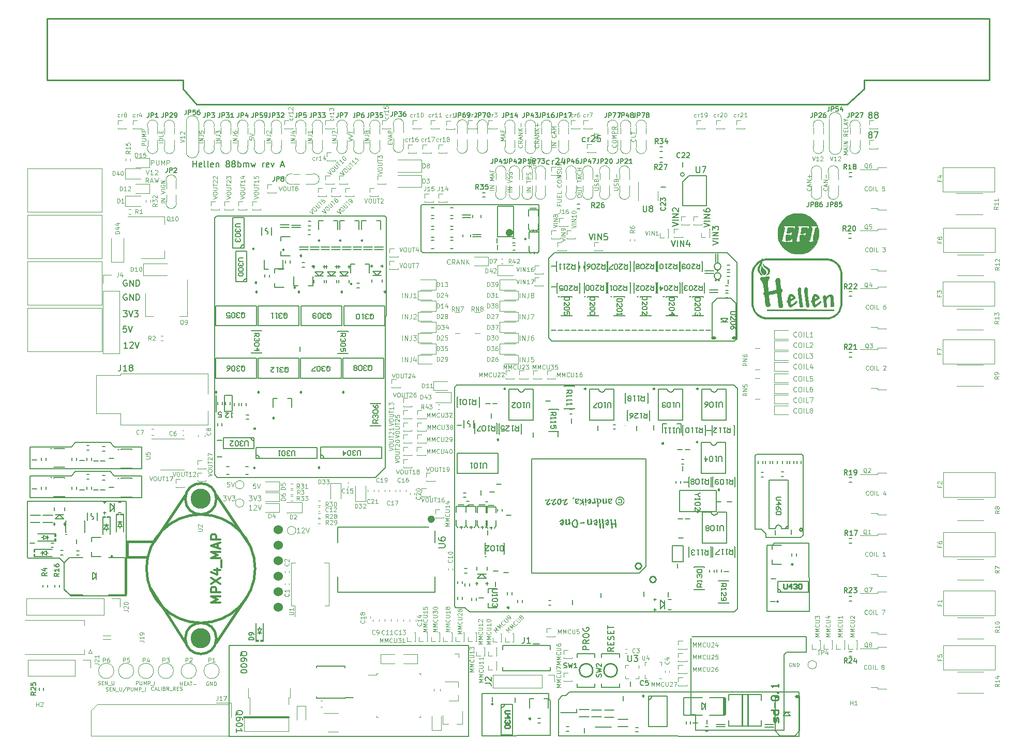
<source format=gto>
G75*
G70*
%OFA0B0*%
%FSLAX25Y25*%
%IPPOS*%
%LPD*%
%AMOC8*
5,1,8,0,0,1.08239X$1,22.5*
%
%ADD10C,0.00787*%
%ADD105C,0.01575*%
%ADD106C,0.01181*%
%ADD107C,0.00984*%
%ADD113C,0.00591*%
%ADD114C,0.00472*%
%ADD115C,0.00394*%
%ADD116C,0.00500*%
%ADD117C,0.00669*%
%ADD118C,0.01200*%
%ADD119C,0.00390*%
%ADD120C,0.00800*%
%ADD121C,0.02425*%
%ADD122C,0.01000*%
%ADD123C,0.00010*%
%ADD124C,0.01500*%
%ADD125C,0.00000*%
%ADD13C,0.06000*%
%ADD158C,0.01968*%
%ADD244C,0.00689*%
%ADD328C,0.00650*%
%ADD40C,0.02362*%
%ADD70C,0.13000*%
X0000000Y0000000D02*
%LPD*%
G01*
D113*
X0063459Y0275685D02*
X0065896Y0275685D01*
X0065896Y0275685D02*
X0064584Y0274185D01*
X0064584Y0274185D02*
X0065146Y0274185D01*
X0065146Y0274185D02*
X0065521Y0273997D01*
X0065521Y0273997D02*
X0065708Y0273810D01*
X0065708Y0273810D02*
X0065896Y0273435D01*
X0065896Y0273435D02*
X0065896Y0272498D01*
X0065896Y0272498D02*
X0065708Y0272123D01*
X0065708Y0272123D02*
X0065521Y0271935D01*
X0065521Y0271935D02*
X0065146Y0271748D01*
X0065146Y0271748D02*
X0064021Y0271748D01*
X0064021Y0271748D02*
X0063646Y0271935D01*
X0063646Y0271935D02*
X0063459Y0272123D01*
X0067021Y0275685D02*
X0068333Y0271748D01*
X0068333Y0271748D02*
X0069645Y0275685D01*
X0070583Y0275685D02*
X0073020Y0275685D01*
X0073020Y0275685D02*
X0071708Y0274185D01*
X0071708Y0274185D02*
X0072270Y0274185D01*
X0072270Y0274185D02*
X0072645Y0273997D01*
X0072645Y0273997D02*
X0072833Y0273810D01*
X0072833Y0273810D02*
X0073020Y0273435D01*
X0073020Y0273435D02*
X0073020Y0272498D01*
X0073020Y0272498D02*
X0072833Y0272123D01*
X0072833Y0272123D02*
X0072645Y0271935D01*
X0072645Y0271935D02*
X0072270Y0271748D01*
X0072270Y0271748D02*
X0071145Y0271748D01*
X0071145Y0271748D02*
X0070770Y0271935D01*
X0070770Y0271935D02*
X0070583Y0272123D01*
X0065521Y0265842D02*
X0063646Y0265842D01*
X0063646Y0265842D02*
X0063459Y0263967D01*
X0063459Y0263967D02*
X0063646Y0264155D01*
X0063646Y0264155D02*
X0064021Y0264342D01*
X0064021Y0264342D02*
X0064959Y0264342D01*
X0064959Y0264342D02*
X0065334Y0264155D01*
X0065334Y0264155D02*
X0065521Y0263967D01*
X0065521Y0263967D02*
X0065708Y0263593D01*
X0065708Y0263593D02*
X0065708Y0262655D01*
X0065708Y0262655D02*
X0065521Y0262280D01*
X0065521Y0262280D02*
X0065334Y0262093D01*
X0065334Y0262093D02*
X0064959Y0261905D01*
X0064959Y0261905D02*
X0064021Y0261905D01*
X0064021Y0261905D02*
X0063646Y0262093D01*
X0063646Y0262093D02*
X0063459Y0262280D01*
X0066833Y0265842D02*
X0068146Y0261905D01*
X0068146Y0261905D02*
X0069458Y0265842D01*
X0066290Y0251630D02*
X0064040Y0251630D01*
X0065165Y0251630D02*
X0065165Y0255567D01*
X0065165Y0255567D02*
X0064790Y0255004D01*
X0064790Y0255004D02*
X0064415Y0254629D01*
X0064415Y0254629D02*
X0064040Y0254442D01*
X0067789Y0255192D02*
X0067977Y0255379D01*
X0067977Y0255379D02*
X0068352Y0255567D01*
X0068352Y0255567D02*
X0069289Y0255567D01*
X0069289Y0255567D02*
X0069664Y0255379D01*
X0069664Y0255379D02*
X0069852Y0255192D01*
X0069852Y0255192D02*
X0070039Y0254817D01*
X0070039Y0254817D02*
X0070039Y0254442D01*
X0070039Y0254442D02*
X0069852Y0253879D01*
X0069852Y0253879D02*
X0067602Y0251630D01*
X0067602Y0251630D02*
X0070039Y0251630D01*
X0071164Y0255567D02*
X0072476Y0251630D01*
X0072476Y0251630D02*
X0073789Y0255567D01*
X0065755Y0295379D02*
X0065380Y0295567D01*
X0065380Y0295567D02*
X0064818Y0295567D01*
X0064818Y0295567D02*
X0064256Y0295379D01*
X0064256Y0295379D02*
X0063881Y0295004D01*
X0063881Y0295004D02*
X0063693Y0294629D01*
X0063693Y0294629D02*
X0063506Y0293879D01*
X0063506Y0293879D02*
X0063506Y0293317D01*
X0063506Y0293317D02*
X0063693Y0292567D01*
X0063693Y0292567D02*
X0063881Y0292192D01*
X0063881Y0292192D02*
X0064256Y0291817D01*
X0064256Y0291817D02*
X0064818Y0291630D01*
X0064818Y0291630D02*
X0065193Y0291630D01*
X0065193Y0291630D02*
X0065755Y0291817D01*
X0065755Y0291817D02*
X0065943Y0292005D01*
X0065943Y0292005D02*
X0065943Y0293317D01*
X0065943Y0293317D02*
X0065193Y0293317D01*
X0067630Y0291630D02*
X0067630Y0295567D01*
X0067630Y0295567D02*
X0069880Y0291630D01*
X0069880Y0291630D02*
X0069880Y0295567D01*
X0071755Y0291630D02*
X0071755Y0295567D01*
X0071755Y0295567D02*
X0072692Y0295567D01*
X0072692Y0295567D02*
X0073254Y0295379D01*
X0073254Y0295379D02*
X0073629Y0295004D01*
X0073629Y0295004D02*
X0073817Y0294629D01*
X0073817Y0294629D02*
X0074004Y0293879D01*
X0074004Y0293879D02*
X0074004Y0293317D01*
X0074004Y0293317D02*
X0073817Y0292567D01*
X0073817Y0292567D02*
X0073629Y0292192D01*
X0073629Y0292192D02*
X0073254Y0291817D01*
X0073254Y0291817D02*
X0072692Y0291630D01*
X0072692Y0291630D02*
X0071755Y0291630D01*
X0544704Y0402123D02*
X0544329Y0402311D01*
X0544329Y0402311D02*
X0544142Y0402498D01*
X0544142Y0402498D02*
X0543954Y0402873D01*
X0543954Y0402873D02*
X0543954Y0403061D01*
X0543954Y0403061D02*
X0544142Y0403436D01*
X0544142Y0403436D02*
X0544329Y0403623D01*
X0544329Y0403623D02*
X0544704Y0403811D01*
X0544704Y0403811D02*
X0545454Y0403811D01*
X0545454Y0403811D02*
X0545829Y0403623D01*
X0545829Y0403623D02*
X0546016Y0403436D01*
X0546016Y0403436D02*
X0546204Y0403061D01*
X0546204Y0403061D02*
X0546204Y0402873D01*
X0546204Y0402873D02*
X0546016Y0402498D01*
X0546016Y0402498D02*
X0545829Y0402311D01*
X0545829Y0402311D02*
X0545454Y0402123D01*
X0545454Y0402123D02*
X0544704Y0402123D01*
X0544704Y0402123D02*
X0544329Y0401936D01*
X0544329Y0401936D02*
X0544142Y0401748D01*
X0544142Y0401748D02*
X0543954Y0401374D01*
X0543954Y0401374D02*
X0543954Y0400624D01*
X0543954Y0400624D02*
X0544142Y0400249D01*
X0544142Y0400249D02*
X0544329Y0400061D01*
X0544329Y0400061D02*
X0544704Y0399874D01*
X0544704Y0399874D02*
X0545454Y0399874D01*
X0545454Y0399874D02*
X0545829Y0400061D01*
X0545829Y0400061D02*
X0546016Y0400249D01*
X0546016Y0400249D02*
X0546204Y0400624D01*
X0546204Y0400624D02*
X0546204Y0401374D01*
X0546204Y0401374D02*
X0546016Y0401748D01*
X0546016Y0401748D02*
X0545829Y0401936D01*
X0545829Y0401936D02*
X0545454Y0402123D01*
X0548454Y0402123D02*
X0548079Y0402311D01*
X0548079Y0402311D02*
X0547891Y0402498D01*
X0547891Y0402498D02*
X0547704Y0402873D01*
X0547704Y0402873D02*
X0547704Y0403061D01*
X0547704Y0403061D02*
X0547891Y0403436D01*
X0547891Y0403436D02*
X0548079Y0403623D01*
X0548079Y0403623D02*
X0548454Y0403811D01*
X0548454Y0403811D02*
X0549203Y0403811D01*
X0549203Y0403811D02*
X0549578Y0403623D01*
X0549578Y0403623D02*
X0549766Y0403436D01*
X0549766Y0403436D02*
X0549953Y0403061D01*
X0549953Y0403061D02*
X0549953Y0402873D01*
X0549953Y0402873D02*
X0549766Y0402498D01*
X0549766Y0402498D02*
X0549578Y0402311D01*
X0549578Y0402311D02*
X0549203Y0402123D01*
X0549203Y0402123D02*
X0548454Y0402123D01*
X0548454Y0402123D02*
X0548079Y0401936D01*
X0548079Y0401936D02*
X0547891Y0401748D01*
X0547891Y0401748D02*
X0547704Y0401374D01*
X0547704Y0401374D02*
X0547704Y0400624D01*
X0547704Y0400624D02*
X0547891Y0400249D01*
X0547891Y0400249D02*
X0548079Y0400061D01*
X0548079Y0400061D02*
X0548454Y0399874D01*
X0548454Y0399874D02*
X0549203Y0399874D01*
X0549203Y0399874D02*
X0549578Y0400061D01*
X0549578Y0400061D02*
X0549766Y0400249D01*
X0549766Y0400249D02*
X0549953Y0400624D01*
X0549953Y0400624D02*
X0549953Y0401374D01*
X0549953Y0401374D02*
X0549766Y0401748D01*
X0549766Y0401748D02*
X0549578Y0401936D01*
X0549578Y0401936D02*
X0549203Y0402123D01*
D114*
X0319179Y0242752D02*
X0319179Y0245901D01*
X0320679Y0242752D02*
X0320679Y0245901D01*
X0320679Y0245901D02*
X0322479Y0242752D01*
X0322479Y0242752D02*
X0322479Y0245901D01*
X0324878Y0245901D02*
X0324878Y0243651D01*
X0324878Y0243651D02*
X0324728Y0243201D01*
X0324728Y0243201D02*
X0324428Y0242902D01*
X0324428Y0242902D02*
X0323979Y0242752D01*
X0323979Y0242752D02*
X0323679Y0242752D01*
X0327878Y0245901D02*
X0326378Y0245901D01*
X0326378Y0245901D02*
X0326228Y0244401D01*
X0326228Y0244401D02*
X0326378Y0244551D01*
X0326378Y0244551D02*
X0326678Y0244701D01*
X0326678Y0244701D02*
X0327428Y0244701D01*
X0327428Y0244701D02*
X0327728Y0244551D01*
X0327728Y0244551D02*
X0327878Y0244401D01*
X0327878Y0244401D02*
X0328028Y0244101D01*
X0328028Y0244101D02*
X0328028Y0243351D01*
X0328028Y0243351D02*
X0327878Y0243052D01*
X0327878Y0243052D02*
X0327728Y0242902D01*
X0327728Y0242902D02*
X0327428Y0242752D01*
X0327428Y0242752D02*
X0326678Y0242752D01*
X0326678Y0242752D02*
X0326378Y0242902D01*
X0326378Y0242902D02*
X0326228Y0243052D01*
X0148716Y0164208D02*
X0147216Y0164208D01*
X0147216Y0164208D02*
X0147066Y0162708D01*
X0147066Y0162708D02*
X0147216Y0162858D01*
X0147216Y0162858D02*
X0147516Y0163008D01*
X0147516Y0163008D02*
X0148266Y0163008D01*
X0148266Y0163008D02*
X0148566Y0162858D01*
X0148566Y0162858D02*
X0148716Y0162708D01*
X0148716Y0162708D02*
X0148866Y0162408D01*
X0148866Y0162408D02*
X0148866Y0161659D01*
X0148866Y0161659D02*
X0148716Y0161359D01*
X0148716Y0161359D02*
X0148566Y0161209D01*
X0148566Y0161209D02*
X0148266Y0161059D01*
X0148266Y0161059D02*
X0147516Y0161059D01*
X0147516Y0161059D02*
X0147216Y0161209D01*
X0147216Y0161209D02*
X0147066Y0161359D01*
X0149766Y0164208D02*
X0150816Y0161059D01*
X0150816Y0161059D02*
X0151866Y0164208D01*
D115*
X0367106Y0353567D02*
X0369337Y0353567D01*
X0369337Y0353567D02*
X0369599Y0353698D01*
X0369599Y0353698D02*
X0369731Y0353830D01*
X0369731Y0353830D02*
X0369862Y0354092D01*
X0369862Y0354092D02*
X0369862Y0354617D01*
X0369862Y0354617D02*
X0369731Y0354880D01*
X0369731Y0354880D02*
X0369599Y0355011D01*
X0369599Y0355011D02*
X0369337Y0355142D01*
X0369337Y0355142D02*
X0367106Y0355142D01*
X0369731Y0356323D02*
X0369862Y0356717D01*
X0369862Y0356717D02*
X0369862Y0357373D01*
X0369862Y0357373D02*
X0369731Y0357635D01*
X0369731Y0357635D02*
X0369599Y0357767D01*
X0369599Y0357767D02*
X0369337Y0357898D01*
X0369337Y0357898D02*
X0369074Y0357898D01*
X0369074Y0357898D02*
X0368812Y0357767D01*
X0368812Y0357767D02*
X0368681Y0357635D01*
X0368681Y0357635D02*
X0368549Y0357373D01*
X0368549Y0357373D02*
X0368418Y0356848D01*
X0368418Y0356848D02*
X0368287Y0356586D01*
X0368287Y0356586D02*
X0368156Y0356454D01*
X0368156Y0356454D02*
X0367893Y0356323D01*
X0367893Y0356323D02*
X0367631Y0356323D01*
X0367631Y0356323D02*
X0367368Y0356454D01*
X0367368Y0356454D02*
X0367237Y0356586D01*
X0367237Y0356586D02*
X0367106Y0356848D01*
X0367106Y0356848D02*
X0367106Y0357504D01*
X0367106Y0357504D02*
X0367237Y0357898D01*
X0368418Y0359998D02*
X0368549Y0360391D01*
X0368549Y0360391D02*
X0368681Y0360523D01*
X0368681Y0360523D02*
X0368943Y0360654D01*
X0368943Y0360654D02*
X0369337Y0360654D01*
X0369337Y0360654D02*
X0369599Y0360523D01*
X0369599Y0360523D02*
X0369731Y0360391D01*
X0369731Y0360391D02*
X0369862Y0360129D01*
X0369862Y0360129D02*
X0369862Y0359079D01*
X0369862Y0359079D02*
X0367106Y0359079D01*
X0367106Y0359079D02*
X0367106Y0359998D01*
X0367106Y0359998D02*
X0367237Y0360260D01*
X0367237Y0360260D02*
X0367368Y0360391D01*
X0367368Y0360391D02*
X0367631Y0360523D01*
X0367631Y0360523D02*
X0367893Y0360523D01*
X0367893Y0360523D02*
X0368156Y0360391D01*
X0368156Y0360391D02*
X0368287Y0360260D01*
X0368287Y0360260D02*
X0368418Y0359998D01*
X0368418Y0359998D02*
X0368418Y0359079D01*
X0368812Y0361835D02*
X0368812Y0363935D01*
X0369862Y0362885D02*
X0367762Y0362885D01*
X0393221Y0386572D02*
X0393353Y0386441D01*
X0393353Y0386441D02*
X0393484Y0386048D01*
X0393484Y0386048D02*
X0393484Y0385785D01*
X0393484Y0385785D02*
X0393353Y0385391D01*
X0393353Y0385391D02*
X0393090Y0385129D01*
X0393090Y0385129D02*
X0392828Y0384998D01*
X0392828Y0384998D02*
X0392303Y0384866D01*
X0392303Y0384866D02*
X0391909Y0384866D01*
X0391909Y0384866D02*
X0391384Y0384998D01*
X0391384Y0384998D02*
X0391122Y0385129D01*
X0391122Y0385129D02*
X0390859Y0385391D01*
X0390859Y0385391D02*
X0390728Y0385785D01*
X0390728Y0385785D02*
X0390728Y0386048D01*
X0390728Y0386048D02*
X0390859Y0386441D01*
X0390859Y0386441D02*
X0390990Y0386572D01*
X0393484Y0389066D02*
X0393484Y0387754D01*
X0393484Y0387754D02*
X0390728Y0387754D01*
X0390728Y0389591D02*
X0390728Y0391166D01*
X0393484Y0390378D02*
X0390728Y0390378D01*
X0507584Y0375213D02*
X0508502Y0372457D01*
X0508502Y0372457D02*
X0509421Y0375213D01*
X0511783Y0372457D02*
X0510208Y0372457D01*
X0510996Y0372457D02*
X0510996Y0375213D01*
X0510996Y0375213D02*
X0510733Y0374819D01*
X0510733Y0374819D02*
X0510471Y0374557D01*
X0510471Y0374557D02*
X0510208Y0374426D01*
X0512833Y0374951D02*
X0512964Y0375082D01*
X0512964Y0375082D02*
X0513227Y0375213D01*
X0513227Y0375213D02*
X0513883Y0375213D01*
X0513883Y0375213D02*
X0514145Y0375082D01*
X0514145Y0375082D02*
X0514277Y0374951D01*
X0514277Y0374951D02*
X0514408Y0374688D01*
X0514408Y0374688D02*
X0514408Y0374426D01*
X0514408Y0374426D02*
X0514277Y0374032D01*
X0514277Y0374032D02*
X0512702Y0372457D01*
X0512702Y0372457D02*
X0514408Y0372457D01*
X0136791Y0384079D02*
X0134035Y0384079D01*
X0136791Y0385391D02*
X0134035Y0385391D01*
X0134035Y0385391D02*
X0136791Y0386966D01*
X0136791Y0386966D02*
X0134035Y0386966D01*
X0134035Y0389066D02*
X0136003Y0389066D01*
X0136003Y0389066D02*
X0136397Y0388935D01*
X0136397Y0388935D02*
X0136660Y0388672D01*
X0136660Y0388672D02*
X0136791Y0388279D01*
X0136791Y0388279D02*
X0136791Y0388016D01*
X0134035Y0391559D02*
X0134035Y0391034D01*
X0134035Y0391034D02*
X0134166Y0390772D01*
X0134166Y0390772D02*
X0134297Y0390641D01*
X0134297Y0390641D02*
X0134691Y0390378D01*
X0134691Y0390378D02*
X0135216Y0390247D01*
X0135216Y0390247D02*
X0136266Y0390247D01*
X0136266Y0390247D02*
X0136528Y0390378D01*
X0136528Y0390378D02*
X0136660Y0390509D01*
X0136660Y0390509D02*
X0136791Y0390772D01*
X0136791Y0390772D02*
X0136791Y0391297D01*
X0136791Y0391297D02*
X0136660Y0391559D01*
X0136660Y0391559D02*
X0136528Y0391691D01*
X0136528Y0391691D02*
X0136266Y0391822D01*
X0136266Y0391822D02*
X0135610Y0391822D01*
X0135610Y0391822D02*
X0135347Y0391691D01*
X0135347Y0391691D02*
X0135216Y0391559D01*
X0135216Y0391559D02*
X0135085Y0391297D01*
X0135085Y0391297D02*
X0135085Y0390772D01*
X0135085Y0390772D02*
X0135216Y0390509D01*
X0135216Y0390509D02*
X0135347Y0390378D01*
X0135347Y0390378D02*
X0135610Y0390247D01*
D114*
X0177287Y0132515D02*
X0175488Y0132515D01*
X0176388Y0132515D02*
X0176388Y0135665D01*
X0176388Y0135665D02*
X0176088Y0135215D01*
X0176088Y0135215D02*
X0175788Y0134915D01*
X0175788Y0134915D02*
X0175488Y0134765D01*
X0178487Y0135365D02*
X0178637Y0135515D01*
X0178637Y0135515D02*
X0178937Y0135665D01*
X0178937Y0135665D02*
X0179687Y0135665D01*
X0179687Y0135665D02*
X0179987Y0135515D01*
X0179987Y0135515D02*
X0180137Y0135365D01*
X0180137Y0135365D02*
X0180287Y0135065D01*
X0180287Y0135065D02*
X0180287Y0134765D01*
X0180287Y0134765D02*
X0180137Y0134315D01*
X0180137Y0134315D02*
X0178337Y0132515D01*
X0178337Y0132515D02*
X0180287Y0132515D01*
X0181187Y0135665D02*
X0182237Y0132515D01*
X0182237Y0132515D02*
X0183287Y0135665D01*
D115*
X0302539Y0353502D02*
X0299783Y0353502D01*
X0302539Y0354814D02*
X0299783Y0354814D01*
X0299783Y0354814D02*
X0302539Y0356389D01*
X0302539Y0356389D02*
X0299783Y0356389D01*
X0302539Y0359801D02*
X0299783Y0359801D01*
X0299783Y0359801D02*
X0301752Y0360719D01*
X0301752Y0360719D02*
X0299783Y0361638D01*
X0299783Y0361638D02*
X0302539Y0361638D01*
X0301752Y0362819D02*
X0301752Y0364132D01*
X0302539Y0362557D02*
X0299783Y0363475D01*
X0299783Y0363475D02*
X0302539Y0364394D01*
X0301095Y0366231D02*
X0301095Y0365313D01*
X0302539Y0365313D02*
X0299783Y0365313D01*
X0299783Y0365313D02*
X0299783Y0366625D01*
D114*
X0497479Y0259193D02*
X0497329Y0259043D01*
X0497329Y0259043D02*
X0496879Y0258893D01*
X0496879Y0258893D02*
X0496579Y0258893D01*
X0496579Y0258893D02*
X0496129Y0259043D01*
X0496129Y0259043D02*
X0495829Y0259343D01*
X0495829Y0259343D02*
X0495679Y0259643D01*
X0495679Y0259643D02*
X0495529Y0260243D01*
X0495529Y0260243D02*
X0495529Y0260693D01*
X0495529Y0260693D02*
X0495679Y0261293D01*
X0495679Y0261293D02*
X0495829Y0261593D01*
X0495829Y0261593D02*
X0496129Y0261893D01*
X0496129Y0261893D02*
X0496579Y0262043D01*
X0496579Y0262043D02*
X0496879Y0262043D01*
X0496879Y0262043D02*
X0497329Y0261893D01*
X0497329Y0261893D02*
X0497479Y0261743D01*
X0499428Y0262043D02*
X0500028Y0262043D01*
X0500028Y0262043D02*
X0500328Y0261893D01*
X0500328Y0261893D02*
X0500628Y0261593D01*
X0500628Y0261593D02*
X0500778Y0260993D01*
X0500778Y0260993D02*
X0500778Y0259943D01*
X0500778Y0259943D02*
X0500628Y0259343D01*
X0500628Y0259343D02*
X0500328Y0259043D01*
X0500328Y0259043D02*
X0500028Y0258893D01*
X0500028Y0258893D02*
X0499428Y0258893D01*
X0499428Y0258893D02*
X0499128Y0259043D01*
X0499128Y0259043D02*
X0498829Y0259343D01*
X0498829Y0259343D02*
X0498679Y0259943D01*
X0498679Y0259943D02*
X0498679Y0260993D01*
X0498679Y0260993D02*
X0498829Y0261593D01*
X0498829Y0261593D02*
X0499128Y0261893D01*
X0499128Y0261893D02*
X0499428Y0262043D01*
X0502128Y0258893D02*
X0502128Y0262043D01*
X0505128Y0258893D02*
X0503628Y0258893D01*
X0503628Y0258893D02*
X0503628Y0262043D01*
X0507827Y0258893D02*
X0506028Y0258893D01*
X0506928Y0258893D02*
X0506928Y0262043D01*
X0506928Y0262043D02*
X0506628Y0261593D01*
X0506628Y0261593D02*
X0506328Y0261293D01*
X0506328Y0261293D02*
X0506028Y0261143D01*
D115*
X0493973Y0048511D02*
X0493748Y0048624D01*
X0493748Y0048624D02*
X0493410Y0048624D01*
X0493410Y0048624D02*
X0493073Y0048511D01*
X0493073Y0048511D02*
X0492848Y0048286D01*
X0492848Y0048286D02*
X0492736Y0048061D01*
X0492736Y0048061D02*
X0492623Y0047611D01*
X0492623Y0047611D02*
X0492623Y0047274D01*
X0492623Y0047274D02*
X0492736Y0046824D01*
X0492736Y0046824D02*
X0492848Y0046599D01*
X0492848Y0046599D02*
X0493073Y0046374D01*
X0493073Y0046374D02*
X0493410Y0046261D01*
X0493410Y0046261D02*
X0493635Y0046261D01*
X0493635Y0046261D02*
X0493973Y0046374D01*
X0493973Y0046374D02*
X0494085Y0046486D01*
X0494085Y0046486D02*
X0494085Y0047274D01*
X0494085Y0047274D02*
X0493635Y0047274D01*
X0495098Y0046261D02*
X0495098Y0048624D01*
X0495098Y0048624D02*
X0496448Y0046261D01*
X0496448Y0046261D02*
X0496448Y0048624D01*
X0497572Y0046261D02*
X0497572Y0048624D01*
X0497572Y0048624D02*
X0498135Y0048624D01*
X0498135Y0048624D02*
X0498472Y0048511D01*
X0498472Y0048511D02*
X0498697Y0048286D01*
X0498697Y0048286D02*
X0498810Y0048061D01*
X0498810Y0048061D02*
X0498922Y0047611D01*
X0498922Y0047611D02*
X0498922Y0047274D01*
X0498922Y0047274D02*
X0498810Y0046824D01*
X0498810Y0046824D02*
X0498697Y0046599D01*
X0498697Y0046599D02*
X0498472Y0046374D01*
X0498472Y0046374D02*
X0498135Y0046261D01*
X0498135Y0046261D02*
X0497572Y0046261D01*
D114*
X0243392Y0256531D02*
X0243392Y0259681D01*
X0244892Y0256531D02*
X0244892Y0259681D01*
X0244892Y0259681D02*
X0246691Y0256531D01*
X0246691Y0256531D02*
X0246691Y0259681D01*
X0249091Y0259681D02*
X0249091Y0257431D01*
X0249091Y0257431D02*
X0248941Y0256981D01*
X0248941Y0256981D02*
X0248641Y0256681D01*
X0248641Y0256681D02*
X0248191Y0256531D01*
X0248191Y0256531D02*
X0247891Y0256531D01*
X0250291Y0259681D02*
X0252241Y0259681D01*
X0252241Y0259681D02*
X0251191Y0258481D01*
X0251191Y0258481D02*
X0251641Y0258481D01*
X0251641Y0258481D02*
X0251941Y0258331D01*
X0251941Y0258331D02*
X0252091Y0258181D01*
X0252091Y0258181D02*
X0252241Y0257881D01*
X0252241Y0257881D02*
X0252241Y0257131D01*
X0252241Y0257131D02*
X0252091Y0256831D01*
X0252091Y0256831D02*
X0251941Y0256681D01*
X0251941Y0256681D02*
X0251641Y0256531D01*
X0251641Y0256531D02*
X0250741Y0256531D01*
X0250741Y0256531D02*
X0250441Y0256681D01*
X0250441Y0256681D02*
X0250291Y0256831D01*
D115*
X0543804Y0237680D02*
X0543673Y0237549D01*
X0543673Y0237549D02*
X0543279Y0237418D01*
X0543279Y0237418D02*
X0543017Y0237418D01*
X0543017Y0237418D02*
X0542623Y0237549D01*
X0542623Y0237549D02*
X0542361Y0237811D01*
X0542361Y0237811D02*
X0542229Y0238074D01*
X0542229Y0238074D02*
X0542098Y0238599D01*
X0542098Y0238599D02*
X0542098Y0238993D01*
X0542098Y0238993D02*
X0542229Y0239518D01*
X0542229Y0239518D02*
X0542361Y0239780D01*
X0542361Y0239780D02*
X0542623Y0240042D01*
X0542623Y0240042D02*
X0543017Y0240174D01*
X0543017Y0240174D02*
X0543279Y0240174D01*
X0543279Y0240174D02*
X0543673Y0240042D01*
X0543673Y0240042D02*
X0543804Y0239911D01*
X0545510Y0240174D02*
X0546035Y0240174D01*
X0546035Y0240174D02*
X0546298Y0240042D01*
X0546298Y0240042D02*
X0546560Y0239780D01*
X0546560Y0239780D02*
X0546691Y0239255D01*
X0546691Y0239255D02*
X0546691Y0238336D01*
X0546691Y0238336D02*
X0546560Y0237811D01*
X0546560Y0237811D02*
X0546298Y0237549D01*
X0546298Y0237549D02*
X0546035Y0237418D01*
X0546035Y0237418D02*
X0545510Y0237418D01*
X0545510Y0237418D02*
X0545248Y0237549D01*
X0545248Y0237549D02*
X0544985Y0237811D01*
X0544985Y0237811D02*
X0544854Y0238336D01*
X0544854Y0238336D02*
X0544854Y0239255D01*
X0544854Y0239255D02*
X0544985Y0239780D01*
X0544985Y0239780D02*
X0545248Y0240042D01*
X0545248Y0240042D02*
X0545510Y0240174D01*
X0547872Y0237418D02*
X0547872Y0240174D01*
X0550497Y0237418D02*
X0549185Y0237418D01*
X0549185Y0237418D02*
X0549185Y0240174D01*
X0553384Y0239911D02*
X0553515Y0240042D01*
X0553515Y0240042D02*
X0553778Y0240174D01*
X0553778Y0240174D02*
X0554434Y0240174D01*
X0554434Y0240174D02*
X0554697Y0240042D01*
X0554697Y0240042D02*
X0554828Y0239911D01*
X0554828Y0239911D02*
X0554959Y0239649D01*
X0554959Y0239649D02*
X0554959Y0239386D01*
X0554959Y0239386D02*
X0554828Y0238993D01*
X0554828Y0238993D02*
X0553253Y0237418D01*
X0553253Y0237418D02*
X0554959Y0237418D01*
X0543410Y0314058D02*
X0543279Y0313927D01*
X0543279Y0313927D02*
X0542886Y0313796D01*
X0542886Y0313796D02*
X0542623Y0313796D01*
X0542623Y0313796D02*
X0542229Y0313927D01*
X0542229Y0313927D02*
X0541967Y0314189D01*
X0541967Y0314189D02*
X0541836Y0314452D01*
X0541836Y0314452D02*
X0541704Y0314977D01*
X0541704Y0314977D02*
X0541704Y0315371D01*
X0541704Y0315371D02*
X0541836Y0315895D01*
X0541836Y0315895D02*
X0541967Y0316158D01*
X0541967Y0316158D02*
X0542229Y0316420D01*
X0542229Y0316420D02*
X0542623Y0316552D01*
X0542623Y0316552D02*
X0542886Y0316552D01*
X0542886Y0316552D02*
X0543279Y0316420D01*
X0543279Y0316420D02*
X0543410Y0316289D01*
X0545116Y0316552D02*
X0545641Y0316552D01*
X0545641Y0316552D02*
X0545904Y0316420D01*
X0545904Y0316420D02*
X0546166Y0316158D01*
X0546166Y0316158D02*
X0546298Y0315633D01*
X0546298Y0315633D02*
X0546298Y0314714D01*
X0546298Y0314714D02*
X0546166Y0314189D01*
X0546166Y0314189D02*
X0545904Y0313927D01*
X0545904Y0313927D02*
X0545641Y0313796D01*
X0545641Y0313796D02*
X0545116Y0313796D01*
X0545116Y0313796D02*
X0544854Y0313927D01*
X0544854Y0313927D02*
X0544592Y0314189D01*
X0544592Y0314189D02*
X0544460Y0314714D01*
X0544460Y0314714D02*
X0544460Y0315633D01*
X0544460Y0315633D02*
X0544592Y0316158D01*
X0544592Y0316158D02*
X0544854Y0316420D01*
X0544854Y0316420D02*
X0545116Y0316552D01*
X0547479Y0313796D02*
X0547479Y0316552D01*
X0550103Y0313796D02*
X0548791Y0313796D01*
X0548791Y0313796D02*
X0548791Y0316552D01*
X0552859Y0316552D02*
X0554565Y0316552D01*
X0554565Y0316552D02*
X0553647Y0315502D01*
X0553647Y0315502D02*
X0554040Y0315502D01*
X0554040Y0315502D02*
X0554303Y0315371D01*
X0554303Y0315371D02*
X0554434Y0315239D01*
X0554434Y0315239D02*
X0554565Y0314977D01*
X0554565Y0314977D02*
X0554565Y0314321D01*
X0554565Y0314321D02*
X0554434Y0314058D01*
X0554434Y0314058D02*
X0554303Y0313927D01*
X0554303Y0313927D02*
X0554040Y0313796D01*
X0554040Y0313796D02*
X0553253Y0313796D01*
X0553253Y0313796D02*
X0552991Y0313927D01*
X0552991Y0313927D02*
X0552859Y0314058D01*
X0379704Y0353567D02*
X0381935Y0353567D01*
X0381935Y0353567D02*
X0382198Y0353698D01*
X0382198Y0353698D02*
X0382329Y0353830D01*
X0382329Y0353830D02*
X0382460Y0354092D01*
X0382460Y0354092D02*
X0382460Y0354617D01*
X0382460Y0354617D02*
X0382329Y0354880D01*
X0382329Y0354880D02*
X0382198Y0355011D01*
X0382198Y0355011D02*
X0381935Y0355142D01*
X0381935Y0355142D02*
X0379704Y0355142D01*
X0382329Y0356323D02*
X0382460Y0356717D01*
X0382460Y0356717D02*
X0382460Y0357373D01*
X0382460Y0357373D02*
X0382329Y0357635D01*
X0382329Y0357635D02*
X0382198Y0357767D01*
X0382198Y0357767D02*
X0381935Y0357898D01*
X0381935Y0357898D02*
X0381673Y0357898D01*
X0381673Y0357898D02*
X0381410Y0357767D01*
X0381410Y0357767D02*
X0381279Y0357635D01*
X0381279Y0357635D02*
X0381148Y0357373D01*
X0381148Y0357373D02*
X0381017Y0356848D01*
X0381017Y0356848D02*
X0380885Y0356586D01*
X0380885Y0356586D02*
X0380754Y0356454D01*
X0380754Y0356454D02*
X0380492Y0356323D01*
X0380492Y0356323D02*
X0380229Y0356323D01*
X0380229Y0356323D02*
X0379967Y0356454D01*
X0379967Y0356454D02*
X0379836Y0356586D01*
X0379836Y0356586D02*
X0379704Y0356848D01*
X0379704Y0356848D02*
X0379704Y0357504D01*
X0379704Y0357504D02*
X0379836Y0357898D01*
X0381017Y0359998D02*
X0381148Y0360391D01*
X0381148Y0360391D02*
X0381279Y0360523D01*
X0381279Y0360523D02*
X0381542Y0360654D01*
X0381542Y0360654D02*
X0381935Y0360654D01*
X0381935Y0360654D02*
X0382198Y0360523D01*
X0382198Y0360523D02*
X0382329Y0360391D01*
X0382329Y0360391D02*
X0382460Y0360129D01*
X0382460Y0360129D02*
X0382460Y0359079D01*
X0382460Y0359079D02*
X0379704Y0359079D01*
X0379704Y0359079D02*
X0379704Y0359998D01*
X0379704Y0359998D02*
X0379836Y0360260D01*
X0379836Y0360260D02*
X0379967Y0360391D01*
X0379967Y0360391D02*
X0380229Y0360523D01*
X0380229Y0360523D02*
X0380492Y0360523D01*
X0380492Y0360523D02*
X0380754Y0360391D01*
X0380754Y0360391D02*
X0380885Y0360260D01*
X0380885Y0360260D02*
X0381017Y0359998D01*
X0381017Y0359998D02*
X0381017Y0359079D01*
X0381410Y0361835D02*
X0381410Y0363935D01*
X0519001Y0375213D02*
X0519920Y0372457D01*
X0519920Y0372457D02*
X0520838Y0375213D01*
X0523200Y0372457D02*
X0521626Y0372457D01*
X0522413Y0372457D02*
X0522413Y0375213D01*
X0522413Y0375213D02*
X0522151Y0374819D01*
X0522151Y0374819D02*
X0521888Y0374557D01*
X0521888Y0374557D02*
X0521626Y0374426D01*
X0524250Y0374951D02*
X0524382Y0375082D01*
X0524382Y0375082D02*
X0524644Y0375213D01*
X0524644Y0375213D02*
X0525300Y0375213D01*
X0525300Y0375213D02*
X0525563Y0375082D01*
X0525563Y0375082D02*
X0525694Y0374951D01*
X0525694Y0374951D02*
X0525825Y0374688D01*
X0525825Y0374688D02*
X0525825Y0374426D01*
X0525825Y0374426D02*
X0525694Y0374032D01*
X0525694Y0374032D02*
X0524119Y0372457D01*
X0524119Y0372457D02*
X0525825Y0372457D01*
X0078129Y0382373D02*
X0075374Y0382373D01*
X0075374Y0382373D02*
X0075374Y0383423D01*
X0075374Y0383423D02*
X0075505Y0383685D01*
X0075505Y0383685D02*
X0075636Y0383817D01*
X0075636Y0383817D02*
X0075899Y0383948D01*
X0075899Y0383948D02*
X0076292Y0383948D01*
X0076292Y0383948D02*
X0076555Y0383817D01*
X0076555Y0383817D02*
X0076686Y0383685D01*
X0076686Y0383685D02*
X0076817Y0383423D01*
X0076817Y0383423D02*
X0076817Y0382373D01*
X0075374Y0385129D02*
X0077605Y0385129D01*
X0077605Y0385129D02*
X0077867Y0385260D01*
X0077867Y0385260D02*
X0077998Y0385391D01*
X0077998Y0385391D02*
X0078129Y0385654D01*
X0078129Y0385654D02*
X0078129Y0386179D01*
X0078129Y0386179D02*
X0077998Y0386441D01*
X0077998Y0386441D02*
X0077867Y0386572D01*
X0077867Y0386572D02*
X0077605Y0386704D01*
X0077605Y0386704D02*
X0075374Y0386704D01*
X0078129Y0388016D02*
X0075374Y0388016D01*
X0075374Y0388016D02*
X0077342Y0388935D01*
X0077342Y0388935D02*
X0075374Y0389853D01*
X0075374Y0389853D02*
X0078129Y0389853D01*
X0078129Y0391166D02*
X0075374Y0391166D01*
X0075374Y0391166D02*
X0075374Y0392216D01*
X0075374Y0392216D02*
X0075505Y0392478D01*
X0075505Y0392478D02*
X0075636Y0392609D01*
X0075636Y0392609D02*
X0075899Y0392740D01*
X0075899Y0392740D02*
X0076292Y0392740D01*
X0076292Y0392740D02*
X0076555Y0392609D01*
X0076555Y0392609D02*
X0076686Y0392478D01*
X0076686Y0392478D02*
X0076817Y0392216D01*
X0076817Y0392216D02*
X0076817Y0391166D01*
X0071813Y0034450D02*
X0071813Y0036813D01*
X0071813Y0036813D02*
X0072713Y0036813D01*
X0072713Y0036813D02*
X0072938Y0036700D01*
X0072938Y0036700D02*
X0073050Y0036588D01*
X0073050Y0036588D02*
X0073163Y0036363D01*
X0073163Y0036363D02*
X0073163Y0036025D01*
X0073163Y0036025D02*
X0073050Y0035800D01*
X0073050Y0035800D02*
X0072938Y0035688D01*
X0072938Y0035688D02*
X0072713Y0035575D01*
X0072713Y0035575D02*
X0071813Y0035575D01*
X0074175Y0036813D02*
X0074175Y0034900D01*
X0074175Y0034900D02*
X0074288Y0034675D01*
X0074288Y0034675D02*
X0074400Y0034563D01*
X0074400Y0034563D02*
X0074625Y0034450D01*
X0074625Y0034450D02*
X0075075Y0034450D01*
X0075075Y0034450D02*
X0075300Y0034563D01*
X0075300Y0034563D02*
X0075413Y0034675D01*
X0075413Y0034675D02*
X0075525Y0034900D01*
X0075525Y0034900D02*
X0075525Y0036813D01*
X0076650Y0034450D02*
X0076650Y0036813D01*
X0076650Y0036813D02*
X0077437Y0035125D01*
X0077437Y0035125D02*
X0078225Y0036813D01*
X0078225Y0036813D02*
X0078225Y0034450D01*
X0079350Y0034450D02*
X0079350Y0036813D01*
X0079350Y0036813D02*
X0080250Y0036813D01*
X0080250Y0036813D02*
X0080475Y0036700D01*
X0080475Y0036700D02*
X0080587Y0036588D01*
X0080587Y0036588D02*
X0080700Y0036363D01*
X0080700Y0036363D02*
X0080700Y0036025D01*
X0080700Y0036025D02*
X0080587Y0035800D01*
X0080587Y0035800D02*
X0080475Y0035688D01*
X0080475Y0035688D02*
X0080250Y0035575D01*
X0080250Y0035575D02*
X0079350Y0035575D01*
X0081149Y0034225D02*
X0082949Y0034225D01*
X0083512Y0034450D02*
X0083512Y0036813D01*
D113*
X0379744Y0058455D02*
X0377869Y0057143D01*
X0379744Y0056205D02*
X0375807Y0056205D01*
X0375807Y0056205D02*
X0375807Y0057705D01*
X0375807Y0057705D02*
X0375994Y0058080D01*
X0375994Y0058080D02*
X0376182Y0058268D01*
X0376182Y0058268D02*
X0376556Y0058455D01*
X0376556Y0058455D02*
X0377119Y0058455D01*
X0377119Y0058455D02*
X0377494Y0058268D01*
X0377494Y0058268D02*
X0377681Y0058080D01*
X0377681Y0058080D02*
X0377869Y0057705D01*
X0377869Y0057705D02*
X0377869Y0056205D01*
X0377681Y0060142D02*
X0377681Y0061455D01*
X0379744Y0062017D02*
X0379744Y0060142D01*
X0379744Y0060142D02*
X0375807Y0060142D01*
X0375807Y0060142D02*
X0375807Y0062017D01*
X0379556Y0063517D02*
X0379744Y0064079D01*
X0379744Y0064079D02*
X0379744Y0065017D01*
X0379744Y0065017D02*
X0379556Y0065392D01*
X0379556Y0065392D02*
X0379369Y0065579D01*
X0379369Y0065579D02*
X0378994Y0065767D01*
X0378994Y0065767D02*
X0378619Y0065767D01*
X0378619Y0065767D02*
X0378244Y0065579D01*
X0378244Y0065579D02*
X0378056Y0065392D01*
X0378056Y0065392D02*
X0377869Y0065017D01*
X0377869Y0065017D02*
X0377681Y0064267D01*
X0377681Y0064267D02*
X0377494Y0063892D01*
X0377494Y0063892D02*
X0377306Y0063704D01*
X0377306Y0063704D02*
X0376931Y0063517D01*
X0376931Y0063517D02*
X0376556Y0063517D01*
X0376556Y0063517D02*
X0376182Y0063704D01*
X0376182Y0063704D02*
X0375994Y0063892D01*
X0375994Y0063892D02*
X0375807Y0064267D01*
X0375807Y0064267D02*
X0375807Y0065204D01*
X0375807Y0065204D02*
X0375994Y0065767D01*
X0377681Y0067454D02*
X0377681Y0068766D01*
X0379744Y0069329D02*
X0379744Y0067454D01*
X0379744Y0067454D02*
X0375807Y0067454D01*
X0375807Y0067454D02*
X0375807Y0069329D01*
X0375807Y0070453D02*
X0375807Y0072703D01*
X0379744Y0071578D02*
X0375807Y0071578D01*
D114*
X0144432Y0156334D02*
X0146382Y0156334D01*
X0146382Y0156334D02*
X0145332Y0155134D01*
X0145332Y0155134D02*
X0145782Y0155134D01*
X0145782Y0155134D02*
X0146082Y0154984D01*
X0146082Y0154984D02*
X0146232Y0154834D01*
X0146232Y0154834D02*
X0146382Y0154534D01*
X0146382Y0154534D02*
X0146382Y0153785D01*
X0146382Y0153785D02*
X0146232Y0153485D01*
X0146232Y0153485D02*
X0146082Y0153335D01*
X0146082Y0153335D02*
X0145782Y0153185D01*
X0145782Y0153185D02*
X0144882Y0153185D01*
X0144882Y0153185D02*
X0144582Y0153335D01*
X0144582Y0153335D02*
X0144432Y0153485D01*
X0147282Y0156334D02*
X0148332Y0153185D01*
X0148332Y0153185D02*
X0149382Y0156334D01*
X0150131Y0156334D02*
X0152081Y0156334D01*
X0152081Y0156334D02*
X0151031Y0155134D01*
X0151031Y0155134D02*
X0151481Y0155134D01*
X0151481Y0155134D02*
X0151781Y0154984D01*
X0151781Y0154984D02*
X0151931Y0154834D01*
X0151931Y0154834D02*
X0152081Y0154534D01*
X0152081Y0154534D02*
X0152081Y0153785D01*
X0152081Y0153785D02*
X0151931Y0153485D01*
X0151931Y0153485D02*
X0151781Y0153335D01*
X0151781Y0153335D02*
X0151481Y0153185D01*
X0151481Y0153185D02*
X0150581Y0153185D01*
X0150581Y0153185D02*
X0150281Y0153335D01*
X0150281Y0153335D02*
X0150131Y0153485D01*
D115*
X0543804Y0277050D02*
X0543673Y0276919D01*
X0543673Y0276919D02*
X0543279Y0276788D01*
X0543279Y0276788D02*
X0543017Y0276788D01*
X0543017Y0276788D02*
X0542623Y0276919D01*
X0542623Y0276919D02*
X0542361Y0277182D01*
X0542361Y0277182D02*
X0542229Y0277444D01*
X0542229Y0277444D02*
X0542098Y0277969D01*
X0542098Y0277969D02*
X0542098Y0278363D01*
X0542098Y0278363D02*
X0542229Y0278888D01*
X0542229Y0278888D02*
X0542361Y0279150D01*
X0542361Y0279150D02*
X0542623Y0279413D01*
X0542623Y0279413D02*
X0543017Y0279544D01*
X0543017Y0279544D02*
X0543279Y0279544D01*
X0543279Y0279544D02*
X0543673Y0279413D01*
X0543673Y0279413D02*
X0543804Y0279281D01*
X0545510Y0279544D02*
X0546035Y0279544D01*
X0546035Y0279544D02*
X0546298Y0279413D01*
X0546298Y0279413D02*
X0546560Y0279150D01*
X0546560Y0279150D02*
X0546691Y0278625D01*
X0546691Y0278625D02*
X0546691Y0277706D01*
X0546691Y0277706D02*
X0546560Y0277182D01*
X0546560Y0277182D02*
X0546298Y0276919D01*
X0546298Y0276919D02*
X0546035Y0276788D01*
X0546035Y0276788D02*
X0545510Y0276788D01*
X0545510Y0276788D02*
X0545248Y0276919D01*
X0545248Y0276919D02*
X0544985Y0277182D01*
X0544985Y0277182D02*
X0544854Y0277706D01*
X0544854Y0277706D02*
X0544854Y0278625D01*
X0544854Y0278625D02*
X0544985Y0279150D01*
X0544985Y0279150D02*
X0545248Y0279413D01*
X0545248Y0279413D02*
X0545510Y0279544D01*
X0547872Y0276788D02*
X0547872Y0279544D01*
X0550497Y0276788D02*
X0549185Y0276788D01*
X0549185Y0276788D02*
X0549185Y0279544D01*
X0554697Y0279544D02*
X0554172Y0279544D01*
X0554172Y0279544D02*
X0553909Y0279413D01*
X0553909Y0279413D02*
X0553778Y0279281D01*
X0553778Y0279281D02*
X0553515Y0278888D01*
X0553515Y0278888D02*
X0553384Y0278363D01*
X0553384Y0278363D02*
X0553384Y0277313D01*
X0553384Y0277313D02*
X0553515Y0277050D01*
X0553515Y0277050D02*
X0553647Y0276919D01*
X0553647Y0276919D02*
X0553909Y0276788D01*
X0553909Y0276788D02*
X0554434Y0276788D01*
X0554434Y0276788D02*
X0554697Y0276919D01*
X0554697Y0276919D02*
X0554828Y0277050D01*
X0554828Y0277050D02*
X0554959Y0277313D01*
X0554959Y0277313D02*
X0554959Y0277969D01*
X0554959Y0277969D02*
X0554828Y0278231D01*
X0554828Y0278231D02*
X0554697Y0278363D01*
X0554697Y0278363D02*
X0554434Y0278494D01*
X0554434Y0278494D02*
X0553909Y0278494D01*
X0553909Y0278494D02*
X0553647Y0278363D01*
X0553647Y0278363D02*
X0553515Y0278231D01*
X0553515Y0278231D02*
X0553384Y0277969D01*
D114*
X0081459Y0369720D02*
X0081459Y0372870D01*
X0081459Y0372870D02*
X0082659Y0372870D01*
X0082659Y0372870D02*
X0082959Y0372720D01*
X0082959Y0372720D02*
X0083109Y0372570D01*
X0083109Y0372570D02*
X0083259Y0372270D01*
X0083259Y0372270D02*
X0083259Y0371820D01*
X0083259Y0371820D02*
X0083109Y0371520D01*
X0083109Y0371520D02*
X0082959Y0371370D01*
X0082959Y0371370D02*
X0082659Y0371220D01*
X0082659Y0371220D02*
X0081459Y0371220D01*
X0084608Y0372870D02*
X0084608Y0370320D01*
X0084608Y0370320D02*
X0084758Y0370020D01*
X0084758Y0370020D02*
X0084908Y0369870D01*
X0084908Y0369870D02*
X0085208Y0369720D01*
X0085208Y0369720D02*
X0085808Y0369720D01*
X0085808Y0369720D02*
X0086108Y0369870D01*
X0086108Y0369870D02*
X0086258Y0370020D01*
X0086258Y0370020D02*
X0086408Y0370320D01*
X0086408Y0370320D02*
X0086408Y0372870D01*
X0087908Y0369720D02*
X0087908Y0372870D01*
X0087908Y0372870D02*
X0088958Y0370620D01*
X0088958Y0370620D02*
X0090008Y0372870D01*
X0090008Y0372870D02*
X0090008Y0369720D01*
X0091508Y0369720D02*
X0091508Y0372870D01*
X0091508Y0372870D02*
X0092707Y0372870D01*
X0092707Y0372870D02*
X0093007Y0372720D01*
X0093007Y0372720D02*
X0093157Y0372570D01*
X0093157Y0372570D02*
X0093307Y0372270D01*
X0093307Y0372270D02*
X0093307Y0371820D01*
X0093307Y0371820D02*
X0093157Y0371520D01*
X0093157Y0371520D02*
X0093007Y0371370D01*
X0093007Y0371370D02*
X0092707Y0371220D01*
X0092707Y0371220D02*
X0091508Y0371220D01*
X0243392Y0270311D02*
X0243392Y0273460D01*
X0244892Y0270311D02*
X0244892Y0273460D01*
X0244892Y0273460D02*
X0246691Y0270311D01*
X0246691Y0270311D02*
X0246691Y0273460D01*
X0249091Y0273460D02*
X0249091Y0271210D01*
X0249091Y0271210D02*
X0248941Y0270761D01*
X0248941Y0270761D02*
X0248641Y0270461D01*
X0248641Y0270461D02*
X0248191Y0270311D01*
X0248191Y0270311D02*
X0247891Y0270311D01*
X0250441Y0273160D02*
X0250591Y0273310D01*
X0250591Y0273310D02*
X0250891Y0273460D01*
X0250891Y0273460D02*
X0251641Y0273460D01*
X0251641Y0273460D02*
X0251941Y0273310D01*
X0251941Y0273310D02*
X0252091Y0273160D01*
X0252091Y0273160D02*
X0252241Y0272860D01*
X0252241Y0272860D02*
X0252241Y0272560D01*
X0252241Y0272560D02*
X0252091Y0272110D01*
X0252091Y0272110D02*
X0250291Y0270311D01*
X0250291Y0270311D02*
X0252241Y0270311D01*
D115*
X0369862Y0385654D02*
X0367106Y0385654D01*
X0369074Y0386835D02*
X0369074Y0388147D01*
X0369862Y0386572D02*
X0367106Y0387491D01*
X0367106Y0387491D02*
X0369862Y0388410D01*
X0367106Y0388935D02*
X0367106Y0390510D01*
X0369862Y0389722D02*
X0367106Y0389722D01*
D113*
X0363705Y0057143D02*
X0359768Y0057143D01*
X0359768Y0057143D02*
X0359768Y0058642D01*
X0359768Y0058642D02*
X0359955Y0059017D01*
X0359955Y0059017D02*
X0360143Y0059205D01*
X0360143Y0059205D02*
X0360518Y0059392D01*
X0360518Y0059392D02*
X0361080Y0059392D01*
X0361080Y0059392D02*
X0361455Y0059205D01*
X0361455Y0059205D02*
X0361643Y0059017D01*
X0361643Y0059017D02*
X0361830Y0058642D01*
X0361830Y0058642D02*
X0361830Y0057143D01*
X0363705Y0063329D02*
X0361830Y0062017D01*
X0363705Y0061080D02*
X0359768Y0061080D01*
X0359768Y0061080D02*
X0359768Y0062579D01*
X0359768Y0062579D02*
X0359955Y0062954D01*
X0359955Y0062954D02*
X0360143Y0063142D01*
X0360143Y0063142D02*
X0360518Y0063329D01*
X0360518Y0063329D02*
X0361080Y0063329D01*
X0361080Y0063329D02*
X0361455Y0063142D01*
X0361455Y0063142D02*
X0361643Y0062954D01*
X0361643Y0062954D02*
X0361830Y0062579D01*
X0361830Y0062579D02*
X0361830Y0061080D01*
X0359768Y0065767D02*
X0359768Y0066516D01*
X0359768Y0066516D02*
X0359955Y0066891D01*
X0359955Y0066891D02*
X0360330Y0067266D01*
X0360330Y0067266D02*
X0361080Y0067454D01*
X0361080Y0067454D02*
X0362393Y0067454D01*
X0362393Y0067454D02*
X0363143Y0067266D01*
X0363143Y0067266D02*
X0363518Y0066891D01*
X0363518Y0066891D02*
X0363705Y0066516D01*
X0363705Y0066516D02*
X0363705Y0065767D01*
X0363705Y0065767D02*
X0363518Y0065392D01*
X0363518Y0065392D02*
X0363143Y0065017D01*
X0363143Y0065017D02*
X0362393Y0064829D01*
X0362393Y0064829D02*
X0361080Y0064829D01*
X0361080Y0064829D02*
X0360330Y0065017D01*
X0360330Y0065017D02*
X0359955Y0065392D01*
X0359955Y0065392D02*
X0359768Y0065767D01*
X0359955Y0071203D02*
X0359768Y0070828D01*
X0359768Y0070828D02*
X0359768Y0070266D01*
X0359768Y0070266D02*
X0359955Y0069704D01*
X0359955Y0069704D02*
X0360330Y0069329D01*
X0360330Y0069329D02*
X0360705Y0069141D01*
X0360705Y0069141D02*
X0361455Y0068954D01*
X0361455Y0068954D02*
X0362018Y0068954D01*
X0362018Y0068954D02*
X0362768Y0069141D01*
X0362768Y0069141D02*
X0363143Y0069329D01*
X0363143Y0069329D02*
X0363518Y0069704D01*
X0363518Y0069704D02*
X0363705Y0070266D01*
X0363705Y0070266D02*
X0363705Y0070641D01*
X0363705Y0070641D02*
X0363518Y0071203D01*
X0363518Y0071203D02*
X0363330Y0071391D01*
X0363330Y0071391D02*
X0362018Y0071391D01*
X0362018Y0071391D02*
X0362018Y0070641D01*
D115*
X0356082Y0349499D02*
X0356082Y0350024D01*
X0356082Y0350024D02*
X0356213Y0350286D01*
X0356213Y0350286D02*
X0356476Y0350549D01*
X0356476Y0350549D02*
X0357001Y0350680D01*
X0357001Y0350680D02*
X0357920Y0350680D01*
X0357920Y0350680D02*
X0358444Y0350549D01*
X0358444Y0350549D02*
X0358707Y0350286D01*
X0358707Y0350286D02*
X0358838Y0350024D01*
X0358838Y0350024D02*
X0358838Y0349499D01*
X0358838Y0349499D02*
X0358707Y0349237D01*
X0358707Y0349237D02*
X0358444Y0348974D01*
X0358444Y0348974D02*
X0357920Y0348843D01*
X0357920Y0348843D02*
X0357001Y0348843D01*
X0357001Y0348843D02*
X0356476Y0348974D01*
X0356476Y0348974D02*
X0356213Y0349237D01*
X0356213Y0349237D02*
X0356082Y0349499D01*
X0356082Y0351861D02*
X0358313Y0351861D01*
X0358313Y0351861D02*
X0358576Y0351992D01*
X0358576Y0351992D02*
X0358707Y0352124D01*
X0358707Y0352124D02*
X0358838Y0352386D01*
X0358838Y0352386D02*
X0358838Y0352911D01*
X0358838Y0352911D02*
X0358707Y0353174D01*
X0358707Y0353174D02*
X0358576Y0353305D01*
X0358576Y0353305D02*
X0358313Y0353436D01*
X0358313Y0353436D02*
X0356082Y0353436D01*
X0356082Y0354355D02*
X0356082Y0355929D01*
X0358838Y0355142D02*
X0356082Y0355142D01*
X0356082Y0358554D02*
X0356082Y0360129D01*
X0358838Y0359342D02*
X0356082Y0359342D01*
X0358051Y0360916D02*
X0358051Y0362229D01*
X0358838Y0360654D02*
X0356082Y0361572D01*
X0356082Y0361572D02*
X0358838Y0362491D01*
X0358576Y0364985D02*
X0358707Y0364853D01*
X0358707Y0364853D02*
X0358838Y0364460D01*
X0358838Y0364460D02*
X0358838Y0364197D01*
X0358838Y0364197D02*
X0358707Y0363803D01*
X0358707Y0363803D02*
X0358444Y0363541D01*
X0358444Y0363541D02*
X0358182Y0363410D01*
X0358182Y0363410D02*
X0357657Y0363279D01*
X0357657Y0363279D02*
X0357263Y0363279D01*
X0357263Y0363279D02*
X0356738Y0363410D01*
X0356738Y0363410D02*
X0356476Y0363541D01*
X0356476Y0363541D02*
X0356213Y0363803D01*
X0356213Y0363803D02*
X0356082Y0364197D01*
X0356082Y0364197D02*
X0356082Y0364460D01*
X0356082Y0364460D02*
X0356213Y0364853D01*
X0356213Y0364853D02*
X0356345Y0364985D01*
X0358838Y0366166D02*
X0356082Y0366166D01*
X0357395Y0366166D02*
X0357395Y0367740D01*
X0358838Y0367740D02*
X0356082Y0367740D01*
D113*
X0065755Y0286324D02*
X0065380Y0286512D01*
X0065380Y0286512D02*
X0064818Y0286512D01*
X0064818Y0286512D02*
X0064256Y0286324D01*
X0064256Y0286324D02*
X0063881Y0285949D01*
X0063881Y0285949D02*
X0063693Y0285574D01*
X0063693Y0285574D02*
X0063506Y0284824D01*
X0063506Y0284824D02*
X0063506Y0284262D01*
X0063506Y0284262D02*
X0063693Y0283512D01*
X0063693Y0283512D02*
X0063881Y0283137D01*
X0063881Y0283137D02*
X0064256Y0282762D01*
X0064256Y0282762D02*
X0064818Y0282575D01*
X0064818Y0282575D02*
X0065193Y0282575D01*
X0065193Y0282575D02*
X0065755Y0282762D01*
X0065755Y0282762D02*
X0065943Y0282949D01*
X0065943Y0282949D02*
X0065943Y0284262D01*
X0065943Y0284262D02*
X0065193Y0284262D01*
X0067630Y0282575D02*
X0067630Y0286512D01*
X0067630Y0286512D02*
X0069880Y0282575D01*
X0069880Y0282575D02*
X0069880Y0286512D01*
X0071755Y0282575D02*
X0071755Y0286512D01*
X0071755Y0286512D02*
X0072692Y0286512D01*
X0072692Y0286512D02*
X0073254Y0286324D01*
X0073254Y0286324D02*
X0073629Y0285949D01*
X0073629Y0285949D02*
X0073817Y0285574D01*
X0073817Y0285574D02*
X0074004Y0284824D01*
X0074004Y0284824D02*
X0074004Y0284262D01*
X0074004Y0284262D02*
X0073817Y0283512D01*
X0073817Y0283512D02*
X0073629Y0283137D01*
X0073629Y0283137D02*
X0073254Y0282762D01*
X0073254Y0282762D02*
X0072692Y0282575D01*
X0072692Y0282575D02*
X0071755Y0282575D01*
D115*
X0118382Y0036306D02*
X0118157Y0036419D01*
X0118157Y0036419D02*
X0117820Y0036419D01*
X0117820Y0036419D02*
X0117482Y0036306D01*
X0117482Y0036306D02*
X0117257Y0036081D01*
X0117257Y0036081D02*
X0117145Y0035856D01*
X0117145Y0035856D02*
X0117032Y0035406D01*
X0117032Y0035406D02*
X0117032Y0035069D01*
X0117032Y0035069D02*
X0117145Y0034619D01*
X0117145Y0034619D02*
X0117257Y0034394D01*
X0117257Y0034394D02*
X0117482Y0034169D01*
X0117482Y0034169D02*
X0117820Y0034057D01*
X0117820Y0034057D02*
X0118045Y0034057D01*
X0118045Y0034057D02*
X0118382Y0034169D01*
X0118382Y0034169D02*
X0118495Y0034282D01*
X0118495Y0034282D02*
X0118495Y0035069D01*
X0118495Y0035069D02*
X0118045Y0035069D01*
X0119507Y0034057D02*
X0119507Y0036419D01*
X0119507Y0036419D02*
X0120857Y0034057D01*
X0120857Y0034057D02*
X0120857Y0036419D01*
X0121982Y0034057D02*
X0121982Y0036419D01*
X0121982Y0036419D02*
X0122544Y0036419D01*
X0122544Y0036419D02*
X0122882Y0036306D01*
X0122882Y0036306D02*
X0123107Y0036081D01*
X0123107Y0036081D02*
X0123219Y0035856D01*
X0123219Y0035856D02*
X0123332Y0035406D01*
X0123332Y0035406D02*
X0123332Y0035069D01*
X0123332Y0035069D02*
X0123219Y0034619D01*
X0123219Y0034619D02*
X0123107Y0034394D01*
X0123107Y0034394D02*
X0122882Y0034169D01*
X0122882Y0034169D02*
X0122544Y0034057D01*
X0122544Y0034057D02*
X0121982Y0034057D01*
X0221830Y0384079D02*
X0219074Y0384079D01*
X0221830Y0385391D02*
X0219074Y0385391D01*
X0219074Y0385391D02*
X0221830Y0386966D01*
X0221830Y0386966D02*
X0219074Y0386966D01*
X0219074Y0389066D02*
X0221043Y0389066D01*
X0221043Y0389066D02*
X0221437Y0388935D01*
X0221437Y0388935D02*
X0221699Y0388672D01*
X0221699Y0388672D02*
X0221830Y0388279D01*
X0221830Y0388279D02*
X0221830Y0388016D01*
X0220255Y0390772D02*
X0220124Y0390509D01*
X0220124Y0390509D02*
X0219993Y0390378D01*
X0219993Y0390378D02*
X0219731Y0390247D01*
X0219731Y0390247D02*
X0219599Y0390247D01*
X0219599Y0390247D02*
X0219337Y0390378D01*
X0219337Y0390378D02*
X0219206Y0390509D01*
X0219206Y0390509D02*
X0219074Y0390772D01*
X0219074Y0390772D02*
X0219074Y0391297D01*
X0219074Y0391297D02*
X0219206Y0391559D01*
X0219206Y0391559D02*
X0219337Y0391691D01*
X0219337Y0391691D02*
X0219599Y0391822D01*
X0219599Y0391822D02*
X0219731Y0391822D01*
X0219731Y0391822D02*
X0219993Y0391691D01*
X0219993Y0391691D02*
X0220124Y0391559D01*
X0220124Y0391559D02*
X0220255Y0391297D01*
X0220255Y0391297D02*
X0220255Y0390772D01*
X0220255Y0390772D02*
X0220387Y0390509D01*
X0220387Y0390509D02*
X0220518Y0390378D01*
X0220518Y0390378D02*
X0220780Y0390247D01*
X0220780Y0390247D02*
X0221305Y0390247D01*
X0221305Y0390247D02*
X0221568Y0390378D01*
X0221568Y0390378D02*
X0221699Y0390509D01*
X0221699Y0390509D02*
X0221830Y0390772D01*
X0221830Y0390772D02*
X0221830Y0391297D01*
X0221830Y0391297D02*
X0221699Y0391559D01*
X0221699Y0391559D02*
X0221568Y0391691D01*
X0221568Y0391691D02*
X0221305Y0391822D01*
X0221305Y0391822D02*
X0220780Y0391822D01*
X0220780Y0391822D02*
X0220518Y0391691D01*
X0220518Y0391691D02*
X0220387Y0391559D01*
X0220387Y0391559D02*
X0220255Y0391297D01*
X0100177Y0384342D02*
X0102933Y0385260D01*
X0102933Y0385260D02*
X0100177Y0386179D01*
X0102933Y0388541D02*
X0102933Y0386966D01*
X0102933Y0387754D02*
X0100177Y0387754D01*
X0100177Y0387754D02*
X0100570Y0387491D01*
X0100570Y0387491D02*
X0100833Y0387229D01*
X0100833Y0387229D02*
X0100964Y0386966D01*
X0100439Y0389591D02*
X0100308Y0389722D01*
X0100308Y0389722D02*
X0100177Y0389985D01*
X0100177Y0389985D02*
X0100177Y0390641D01*
X0100177Y0390641D02*
X0100308Y0390903D01*
X0100308Y0390903D02*
X0100439Y0391034D01*
X0100439Y0391034D02*
X0100702Y0391166D01*
X0100702Y0391166D02*
X0100964Y0391166D01*
X0100964Y0391166D02*
X0101358Y0391034D01*
X0101358Y0391034D02*
X0102933Y0389460D01*
X0102933Y0389460D02*
X0102933Y0391166D01*
X0125964Y0384079D02*
X0123208Y0384079D01*
X0125964Y0385391D02*
X0123208Y0385391D01*
X0123208Y0385391D02*
X0125964Y0386966D01*
X0125964Y0386966D02*
X0123208Y0386966D01*
X0123208Y0389066D02*
X0125177Y0389066D01*
X0125177Y0389066D02*
X0125570Y0388935D01*
X0125570Y0388935D02*
X0125833Y0388672D01*
X0125833Y0388672D02*
X0125964Y0388279D01*
X0125964Y0388279D02*
X0125964Y0388016D01*
X0123208Y0390116D02*
X0123208Y0391822D01*
X0123208Y0391822D02*
X0124258Y0390903D01*
X0124258Y0390903D02*
X0124258Y0391297D01*
X0124258Y0391297D02*
X0124389Y0391559D01*
X0124389Y0391559D02*
X0124521Y0391691D01*
X0124521Y0391691D02*
X0124783Y0391822D01*
X0124783Y0391822D02*
X0125439Y0391822D01*
X0125439Y0391822D02*
X0125702Y0391691D01*
X0125702Y0391691D02*
X0125833Y0391559D01*
X0125833Y0391559D02*
X0125964Y0391297D01*
X0125964Y0391297D02*
X0125964Y0390509D01*
X0125964Y0390509D02*
X0125833Y0390247D01*
X0125833Y0390247D02*
X0125702Y0390116D01*
X0309626Y0385588D02*
X0306870Y0385588D01*
X0306870Y0385588D02*
X0308838Y0386507D01*
X0308838Y0386507D02*
X0306870Y0387426D01*
X0306870Y0387426D02*
X0309626Y0387426D01*
X0308838Y0388607D02*
X0308838Y0389919D01*
X0309626Y0388344D02*
X0306870Y0389263D01*
X0306870Y0389263D02*
X0309626Y0390181D01*
X0308182Y0392019D02*
X0308182Y0391100D01*
X0309626Y0391100D02*
X0306870Y0391100D01*
X0306870Y0391100D02*
X0306870Y0392412D01*
X0208641Y0385129D02*
X0211397Y0386048D01*
X0211397Y0386048D02*
X0208641Y0386966D01*
X0208641Y0387491D02*
X0211397Y0388410D01*
X0211397Y0388410D02*
X0208641Y0389328D01*
X0208641Y0389853D02*
X0208641Y0391428D01*
X0211397Y0390641D02*
X0208641Y0390641D01*
X0342303Y0381258D02*
X0339547Y0381258D01*
X0342303Y0382570D02*
X0339547Y0382570D01*
X0339547Y0382570D02*
X0342303Y0384145D01*
X0342303Y0384145D02*
X0339547Y0384145D01*
X0342040Y0389132D02*
X0342171Y0389000D01*
X0342171Y0389000D02*
X0342303Y0388607D01*
X0342303Y0388607D02*
X0342303Y0388344D01*
X0342303Y0388344D02*
X0342171Y0387950D01*
X0342171Y0387950D02*
X0341909Y0387688D01*
X0341909Y0387688D02*
X0341647Y0387557D01*
X0341647Y0387557D02*
X0341122Y0387426D01*
X0341122Y0387426D02*
X0340728Y0387426D01*
X0340728Y0387426D02*
X0340203Y0387557D01*
X0340203Y0387557D02*
X0339941Y0387688D01*
X0339941Y0387688D02*
X0339678Y0387950D01*
X0339678Y0387950D02*
X0339547Y0388344D01*
X0339547Y0388344D02*
X0339547Y0388607D01*
X0339547Y0388607D02*
X0339678Y0389000D01*
X0339678Y0389000D02*
X0339809Y0389132D01*
X0341515Y0390181D02*
X0341515Y0391494D01*
X0342303Y0389919D02*
X0339547Y0390838D01*
X0339547Y0390838D02*
X0342303Y0391756D01*
X0342303Y0392675D02*
X0339547Y0392675D01*
X0339547Y0392675D02*
X0341515Y0393593D01*
X0341515Y0393593D02*
X0339547Y0394512D01*
X0339547Y0394512D02*
X0342303Y0394512D01*
X0313956Y0352452D02*
X0311200Y0352452D01*
X0313956Y0353764D02*
X0311200Y0353764D01*
X0311200Y0353764D02*
X0313956Y0355339D01*
X0313956Y0355339D02*
X0311200Y0355339D01*
X0311200Y0358357D02*
X0313956Y0359276D01*
X0313956Y0359276D02*
X0311200Y0360195D01*
X0313825Y0360982D02*
X0313956Y0361376D01*
X0313956Y0361376D02*
X0313956Y0362032D01*
X0313956Y0362032D02*
X0313825Y0362294D01*
X0313825Y0362294D02*
X0313694Y0362426D01*
X0313694Y0362426D02*
X0313431Y0362557D01*
X0313431Y0362557D02*
X0313169Y0362557D01*
X0313169Y0362557D02*
X0312906Y0362426D01*
X0312906Y0362426D02*
X0312775Y0362294D01*
X0312775Y0362294D02*
X0312644Y0362032D01*
X0312644Y0362032D02*
X0312513Y0361507D01*
X0312513Y0361507D02*
X0312381Y0361244D01*
X0312381Y0361244D02*
X0312250Y0361113D01*
X0312250Y0361113D02*
X0311988Y0360982D01*
X0311988Y0360982D02*
X0311725Y0360982D01*
X0311725Y0360982D02*
X0311463Y0361113D01*
X0311463Y0361113D02*
X0311332Y0361244D01*
X0311332Y0361244D02*
X0311200Y0361507D01*
X0311200Y0361507D02*
X0311200Y0362163D01*
X0311200Y0362163D02*
X0311332Y0362557D01*
X0313825Y0363607D02*
X0313956Y0364000D01*
X0313956Y0364000D02*
X0313956Y0364656D01*
X0313956Y0364656D02*
X0313825Y0364919D01*
X0313825Y0364919D02*
X0313694Y0365050D01*
X0313694Y0365050D02*
X0313431Y0365181D01*
X0313431Y0365181D02*
X0313169Y0365181D01*
X0313169Y0365181D02*
X0312906Y0365050D01*
X0312906Y0365050D02*
X0312775Y0364919D01*
X0312775Y0364919D02*
X0312644Y0364656D01*
X0312644Y0364656D02*
X0312513Y0364132D01*
X0312513Y0364132D02*
X0312381Y0363869D01*
X0312381Y0363869D02*
X0312250Y0363738D01*
X0312250Y0363738D02*
X0311988Y0363607D01*
X0311988Y0363607D02*
X0311725Y0363607D01*
X0311725Y0363607D02*
X0311463Y0363738D01*
X0311463Y0363738D02*
X0311332Y0363869D01*
X0311332Y0363869D02*
X0311200Y0364132D01*
X0311200Y0364132D02*
X0311200Y0364788D01*
X0311200Y0364788D02*
X0311332Y0365181D01*
D113*
X0108352Y0368378D02*
X0108352Y0372315D01*
X0108352Y0370440D02*
X0110602Y0370440D01*
X0110602Y0368378D02*
X0110602Y0372315D01*
X0113977Y0368565D02*
X0113602Y0368378D01*
X0113602Y0368378D02*
X0112852Y0368378D01*
X0112852Y0368378D02*
X0112477Y0368565D01*
X0112477Y0368565D02*
X0112289Y0368940D01*
X0112289Y0368940D02*
X0112289Y0370440D01*
X0112289Y0370440D02*
X0112477Y0370815D01*
X0112477Y0370815D02*
X0112852Y0371002D01*
X0112852Y0371002D02*
X0113602Y0371002D01*
X0113602Y0371002D02*
X0113977Y0370815D01*
X0113977Y0370815D02*
X0114164Y0370440D01*
X0114164Y0370440D02*
X0114164Y0370065D01*
X0114164Y0370065D02*
X0112289Y0369690D01*
X0116414Y0368378D02*
X0116039Y0368565D01*
X0116039Y0368565D02*
X0115851Y0368940D01*
X0115851Y0368940D02*
X0115851Y0372315D01*
X0118476Y0368378D02*
X0118101Y0368565D01*
X0118101Y0368565D02*
X0117914Y0368940D01*
X0117914Y0368940D02*
X0117914Y0372315D01*
X0121476Y0368565D02*
X0121101Y0368378D01*
X0121101Y0368378D02*
X0120351Y0368378D01*
X0120351Y0368378D02*
X0119976Y0368565D01*
X0119976Y0368565D02*
X0119788Y0368940D01*
X0119788Y0368940D02*
X0119788Y0370440D01*
X0119788Y0370440D02*
X0119976Y0370815D01*
X0119976Y0370815D02*
X0120351Y0371002D01*
X0120351Y0371002D02*
X0121101Y0371002D01*
X0121101Y0371002D02*
X0121476Y0370815D01*
X0121476Y0370815D02*
X0121663Y0370440D01*
X0121663Y0370440D02*
X0121663Y0370065D01*
X0121663Y0370065D02*
X0119788Y0369690D01*
X0123350Y0371002D02*
X0123350Y0368378D01*
X0123350Y0370627D02*
X0123538Y0370815D01*
X0123538Y0370815D02*
X0123913Y0371002D01*
X0123913Y0371002D02*
X0124475Y0371002D01*
X0124475Y0371002D02*
X0124850Y0370815D01*
X0124850Y0370815D02*
X0125038Y0370440D01*
X0125038Y0370440D02*
X0125038Y0368378D01*
X0130475Y0370627D02*
X0130100Y0370815D01*
X0130100Y0370815D02*
X0129912Y0371002D01*
X0129912Y0371002D02*
X0129725Y0371377D01*
X0129725Y0371377D02*
X0129725Y0371565D01*
X0129725Y0371565D02*
X0129912Y0371940D01*
X0129912Y0371940D02*
X0130100Y0372127D01*
X0130100Y0372127D02*
X0130475Y0372315D01*
X0130475Y0372315D02*
X0131224Y0372315D01*
X0131224Y0372315D02*
X0131599Y0372127D01*
X0131599Y0372127D02*
X0131787Y0371940D01*
X0131787Y0371940D02*
X0131974Y0371565D01*
X0131974Y0371565D02*
X0131974Y0371377D01*
X0131974Y0371377D02*
X0131787Y0371002D01*
X0131787Y0371002D02*
X0131599Y0370815D01*
X0131599Y0370815D02*
X0131224Y0370627D01*
X0131224Y0370627D02*
X0130475Y0370627D01*
X0130475Y0370627D02*
X0130100Y0370440D01*
X0130100Y0370440D02*
X0129912Y0370252D01*
X0129912Y0370252D02*
X0129725Y0369877D01*
X0129725Y0369877D02*
X0129725Y0369128D01*
X0129725Y0369128D02*
X0129912Y0368753D01*
X0129912Y0368753D02*
X0130100Y0368565D01*
X0130100Y0368565D02*
X0130475Y0368378D01*
X0130475Y0368378D02*
X0131224Y0368378D01*
X0131224Y0368378D02*
X0131599Y0368565D01*
X0131599Y0368565D02*
X0131787Y0368753D01*
X0131787Y0368753D02*
X0131974Y0369128D01*
X0131974Y0369128D02*
X0131974Y0369877D01*
X0131974Y0369877D02*
X0131787Y0370252D01*
X0131787Y0370252D02*
X0131599Y0370440D01*
X0131599Y0370440D02*
X0131224Y0370627D01*
X0134224Y0370627D02*
X0133849Y0370815D01*
X0133849Y0370815D02*
X0133662Y0371002D01*
X0133662Y0371002D02*
X0133474Y0371377D01*
X0133474Y0371377D02*
X0133474Y0371565D01*
X0133474Y0371565D02*
X0133662Y0371940D01*
X0133662Y0371940D02*
X0133849Y0372127D01*
X0133849Y0372127D02*
X0134224Y0372315D01*
X0134224Y0372315D02*
X0134974Y0372315D01*
X0134974Y0372315D02*
X0135349Y0372127D01*
X0135349Y0372127D02*
X0135536Y0371940D01*
X0135536Y0371940D02*
X0135724Y0371565D01*
X0135724Y0371565D02*
X0135724Y0371377D01*
X0135724Y0371377D02*
X0135536Y0371002D01*
X0135536Y0371002D02*
X0135349Y0370815D01*
X0135349Y0370815D02*
X0134974Y0370627D01*
X0134974Y0370627D02*
X0134224Y0370627D01*
X0134224Y0370627D02*
X0133849Y0370440D01*
X0133849Y0370440D02*
X0133662Y0370252D01*
X0133662Y0370252D02*
X0133474Y0369877D01*
X0133474Y0369877D02*
X0133474Y0369128D01*
X0133474Y0369128D02*
X0133662Y0368753D01*
X0133662Y0368753D02*
X0133849Y0368565D01*
X0133849Y0368565D02*
X0134224Y0368378D01*
X0134224Y0368378D02*
X0134974Y0368378D01*
X0134974Y0368378D02*
X0135349Y0368565D01*
X0135349Y0368565D02*
X0135536Y0368753D01*
X0135536Y0368753D02*
X0135724Y0369128D01*
X0135724Y0369128D02*
X0135724Y0369877D01*
X0135724Y0369877D02*
X0135536Y0370252D01*
X0135536Y0370252D02*
X0135349Y0370440D01*
X0135349Y0370440D02*
X0134974Y0370627D01*
X0137411Y0368378D02*
X0137411Y0372315D01*
X0137411Y0370815D02*
X0137786Y0371002D01*
X0137786Y0371002D02*
X0138536Y0371002D01*
X0138536Y0371002D02*
X0138911Y0370815D01*
X0138911Y0370815D02*
X0139098Y0370627D01*
X0139098Y0370627D02*
X0139286Y0370252D01*
X0139286Y0370252D02*
X0139286Y0369128D01*
X0139286Y0369128D02*
X0139098Y0368753D01*
X0139098Y0368753D02*
X0138911Y0368565D01*
X0138911Y0368565D02*
X0138536Y0368378D01*
X0138536Y0368378D02*
X0137786Y0368378D01*
X0137786Y0368378D02*
X0137411Y0368565D01*
X0140973Y0368378D02*
X0140973Y0371002D01*
X0140973Y0370627D02*
X0141161Y0370815D01*
X0141161Y0370815D02*
X0141536Y0371002D01*
X0141536Y0371002D02*
X0142098Y0371002D01*
X0142098Y0371002D02*
X0142473Y0370815D01*
X0142473Y0370815D02*
X0142661Y0370440D01*
X0142661Y0370440D02*
X0142661Y0368378D01*
X0142661Y0370440D02*
X0142848Y0370815D01*
X0142848Y0370815D02*
X0143223Y0371002D01*
X0143223Y0371002D02*
X0143785Y0371002D01*
X0143785Y0371002D02*
X0144160Y0370815D01*
X0144160Y0370815D02*
X0144348Y0370440D01*
X0144348Y0370440D02*
X0144348Y0368378D01*
X0145848Y0371002D02*
X0146598Y0368378D01*
X0146598Y0368378D02*
X0147347Y0370252D01*
X0147347Y0370252D02*
X0148097Y0368378D01*
X0148097Y0368378D02*
X0148847Y0371002D01*
X0153347Y0368378D02*
X0153347Y0371002D01*
X0153347Y0370252D02*
X0153534Y0370627D01*
X0153534Y0370627D02*
X0153722Y0370815D01*
X0153722Y0370815D02*
X0154097Y0371002D01*
X0154097Y0371002D02*
X0154472Y0371002D01*
X0157284Y0368565D02*
X0156909Y0368378D01*
X0156909Y0368378D02*
X0156159Y0368378D01*
X0156159Y0368378D02*
X0155784Y0368565D01*
X0155784Y0368565D02*
X0155596Y0368940D01*
X0155596Y0368940D02*
X0155596Y0370440D01*
X0155596Y0370440D02*
X0155784Y0370815D01*
X0155784Y0370815D02*
X0156159Y0371002D01*
X0156159Y0371002D02*
X0156909Y0371002D01*
X0156909Y0371002D02*
X0157284Y0370815D01*
X0157284Y0370815D02*
X0157471Y0370440D01*
X0157471Y0370440D02*
X0157471Y0370065D01*
X0157471Y0370065D02*
X0155596Y0369690D01*
X0158784Y0371002D02*
X0159721Y0368378D01*
X0159721Y0368378D02*
X0160658Y0371002D01*
X0164970Y0369503D02*
X0166845Y0369503D01*
X0164595Y0368378D02*
X0165908Y0372315D01*
X0165908Y0372315D02*
X0167220Y0368378D01*
D114*
X0497479Y0238524D02*
X0497329Y0238374D01*
X0497329Y0238374D02*
X0496879Y0238224D01*
X0496879Y0238224D02*
X0496579Y0238224D01*
X0496579Y0238224D02*
X0496129Y0238374D01*
X0496129Y0238374D02*
X0495829Y0238674D01*
X0495829Y0238674D02*
X0495679Y0238974D01*
X0495679Y0238974D02*
X0495529Y0239574D01*
X0495529Y0239574D02*
X0495529Y0240024D01*
X0495529Y0240024D02*
X0495679Y0240624D01*
X0495679Y0240624D02*
X0495829Y0240924D01*
X0495829Y0240924D02*
X0496129Y0241224D01*
X0496129Y0241224D02*
X0496579Y0241374D01*
X0496579Y0241374D02*
X0496879Y0241374D01*
X0496879Y0241374D02*
X0497329Y0241224D01*
X0497329Y0241224D02*
X0497479Y0241074D01*
X0499428Y0241374D02*
X0500028Y0241374D01*
X0500028Y0241374D02*
X0500328Y0241224D01*
X0500328Y0241224D02*
X0500628Y0240924D01*
X0500628Y0240924D02*
X0500778Y0240324D01*
X0500778Y0240324D02*
X0500778Y0239274D01*
X0500778Y0239274D02*
X0500628Y0238674D01*
X0500628Y0238674D02*
X0500328Y0238374D01*
X0500328Y0238374D02*
X0500028Y0238224D01*
X0500028Y0238224D02*
X0499428Y0238224D01*
X0499428Y0238224D02*
X0499128Y0238374D01*
X0499128Y0238374D02*
X0498829Y0238674D01*
X0498829Y0238674D02*
X0498679Y0239274D01*
X0498679Y0239274D02*
X0498679Y0240324D01*
X0498679Y0240324D02*
X0498829Y0240924D01*
X0498829Y0240924D02*
X0499128Y0241224D01*
X0499128Y0241224D02*
X0499428Y0241374D01*
X0502128Y0238224D02*
X0502128Y0241374D01*
X0505128Y0238224D02*
X0503628Y0238224D01*
X0503628Y0238224D02*
X0503628Y0241374D01*
X0507527Y0240324D02*
X0507527Y0238224D01*
X0506778Y0241524D02*
X0506028Y0239274D01*
X0506028Y0239274D02*
X0507977Y0239274D01*
D115*
X0083006Y0031132D02*
X0082893Y0031019D01*
X0082893Y0031019D02*
X0082556Y0030907D01*
X0082556Y0030907D02*
X0082331Y0030907D01*
X0082331Y0030907D02*
X0081993Y0031019D01*
X0081993Y0031019D02*
X0081768Y0031244D01*
X0081768Y0031244D02*
X0081656Y0031469D01*
X0081656Y0031469D02*
X0081543Y0031919D01*
X0081543Y0031919D02*
X0081543Y0032257D01*
X0081543Y0032257D02*
X0081656Y0032707D01*
X0081656Y0032707D02*
X0081768Y0032932D01*
X0081768Y0032932D02*
X0081993Y0033157D01*
X0081993Y0033157D02*
X0082331Y0033269D01*
X0082331Y0033269D02*
X0082556Y0033269D01*
X0082556Y0033269D02*
X0082893Y0033157D01*
X0082893Y0033157D02*
X0083006Y0033044D01*
X0083905Y0031582D02*
X0085030Y0031582D01*
X0083680Y0030907D02*
X0084468Y0033269D01*
X0084468Y0033269D02*
X0085255Y0030907D01*
X0087167Y0030907D02*
X0086043Y0030907D01*
X0086043Y0030907D02*
X0086043Y0033269D01*
X0087955Y0030907D02*
X0087955Y0033269D01*
X0089867Y0032144D02*
X0090205Y0032032D01*
X0090205Y0032032D02*
X0090317Y0031919D01*
X0090317Y0031919D02*
X0090430Y0031694D01*
X0090430Y0031694D02*
X0090430Y0031357D01*
X0090430Y0031357D02*
X0090317Y0031132D01*
X0090317Y0031132D02*
X0090205Y0031019D01*
X0090205Y0031019D02*
X0089980Y0030907D01*
X0089980Y0030907D02*
X0089080Y0030907D01*
X0089080Y0030907D02*
X0089080Y0033269D01*
X0089080Y0033269D02*
X0089867Y0033269D01*
X0089867Y0033269D02*
X0090092Y0033157D01*
X0090092Y0033157D02*
X0090205Y0033044D01*
X0090205Y0033044D02*
X0090317Y0032819D01*
X0090317Y0032819D02*
X0090317Y0032594D01*
X0090317Y0032594D02*
X0090205Y0032369D01*
X0090205Y0032369D02*
X0090092Y0032257D01*
X0090092Y0032257D02*
X0089867Y0032144D01*
X0089867Y0032144D02*
X0089080Y0032144D01*
X0092792Y0030907D02*
X0092004Y0032032D01*
X0091442Y0030907D02*
X0091442Y0033269D01*
X0091442Y0033269D02*
X0092342Y0033269D01*
X0092342Y0033269D02*
X0092567Y0033157D01*
X0092567Y0033157D02*
X0092679Y0033044D01*
X0092679Y0033044D02*
X0092792Y0032819D01*
X0092792Y0032819D02*
X0092792Y0032482D01*
X0092792Y0032482D02*
X0092679Y0032257D01*
X0092679Y0032257D02*
X0092567Y0032144D01*
X0092567Y0032144D02*
X0092342Y0032032D01*
X0092342Y0032032D02*
X0091442Y0032032D01*
X0093242Y0030682D02*
X0095041Y0030682D01*
X0096954Y0030907D02*
X0096166Y0032032D01*
X0095604Y0030907D02*
X0095604Y0033269D01*
X0095604Y0033269D02*
X0096504Y0033269D01*
X0096504Y0033269D02*
X0096729Y0033157D01*
X0096729Y0033157D02*
X0096841Y0033044D01*
X0096841Y0033044D02*
X0096954Y0032819D01*
X0096954Y0032819D02*
X0096954Y0032482D01*
X0096954Y0032482D02*
X0096841Y0032257D01*
X0096841Y0032257D02*
X0096729Y0032144D01*
X0096729Y0032144D02*
X0096504Y0032032D01*
X0096504Y0032032D02*
X0095604Y0032032D01*
X0097966Y0032144D02*
X0098754Y0032144D01*
X0099091Y0030907D02*
X0097966Y0030907D01*
X0097966Y0030907D02*
X0097966Y0033269D01*
X0097966Y0033269D02*
X0099091Y0033269D01*
X0099991Y0031019D02*
X0100328Y0030907D01*
X0100328Y0030907D02*
X0100891Y0030907D01*
X0100891Y0030907D02*
X0101116Y0031019D01*
X0101116Y0031019D02*
X0101228Y0031132D01*
X0101228Y0031132D02*
X0101341Y0031357D01*
X0101341Y0031357D02*
X0101341Y0031582D01*
X0101341Y0031582D02*
X0101228Y0031807D01*
X0101228Y0031807D02*
X0101116Y0031919D01*
X0101116Y0031919D02*
X0100891Y0032032D01*
X0100891Y0032032D02*
X0100441Y0032144D01*
X0100441Y0032144D02*
X0100216Y0032257D01*
X0100216Y0032257D02*
X0100103Y0032369D01*
X0100103Y0032369D02*
X0099991Y0032594D01*
X0099991Y0032594D02*
X0099991Y0032819D01*
X0099991Y0032819D02*
X0100103Y0033044D01*
X0100103Y0033044D02*
X0100216Y0033157D01*
X0100216Y0033157D02*
X0100441Y0033269D01*
X0100441Y0033269D02*
X0101003Y0033269D01*
X0101003Y0033269D02*
X0101341Y0033157D01*
X0543410Y0117601D02*
X0543279Y0117470D01*
X0543279Y0117470D02*
X0542886Y0117339D01*
X0542886Y0117339D02*
X0542623Y0117339D01*
X0542623Y0117339D02*
X0542229Y0117470D01*
X0542229Y0117470D02*
X0541967Y0117733D01*
X0541967Y0117733D02*
X0541836Y0117995D01*
X0541836Y0117995D02*
X0541704Y0118520D01*
X0541704Y0118520D02*
X0541704Y0118914D01*
X0541704Y0118914D02*
X0541836Y0119439D01*
X0541836Y0119439D02*
X0541967Y0119701D01*
X0541967Y0119701D02*
X0542229Y0119964D01*
X0542229Y0119964D02*
X0542623Y0120095D01*
X0542623Y0120095D02*
X0542886Y0120095D01*
X0542886Y0120095D02*
X0543279Y0119964D01*
X0543279Y0119964D02*
X0543410Y0119832D01*
X0545116Y0120095D02*
X0545641Y0120095D01*
X0545641Y0120095D02*
X0545904Y0119964D01*
X0545904Y0119964D02*
X0546166Y0119701D01*
X0546166Y0119701D02*
X0546298Y0119176D01*
X0546298Y0119176D02*
X0546298Y0118258D01*
X0546298Y0118258D02*
X0546166Y0117733D01*
X0546166Y0117733D02*
X0545904Y0117470D01*
X0545904Y0117470D02*
X0545641Y0117339D01*
X0545641Y0117339D02*
X0545116Y0117339D01*
X0545116Y0117339D02*
X0544854Y0117470D01*
X0544854Y0117470D02*
X0544592Y0117733D01*
X0544592Y0117733D02*
X0544460Y0118258D01*
X0544460Y0118258D02*
X0544460Y0119176D01*
X0544460Y0119176D02*
X0544592Y0119701D01*
X0544592Y0119701D02*
X0544854Y0119964D01*
X0544854Y0119964D02*
X0545116Y0120095D01*
X0547479Y0117339D02*
X0547479Y0120095D01*
X0550103Y0117339D02*
X0548791Y0117339D01*
X0548791Y0117339D02*
X0548791Y0120095D01*
X0554565Y0117339D02*
X0552991Y0117339D01*
X0553778Y0117339D02*
X0553778Y0120095D01*
X0553778Y0120095D02*
X0553515Y0119701D01*
X0553515Y0119701D02*
X0553253Y0119439D01*
X0553253Y0119439D02*
X0552991Y0119308D01*
X0144862Y0387360D02*
X0144862Y0386048D01*
X0144862Y0386048D02*
X0146174Y0385916D01*
X0146174Y0385916D02*
X0146043Y0386048D01*
X0146043Y0386048D02*
X0145912Y0386310D01*
X0145912Y0386310D02*
X0145912Y0386966D01*
X0145912Y0386966D02*
X0146043Y0387229D01*
X0146043Y0387229D02*
X0146174Y0387360D01*
X0146174Y0387360D02*
X0146437Y0387491D01*
X0146437Y0387491D02*
X0147093Y0387491D01*
X0147093Y0387491D02*
X0147355Y0387360D01*
X0147355Y0387360D02*
X0147486Y0387229D01*
X0147486Y0387229D02*
X0147618Y0386966D01*
X0147618Y0386966D02*
X0147618Y0386310D01*
X0147618Y0386310D02*
X0147486Y0386048D01*
X0147486Y0386048D02*
X0147355Y0385916D01*
X0144862Y0388279D02*
X0147618Y0389197D01*
X0147618Y0389197D02*
X0144862Y0390116D01*
D114*
X0497479Y0252303D02*
X0497329Y0252153D01*
X0497329Y0252153D02*
X0496879Y0252004D01*
X0496879Y0252004D02*
X0496579Y0252004D01*
X0496579Y0252004D02*
X0496129Y0252153D01*
X0496129Y0252153D02*
X0495829Y0252453D01*
X0495829Y0252453D02*
X0495679Y0252753D01*
X0495679Y0252753D02*
X0495529Y0253353D01*
X0495529Y0253353D02*
X0495529Y0253803D01*
X0495529Y0253803D02*
X0495679Y0254403D01*
X0495679Y0254403D02*
X0495829Y0254703D01*
X0495829Y0254703D02*
X0496129Y0255003D01*
X0496129Y0255003D02*
X0496579Y0255153D01*
X0496579Y0255153D02*
X0496879Y0255153D01*
X0496879Y0255153D02*
X0497329Y0255003D01*
X0497329Y0255003D02*
X0497479Y0254853D01*
X0499428Y0255153D02*
X0500028Y0255153D01*
X0500028Y0255153D02*
X0500328Y0255003D01*
X0500328Y0255003D02*
X0500628Y0254703D01*
X0500628Y0254703D02*
X0500778Y0254103D01*
X0500778Y0254103D02*
X0500778Y0253053D01*
X0500778Y0253053D02*
X0500628Y0252453D01*
X0500628Y0252453D02*
X0500328Y0252153D01*
X0500328Y0252153D02*
X0500028Y0252004D01*
X0500028Y0252004D02*
X0499428Y0252004D01*
X0499428Y0252004D02*
X0499128Y0252153D01*
X0499128Y0252153D02*
X0498829Y0252453D01*
X0498829Y0252453D02*
X0498679Y0253053D01*
X0498679Y0253053D02*
X0498679Y0254103D01*
X0498679Y0254103D02*
X0498829Y0254703D01*
X0498829Y0254703D02*
X0499128Y0255003D01*
X0499128Y0255003D02*
X0499428Y0255153D01*
X0502128Y0252004D02*
X0502128Y0255153D01*
X0505128Y0252004D02*
X0503628Y0252004D01*
X0503628Y0252004D02*
X0503628Y0255153D01*
X0506028Y0254853D02*
X0506178Y0255003D01*
X0506178Y0255003D02*
X0506478Y0255153D01*
X0506478Y0255153D02*
X0507227Y0255153D01*
X0507227Y0255153D02*
X0507527Y0255003D01*
X0507527Y0255003D02*
X0507677Y0254853D01*
X0507677Y0254853D02*
X0507827Y0254553D01*
X0507827Y0254553D02*
X0507827Y0254253D01*
X0507827Y0254253D02*
X0507677Y0253803D01*
X0507677Y0253803D02*
X0505878Y0252004D01*
X0505878Y0252004D02*
X0507827Y0252004D01*
D115*
X0052297Y0030626D02*
X0052634Y0030513D01*
X0052634Y0030513D02*
X0053197Y0030513D01*
X0053197Y0030513D02*
X0053422Y0030626D01*
X0053422Y0030626D02*
X0053534Y0030738D01*
X0053534Y0030738D02*
X0053647Y0030963D01*
X0053647Y0030963D02*
X0053647Y0031188D01*
X0053647Y0031188D02*
X0053534Y0031413D01*
X0053534Y0031413D02*
X0053422Y0031526D01*
X0053422Y0031526D02*
X0053197Y0031638D01*
X0053197Y0031638D02*
X0052747Y0031751D01*
X0052747Y0031751D02*
X0052522Y0031863D01*
X0052522Y0031863D02*
X0052409Y0031976D01*
X0052409Y0031976D02*
X0052297Y0032201D01*
X0052297Y0032201D02*
X0052297Y0032426D01*
X0052297Y0032426D02*
X0052409Y0032651D01*
X0052409Y0032651D02*
X0052522Y0032763D01*
X0052522Y0032763D02*
X0052747Y0032875D01*
X0052747Y0032875D02*
X0053309Y0032875D01*
X0053309Y0032875D02*
X0053647Y0032763D01*
X0054659Y0031751D02*
X0055446Y0031751D01*
X0055784Y0030513D02*
X0054659Y0030513D01*
X0054659Y0030513D02*
X0054659Y0032875D01*
X0054659Y0032875D02*
X0055784Y0032875D01*
X0056796Y0030513D02*
X0056796Y0032875D01*
X0056796Y0032875D02*
X0058146Y0030513D01*
X0058146Y0030513D02*
X0058146Y0032875D01*
X0058709Y0030288D02*
X0060508Y0030288D01*
X0061071Y0032875D02*
X0061071Y0030963D01*
X0061071Y0030963D02*
X0061183Y0030738D01*
X0061183Y0030738D02*
X0061296Y0030626D01*
X0061296Y0030626D02*
X0061521Y0030513D01*
X0061521Y0030513D02*
X0061971Y0030513D01*
X0061971Y0030513D02*
X0062196Y0030626D01*
X0062196Y0030626D02*
X0062308Y0030738D01*
X0062308Y0030738D02*
X0062421Y0030963D01*
X0062421Y0030963D02*
X0062421Y0032875D01*
X0065233Y0032988D02*
X0063208Y0029951D01*
X0066020Y0030513D02*
X0066020Y0032875D01*
X0066020Y0032875D02*
X0066920Y0032875D01*
X0066920Y0032875D02*
X0067145Y0032763D01*
X0067145Y0032763D02*
X0067257Y0032651D01*
X0067257Y0032651D02*
X0067370Y0032426D01*
X0067370Y0032426D02*
X0067370Y0032088D01*
X0067370Y0032088D02*
X0067257Y0031863D01*
X0067257Y0031863D02*
X0067145Y0031751D01*
X0067145Y0031751D02*
X0066920Y0031638D01*
X0066920Y0031638D02*
X0066020Y0031638D01*
X0068382Y0032875D02*
X0068382Y0030963D01*
X0068382Y0030963D02*
X0068495Y0030738D01*
X0068495Y0030738D02*
X0068607Y0030626D01*
X0068607Y0030626D02*
X0068832Y0030513D01*
X0068832Y0030513D02*
X0069282Y0030513D01*
X0069282Y0030513D02*
X0069507Y0030626D01*
X0069507Y0030626D02*
X0069620Y0030738D01*
X0069620Y0030738D02*
X0069732Y0030963D01*
X0069732Y0030963D02*
X0069732Y0032875D01*
X0070857Y0030513D02*
X0070857Y0032875D01*
X0070857Y0032875D02*
X0071644Y0031188D01*
X0071644Y0031188D02*
X0072432Y0032875D01*
X0072432Y0032875D02*
X0072432Y0030513D01*
X0073557Y0030513D02*
X0073557Y0032875D01*
X0073557Y0032875D02*
X0074457Y0032875D01*
X0074457Y0032875D02*
X0074682Y0032763D01*
X0074682Y0032763D02*
X0074794Y0032651D01*
X0074794Y0032651D02*
X0074907Y0032426D01*
X0074907Y0032426D02*
X0074907Y0032088D01*
X0074907Y0032088D02*
X0074794Y0031863D01*
X0074794Y0031863D02*
X0074682Y0031751D01*
X0074682Y0031751D02*
X0074457Y0031638D01*
X0074457Y0031638D02*
X0073557Y0031638D01*
X0075356Y0030288D02*
X0077156Y0030288D01*
X0077719Y0030513D02*
X0077719Y0032875D01*
D114*
X0077944Y0366547D02*
X0078993Y0363397D01*
X0078993Y0363397D02*
X0080043Y0366547D01*
X0082743Y0363397D02*
X0080943Y0363397D01*
X0081843Y0363397D02*
X0081843Y0366547D01*
X0081843Y0366547D02*
X0081543Y0366097D01*
X0081543Y0366097D02*
X0081243Y0365797D01*
X0081243Y0365797D02*
X0080943Y0365647D01*
X0083943Y0366247D02*
X0084093Y0366397D01*
X0084093Y0366397D02*
X0084393Y0366547D01*
X0084393Y0366547D02*
X0085143Y0366547D01*
X0085143Y0366547D02*
X0085443Y0366397D01*
X0085443Y0366397D02*
X0085593Y0366247D01*
X0085593Y0366247D02*
X0085743Y0365947D01*
X0085743Y0365947D02*
X0085743Y0365647D01*
X0085743Y0365647D02*
X0085593Y0365197D01*
X0085593Y0365197D02*
X0083793Y0363397D01*
X0083793Y0363397D02*
X0085743Y0363397D01*
X0079818Y0358326D02*
X0078769Y0359826D01*
X0078019Y0358326D02*
X0078019Y0361476D01*
X0078019Y0361476D02*
X0079218Y0361476D01*
X0079218Y0361476D02*
X0079518Y0361326D01*
X0079518Y0361326D02*
X0079668Y0361176D01*
X0079668Y0361176D02*
X0079818Y0360876D01*
X0079818Y0360876D02*
X0079818Y0360426D01*
X0079818Y0360426D02*
X0079668Y0360126D01*
X0079668Y0360126D02*
X0079518Y0359976D01*
X0079518Y0359976D02*
X0079218Y0359826D01*
X0079218Y0359826D02*
X0078019Y0359826D01*
X0081018Y0359226D02*
X0082518Y0359226D01*
X0080718Y0358326D02*
X0081768Y0361476D01*
X0081768Y0361476D02*
X0082818Y0358326D01*
X0083568Y0361476D02*
X0084318Y0358326D01*
X0084318Y0358326D02*
X0084918Y0360576D01*
X0084918Y0360576D02*
X0085518Y0358326D01*
X0085518Y0358326D02*
X0086268Y0361476D01*
X0243392Y0284090D02*
X0243392Y0287240D01*
X0244892Y0284090D02*
X0244892Y0287240D01*
X0244892Y0287240D02*
X0246691Y0284090D01*
X0246691Y0284090D02*
X0246691Y0287240D01*
X0249091Y0287240D02*
X0249091Y0284990D01*
X0249091Y0284990D02*
X0248941Y0284540D01*
X0248941Y0284540D02*
X0248641Y0284240D01*
X0248641Y0284240D02*
X0248191Y0284090D01*
X0248191Y0284090D02*
X0247891Y0284090D01*
X0252241Y0284090D02*
X0250441Y0284090D01*
X0251341Y0284090D02*
X0251341Y0287240D01*
X0251341Y0287240D02*
X0251041Y0286790D01*
X0251041Y0286790D02*
X0250741Y0286490D01*
X0250741Y0286490D02*
X0250441Y0286340D01*
X0127700Y0156334D02*
X0129650Y0156334D01*
X0129650Y0156334D02*
X0128600Y0155134D01*
X0128600Y0155134D02*
X0129050Y0155134D01*
X0129050Y0155134D02*
X0129350Y0154984D01*
X0129350Y0154984D02*
X0129500Y0154834D01*
X0129500Y0154834D02*
X0129650Y0154534D01*
X0129650Y0154534D02*
X0129650Y0153785D01*
X0129650Y0153785D02*
X0129500Y0153485D01*
X0129500Y0153485D02*
X0129350Y0153335D01*
X0129350Y0153335D02*
X0129050Y0153185D01*
X0129050Y0153185D02*
X0128150Y0153185D01*
X0128150Y0153185D02*
X0127850Y0153335D01*
X0127850Y0153335D02*
X0127700Y0153485D01*
X0130550Y0156334D02*
X0131599Y0153185D01*
X0131599Y0153185D02*
X0132649Y0156334D01*
X0133399Y0156334D02*
X0135349Y0156334D01*
X0135349Y0156334D02*
X0134299Y0155134D01*
X0134299Y0155134D02*
X0134749Y0155134D01*
X0134749Y0155134D02*
X0135049Y0154984D01*
X0135049Y0154984D02*
X0135199Y0154834D01*
X0135199Y0154834D02*
X0135349Y0154534D01*
X0135349Y0154534D02*
X0135349Y0153785D01*
X0135349Y0153785D02*
X0135199Y0153485D01*
X0135199Y0153485D02*
X0135049Y0153335D01*
X0135049Y0153335D02*
X0134749Y0153185D01*
X0134749Y0153185D02*
X0133849Y0153185D01*
X0133849Y0153185D02*
X0133549Y0153335D01*
X0133549Y0153335D02*
X0133399Y0153485D01*
X0497479Y0223760D02*
X0497329Y0223610D01*
X0497329Y0223610D02*
X0496879Y0223460D01*
X0496879Y0223460D02*
X0496579Y0223460D01*
X0496579Y0223460D02*
X0496129Y0223610D01*
X0496129Y0223610D02*
X0495829Y0223910D01*
X0495829Y0223910D02*
X0495679Y0224210D01*
X0495679Y0224210D02*
X0495529Y0224810D01*
X0495529Y0224810D02*
X0495529Y0225260D01*
X0495529Y0225260D02*
X0495679Y0225860D01*
X0495679Y0225860D02*
X0495829Y0226160D01*
X0495829Y0226160D02*
X0496129Y0226460D01*
X0496129Y0226460D02*
X0496579Y0226610D01*
X0496579Y0226610D02*
X0496879Y0226610D01*
X0496879Y0226610D02*
X0497329Y0226460D01*
X0497329Y0226460D02*
X0497479Y0226310D01*
X0499428Y0226610D02*
X0500028Y0226610D01*
X0500028Y0226610D02*
X0500328Y0226460D01*
X0500328Y0226460D02*
X0500628Y0226160D01*
X0500628Y0226160D02*
X0500778Y0225560D01*
X0500778Y0225560D02*
X0500778Y0224510D01*
X0500778Y0224510D02*
X0500628Y0223910D01*
X0500628Y0223910D02*
X0500328Y0223610D01*
X0500328Y0223610D02*
X0500028Y0223460D01*
X0500028Y0223460D02*
X0499428Y0223460D01*
X0499428Y0223460D02*
X0499128Y0223610D01*
X0499128Y0223610D02*
X0498829Y0223910D01*
X0498829Y0223910D02*
X0498679Y0224510D01*
X0498679Y0224510D02*
X0498679Y0225560D01*
X0498679Y0225560D02*
X0498829Y0226160D01*
X0498829Y0226160D02*
X0499128Y0226460D01*
X0499128Y0226460D02*
X0499428Y0226610D01*
X0502128Y0223460D02*
X0502128Y0226610D01*
X0505128Y0223460D02*
X0503628Y0223460D01*
X0503628Y0223460D02*
X0503628Y0226610D01*
X0507527Y0226610D02*
X0506928Y0226610D01*
X0506928Y0226610D02*
X0506628Y0226460D01*
X0506628Y0226460D02*
X0506478Y0226310D01*
X0506478Y0226310D02*
X0506178Y0225860D01*
X0506178Y0225860D02*
X0506028Y0225260D01*
X0506028Y0225260D02*
X0506028Y0224060D01*
X0506028Y0224060D02*
X0506178Y0223760D01*
X0506178Y0223760D02*
X0506328Y0223610D01*
X0506328Y0223610D02*
X0506628Y0223460D01*
X0506628Y0223460D02*
X0507227Y0223460D01*
X0507227Y0223460D02*
X0507527Y0223610D01*
X0507527Y0223610D02*
X0507677Y0223760D01*
X0507677Y0223760D02*
X0507827Y0224060D01*
X0507827Y0224060D02*
X0507827Y0224810D01*
X0507827Y0224810D02*
X0507677Y0225110D01*
X0507677Y0225110D02*
X0507527Y0225260D01*
X0507527Y0225260D02*
X0507227Y0225410D01*
X0507227Y0225410D02*
X0506628Y0225410D01*
X0506628Y0225410D02*
X0506328Y0225260D01*
X0506328Y0225260D02*
X0506178Y0225110D01*
X0506178Y0225110D02*
X0506028Y0224810D01*
D115*
X0542623Y0044767D02*
X0542492Y0044636D01*
X0542492Y0044636D02*
X0542098Y0044504D01*
X0542098Y0044504D02*
X0541836Y0044504D01*
X0541836Y0044504D02*
X0541442Y0044636D01*
X0541442Y0044636D02*
X0541179Y0044898D01*
X0541179Y0044898D02*
X0541048Y0045161D01*
X0541048Y0045161D02*
X0540917Y0045685D01*
X0540917Y0045685D02*
X0540917Y0046079D01*
X0540917Y0046079D02*
X0541048Y0046604D01*
X0541048Y0046604D02*
X0541179Y0046867D01*
X0541179Y0046867D02*
X0541442Y0047129D01*
X0541442Y0047129D02*
X0541836Y0047260D01*
X0541836Y0047260D02*
X0542098Y0047260D01*
X0542098Y0047260D02*
X0542492Y0047129D01*
X0542492Y0047129D02*
X0542623Y0046998D01*
X0544329Y0047260D02*
X0544854Y0047260D01*
X0544854Y0047260D02*
X0545116Y0047129D01*
X0545116Y0047129D02*
X0545379Y0046867D01*
X0545379Y0046867D02*
X0545510Y0046342D01*
X0545510Y0046342D02*
X0545510Y0045423D01*
X0545510Y0045423D02*
X0545379Y0044898D01*
X0545379Y0044898D02*
X0545116Y0044636D01*
X0545116Y0044636D02*
X0544854Y0044504D01*
X0544854Y0044504D02*
X0544329Y0044504D01*
X0544329Y0044504D02*
X0544067Y0044636D01*
X0544067Y0044636D02*
X0543804Y0044898D01*
X0543804Y0044898D02*
X0543673Y0045423D01*
X0543673Y0045423D02*
X0543673Y0046342D01*
X0543673Y0046342D02*
X0543804Y0046867D01*
X0543804Y0046867D02*
X0544067Y0047129D01*
X0544067Y0047129D02*
X0544329Y0047260D01*
X0546691Y0044504D02*
X0546691Y0047260D01*
X0549316Y0044504D02*
X0548004Y0044504D01*
X0548004Y0044504D02*
X0548004Y0047260D01*
X0552728Y0046079D02*
X0552466Y0046210D01*
X0552466Y0046210D02*
X0552334Y0046342D01*
X0552334Y0046342D02*
X0552203Y0046604D01*
X0552203Y0046604D02*
X0552203Y0046735D01*
X0552203Y0046735D02*
X0552334Y0046998D01*
X0552334Y0046998D02*
X0552466Y0047129D01*
X0552466Y0047129D02*
X0552728Y0047260D01*
X0552728Y0047260D02*
X0553253Y0047260D01*
X0553253Y0047260D02*
X0553515Y0047129D01*
X0553515Y0047129D02*
X0553647Y0046998D01*
X0553647Y0046998D02*
X0553778Y0046735D01*
X0553778Y0046735D02*
X0553778Y0046604D01*
X0553778Y0046604D02*
X0553647Y0046342D01*
X0553647Y0046342D02*
X0553515Y0046210D01*
X0553515Y0046210D02*
X0553253Y0046079D01*
X0553253Y0046079D02*
X0552728Y0046079D01*
X0552728Y0046079D02*
X0552466Y0045948D01*
X0552466Y0045948D02*
X0552334Y0045817D01*
X0552334Y0045817D02*
X0552203Y0045554D01*
X0552203Y0045554D02*
X0552203Y0045029D01*
X0552203Y0045029D02*
X0552334Y0044767D01*
X0552334Y0044767D02*
X0552466Y0044636D01*
X0552466Y0044636D02*
X0552728Y0044504D01*
X0552728Y0044504D02*
X0553253Y0044504D01*
X0553253Y0044504D02*
X0553515Y0044636D01*
X0553515Y0044636D02*
X0553647Y0044767D01*
X0553647Y0044767D02*
X0553778Y0045029D01*
X0553778Y0045029D02*
X0553778Y0045554D01*
X0553778Y0045554D02*
X0553647Y0045817D01*
X0553647Y0045817D02*
X0553515Y0045948D01*
X0553515Y0045948D02*
X0553253Y0046079D01*
X0158444Y0384079D02*
X0155689Y0384079D01*
X0158444Y0385391D02*
X0155689Y0385391D01*
X0155689Y0385391D02*
X0158444Y0386966D01*
X0158444Y0386966D02*
X0155689Y0386966D01*
X0155689Y0389066D02*
X0157657Y0389066D01*
X0157657Y0389066D02*
X0158051Y0388935D01*
X0158051Y0388935D02*
X0158313Y0388672D01*
X0158313Y0388672D02*
X0158444Y0388279D01*
X0158444Y0388279D02*
X0158444Y0388016D01*
X0155951Y0390247D02*
X0155820Y0390378D01*
X0155820Y0390378D02*
X0155689Y0390641D01*
X0155689Y0390641D02*
X0155689Y0391297D01*
X0155689Y0391297D02*
X0155820Y0391559D01*
X0155820Y0391559D02*
X0155951Y0391691D01*
X0155951Y0391691D02*
X0156213Y0391822D01*
X0156213Y0391822D02*
X0156476Y0391822D01*
X0156476Y0391822D02*
X0156870Y0391691D01*
X0156870Y0391691D02*
X0158444Y0390116D01*
X0158444Y0390116D02*
X0158444Y0391822D01*
X0115137Y0384079D02*
X0112381Y0384079D01*
X0115137Y0385391D02*
X0112381Y0385391D01*
X0112381Y0385391D02*
X0115137Y0386966D01*
X0115137Y0386966D02*
X0112381Y0386966D01*
X0112381Y0389066D02*
X0114350Y0389066D01*
X0114350Y0389066D02*
X0114744Y0388935D01*
X0114744Y0388935D02*
X0115006Y0388672D01*
X0115006Y0388672D02*
X0115137Y0388279D01*
X0115137Y0388279D02*
X0115137Y0388016D01*
X0112381Y0391691D02*
X0112381Y0390378D01*
X0112381Y0390378D02*
X0113694Y0390247D01*
X0113694Y0390247D02*
X0113563Y0390378D01*
X0113563Y0390378D02*
X0113431Y0390641D01*
X0113431Y0390641D02*
X0113431Y0391297D01*
X0113431Y0391297D02*
X0113563Y0391559D01*
X0113563Y0391559D02*
X0113694Y0391691D01*
X0113694Y0391691D02*
X0113956Y0391822D01*
X0113956Y0391822D02*
X0114612Y0391822D01*
X0114612Y0391822D02*
X0114875Y0391691D01*
X0114875Y0391691D02*
X0115006Y0391559D01*
X0115006Y0391559D02*
X0115137Y0391297D01*
X0115137Y0391297D02*
X0115137Y0390641D01*
X0115137Y0390641D02*
X0115006Y0390378D01*
X0115006Y0390378D02*
X0114875Y0390247D01*
X0331017Y0382635D02*
X0331148Y0382504D01*
X0331148Y0382504D02*
X0331279Y0382111D01*
X0331279Y0382111D02*
X0331279Y0381848D01*
X0331279Y0381848D02*
X0331148Y0381454D01*
X0331148Y0381454D02*
X0330885Y0381192D01*
X0330885Y0381192D02*
X0330623Y0381061D01*
X0330623Y0381061D02*
X0330098Y0380929D01*
X0330098Y0380929D02*
X0329704Y0380929D01*
X0329704Y0380929D02*
X0329179Y0381061D01*
X0329179Y0381061D02*
X0328917Y0381192D01*
X0328917Y0381192D02*
X0328654Y0381454D01*
X0328654Y0381454D02*
X0328523Y0381848D01*
X0328523Y0381848D02*
X0328523Y0382111D01*
X0328523Y0382111D02*
X0328654Y0382504D01*
X0328654Y0382504D02*
X0328786Y0382635D01*
X0331279Y0385391D02*
X0329967Y0384473D01*
X0331279Y0383817D02*
X0328523Y0383817D01*
X0328523Y0383817D02*
X0328523Y0384866D01*
X0328523Y0384866D02*
X0328654Y0385129D01*
X0328654Y0385129D02*
X0328786Y0385260D01*
X0328786Y0385260D02*
X0329048Y0385391D01*
X0329048Y0385391D02*
X0329442Y0385391D01*
X0329442Y0385391D02*
X0329704Y0385260D01*
X0329704Y0385260D02*
X0329836Y0385129D01*
X0329836Y0385129D02*
X0329967Y0384866D01*
X0329967Y0384866D02*
X0329967Y0383817D01*
X0330492Y0386441D02*
X0330492Y0387754D01*
X0331279Y0386179D02*
X0328523Y0387097D01*
X0328523Y0387097D02*
X0331279Y0388016D01*
X0331279Y0388935D02*
X0328523Y0388935D01*
X0328523Y0388935D02*
X0331279Y0390510D01*
X0331279Y0390510D02*
X0328523Y0390510D01*
X0331279Y0391822D02*
X0328523Y0391822D01*
X0331279Y0393397D02*
X0329704Y0392216D01*
X0328523Y0393397D02*
X0330098Y0391822D01*
X0330229Y0394578D02*
X0330229Y0396677D01*
X0331279Y0395628D02*
X0329179Y0395628D01*
X0543017Y0080200D02*
X0542886Y0080069D01*
X0542886Y0080069D02*
X0542492Y0079937D01*
X0542492Y0079937D02*
X0542229Y0079937D01*
X0542229Y0079937D02*
X0541836Y0080069D01*
X0541836Y0080069D02*
X0541573Y0080331D01*
X0541573Y0080331D02*
X0541442Y0080594D01*
X0541442Y0080594D02*
X0541311Y0081119D01*
X0541311Y0081119D02*
X0541311Y0081512D01*
X0541311Y0081512D02*
X0541442Y0082037D01*
X0541442Y0082037D02*
X0541573Y0082300D01*
X0541573Y0082300D02*
X0541836Y0082562D01*
X0541836Y0082562D02*
X0542229Y0082693D01*
X0542229Y0082693D02*
X0542492Y0082693D01*
X0542492Y0082693D02*
X0542886Y0082562D01*
X0542886Y0082562D02*
X0543017Y0082431D01*
X0544723Y0082693D02*
X0545248Y0082693D01*
X0545248Y0082693D02*
X0545510Y0082562D01*
X0545510Y0082562D02*
X0545773Y0082300D01*
X0545773Y0082300D02*
X0545904Y0081775D01*
X0545904Y0081775D02*
X0545904Y0080856D01*
X0545904Y0080856D02*
X0545773Y0080331D01*
X0545773Y0080331D02*
X0545510Y0080069D01*
X0545510Y0080069D02*
X0545248Y0079937D01*
X0545248Y0079937D02*
X0544723Y0079937D01*
X0544723Y0079937D02*
X0544460Y0080069D01*
X0544460Y0080069D02*
X0544198Y0080331D01*
X0544198Y0080331D02*
X0544067Y0080856D01*
X0544067Y0080856D02*
X0544067Y0081775D01*
X0544067Y0081775D02*
X0544198Y0082300D01*
X0544198Y0082300D02*
X0544460Y0082562D01*
X0544460Y0082562D02*
X0544723Y0082693D01*
X0547085Y0079937D02*
X0547085Y0082693D01*
X0549710Y0079937D02*
X0548397Y0079937D01*
X0548397Y0079937D02*
X0548397Y0082693D01*
X0552466Y0082693D02*
X0554303Y0082693D01*
X0554303Y0082693D02*
X0553122Y0079937D01*
X0506410Y0354880D02*
X0506542Y0354748D01*
X0506542Y0354748D02*
X0506673Y0354355D01*
X0506673Y0354355D02*
X0506673Y0354092D01*
X0506673Y0354092D02*
X0506542Y0353698D01*
X0506542Y0353698D02*
X0506279Y0353436D01*
X0506279Y0353436D02*
X0506017Y0353305D01*
X0506017Y0353305D02*
X0505492Y0353174D01*
X0505492Y0353174D02*
X0505098Y0353174D01*
X0505098Y0353174D02*
X0504573Y0353305D01*
X0504573Y0353305D02*
X0504311Y0353436D01*
X0504311Y0353436D02*
X0504048Y0353698D01*
X0504048Y0353698D02*
X0503917Y0354092D01*
X0503917Y0354092D02*
X0503917Y0354355D01*
X0503917Y0354355D02*
X0504048Y0354748D01*
X0504048Y0354748D02*
X0504179Y0354880D01*
X0505885Y0355929D02*
X0505885Y0357242D01*
X0506673Y0355667D02*
X0503917Y0356586D01*
X0503917Y0356586D02*
X0506673Y0357504D01*
X0506673Y0358423D02*
X0503917Y0358423D01*
X0503917Y0358423D02*
X0506673Y0359998D01*
X0506673Y0359998D02*
X0503917Y0359998D01*
X0505623Y0361310D02*
X0505623Y0363410D01*
X0506673Y0362360D02*
X0504573Y0362360D01*
X0543804Y0156972D02*
X0543673Y0156840D01*
X0543673Y0156840D02*
X0543279Y0156709D01*
X0543279Y0156709D02*
X0543017Y0156709D01*
X0543017Y0156709D02*
X0542623Y0156840D01*
X0542623Y0156840D02*
X0542361Y0157103D01*
X0542361Y0157103D02*
X0542229Y0157365D01*
X0542229Y0157365D02*
X0542098Y0157890D01*
X0542098Y0157890D02*
X0542098Y0158284D01*
X0542098Y0158284D02*
X0542229Y0158809D01*
X0542229Y0158809D02*
X0542361Y0159071D01*
X0542361Y0159071D02*
X0542623Y0159334D01*
X0542623Y0159334D02*
X0543017Y0159465D01*
X0543017Y0159465D02*
X0543279Y0159465D01*
X0543279Y0159465D02*
X0543673Y0159334D01*
X0543673Y0159334D02*
X0543804Y0159203D01*
X0545510Y0159465D02*
X0546035Y0159465D01*
X0546035Y0159465D02*
X0546298Y0159334D01*
X0546298Y0159334D02*
X0546560Y0159071D01*
X0546560Y0159071D02*
X0546691Y0158546D01*
X0546691Y0158546D02*
X0546691Y0157628D01*
X0546691Y0157628D02*
X0546560Y0157103D01*
X0546560Y0157103D02*
X0546298Y0156840D01*
X0546298Y0156840D02*
X0546035Y0156709D01*
X0546035Y0156709D02*
X0545510Y0156709D01*
X0545510Y0156709D02*
X0545248Y0156840D01*
X0545248Y0156840D02*
X0544985Y0157103D01*
X0544985Y0157103D02*
X0544854Y0157628D01*
X0544854Y0157628D02*
X0544854Y0158546D01*
X0544854Y0158546D02*
X0544985Y0159071D01*
X0544985Y0159071D02*
X0545248Y0159334D01*
X0545248Y0159334D02*
X0545510Y0159465D01*
X0547872Y0156709D02*
X0547872Y0159465D01*
X0550497Y0156709D02*
X0549185Y0156709D01*
X0549185Y0156709D02*
X0549185Y0159465D01*
X0554697Y0158546D02*
X0554697Y0156709D01*
X0554040Y0159596D02*
X0553384Y0157628D01*
X0553384Y0157628D02*
X0555090Y0157628D01*
X0381017Y0382964D02*
X0381148Y0382832D01*
X0381148Y0382832D02*
X0381279Y0382439D01*
X0381279Y0382439D02*
X0381279Y0382176D01*
X0381279Y0382176D02*
X0381148Y0381782D01*
X0381148Y0381782D02*
X0380885Y0381520D01*
X0380885Y0381520D02*
X0380623Y0381389D01*
X0380623Y0381389D02*
X0380098Y0381258D01*
X0380098Y0381258D02*
X0379704Y0381258D01*
X0379704Y0381258D02*
X0379179Y0381389D01*
X0379179Y0381389D02*
X0378917Y0381520D01*
X0378917Y0381520D02*
X0378654Y0381782D01*
X0378654Y0381782D02*
X0378523Y0382176D01*
X0378523Y0382176D02*
X0378523Y0382439D01*
X0378523Y0382439D02*
X0378654Y0382832D01*
X0378654Y0382832D02*
X0378786Y0382964D01*
X0378523Y0384670D02*
X0378523Y0385195D01*
X0378523Y0385195D02*
X0378654Y0385457D01*
X0378654Y0385457D02*
X0378917Y0385719D01*
X0378917Y0385719D02*
X0379442Y0385851D01*
X0379442Y0385851D02*
X0380360Y0385851D01*
X0380360Y0385851D02*
X0380885Y0385719D01*
X0380885Y0385719D02*
X0381148Y0385457D01*
X0381148Y0385457D02*
X0381279Y0385195D01*
X0381279Y0385195D02*
X0381279Y0384670D01*
X0381279Y0384670D02*
X0381148Y0384407D01*
X0381148Y0384407D02*
X0380885Y0384145D01*
X0380885Y0384145D02*
X0380360Y0384013D01*
X0380360Y0384013D02*
X0379442Y0384013D01*
X0379442Y0384013D02*
X0378917Y0384145D01*
X0378917Y0384145D02*
X0378654Y0384407D01*
X0378654Y0384407D02*
X0378523Y0384670D01*
X0381279Y0387032D02*
X0378523Y0387032D01*
X0378523Y0387032D02*
X0380492Y0387950D01*
X0380492Y0387950D02*
X0378523Y0388869D01*
X0378523Y0388869D02*
X0381279Y0388869D01*
X0381279Y0390181D02*
X0378523Y0390181D01*
X0378523Y0390181D02*
X0378523Y0391231D01*
X0378523Y0391231D02*
X0378654Y0391494D01*
X0378654Y0391494D02*
X0378786Y0391625D01*
X0378786Y0391625D02*
X0379048Y0391756D01*
X0379048Y0391756D02*
X0379442Y0391756D01*
X0379442Y0391756D02*
X0379704Y0391625D01*
X0379704Y0391625D02*
X0379836Y0391494D01*
X0379836Y0391494D02*
X0379967Y0391231D01*
X0379967Y0391231D02*
X0379967Y0390181D01*
X0381279Y0394512D02*
X0379967Y0393593D01*
X0381279Y0392937D02*
X0378523Y0392937D01*
X0378523Y0392937D02*
X0378523Y0393987D01*
X0378523Y0393987D02*
X0378654Y0394250D01*
X0378654Y0394250D02*
X0378786Y0394381D01*
X0378786Y0394381D02*
X0379048Y0394512D01*
X0379048Y0394512D02*
X0379442Y0394512D01*
X0379442Y0394512D02*
X0379704Y0394381D01*
X0379704Y0394381D02*
X0379836Y0394250D01*
X0379836Y0394250D02*
X0379967Y0393987D01*
X0379967Y0393987D02*
X0379967Y0392937D01*
D114*
X0274063Y0306044D02*
X0273913Y0305894D01*
X0273913Y0305894D02*
X0273463Y0305744D01*
X0273463Y0305744D02*
X0273163Y0305744D01*
X0273163Y0305744D02*
X0272713Y0305894D01*
X0272713Y0305894D02*
X0272413Y0306194D01*
X0272413Y0306194D02*
X0272263Y0306494D01*
X0272263Y0306494D02*
X0272113Y0307093D01*
X0272113Y0307093D02*
X0272113Y0307543D01*
X0272113Y0307543D02*
X0272263Y0308143D01*
X0272263Y0308143D02*
X0272413Y0308443D01*
X0272413Y0308443D02*
X0272713Y0308743D01*
X0272713Y0308743D02*
X0273163Y0308893D01*
X0273163Y0308893D02*
X0273463Y0308893D01*
X0273463Y0308893D02*
X0273913Y0308743D01*
X0273913Y0308743D02*
X0274063Y0308593D01*
X0277212Y0305744D02*
X0276163Y0307243D01*
X0275413Y0305744D02*
X0275413Y0308893D01*
X0275413Y0308893D02*
X0276613Y0308893D01*
X0276613Y0308893D02*
X0276913Y0308743D01*
X0276913Y0308743D02*
X0277062Y0308593D01*
X0277062Y0308593D02*
X0277212Y0308293D01*
X0277212Y0308293D02*
X0277212Y0307843D01*
X0277212Y0307843D02*
X0277062Y0307543D01*
X0277062Y0307543D02*
X0276913Y0307393D01*
X0276913Y0307393D02*
X0276613Y0307243D01*
X0276613Y0307243D02*
X0275413Y0307243D01*
X0278412Y0306644D02*
X0279912Y0306644D01*
X0278112Y0305744D02*
X0279162Y0308893D01*
X0279162Y0308893D02*
X0280212Y0305744D01*
X0281262Y0305744D02*
X0281262Y0308893D01*
X0281262Y0308893D02*
X0283062Y0305744D01*
X0283062Y0305744D02*
X0283062Y0308893D01*
X0284562Y0305744D02*
X0284562Y0308893D01*
X0286361Y0305744D02*
X0285011Y0307543D01*
X0286361Y0308893D02*
X0284562Y0307093D01*
X0319179Y0270311D02*
X0319179Y0273460D01*
X0320679Y0270311D02*
X0320679Y0273460D01*
X0320679Y0273460D02*
X0322479Y0270311D01*
X0322479Y0270311D02*
X0322479Y0273460D01*
X0324878Y0273460D02*
X0324878Y0271210D01*
X0324878Y0271210D02*
X0324728Y0270761D01*
X0324728Y0270761D02*
X0324428Y0270461D01*
X0324428Y0270461D02*
X0323979Y0270311D01*
X0323979Y0270311D02*
X0323679Y0270311D01*
X0326078Y0273460D02*
X0328178Y0273460D01*
X0328178Y0273460D02*
X0326828Y0270311D01*
D115*
X0543017Y0353428D02*
X0542886Y0353297D01*
X0542886Y0353297D02*
X0542492Y0353166D01*
X0542492Y0353166D02*
X0542229Y0353166D01*
X0542229Y0353166D02*
X0541836Y0353297D01*
X0541836Y0353297D02*
X0541573Y0353560D01*
X0541573Y0353560D02*
X0541442Y0353822D01*
X0541442Y0353822D02*
X0541311Y0354347D01*
X0541311Y0354347D02*
X0541311Y0354741D01*
X0541311Y0354741D02*
X0541442Y0355266D01*
X0541442Y0355266D02*
X0541573Y0355528D01*
X0541573Y0355528D02*
X0541836Y0355790D01*
X0541836Y0355790D02*
X0542229Y0355922D01*
X0542229Y0355922D02*
X0542492Y0355922D01*
X0542492Y0355922D02*
X0542886Y0355790D01*
X0542886Y0355790D02*
X0543017Y0355659D01*
X0544723Y0355922D02*
X0545248Y0355922D01*
X0545248Y0355922D02*
X0545510Y0355790D01*
X0545510Y0355790D02*
X0545773Y0355528D01*
X0545773Y0355528D02*
X0545904Y0355003D01*
X0545904Y0355003D02*
X0545904Y0354084D01*
X0545904Y0354084D02*
X0545773Y0353560D01*
X0545773Y0353560D02*
X0545510Y0353297D01*
X0545510Y0353297D02*
X0545248Y0353166D01*
X0545248Y0353166D02*
X0544723Y0353166D01*
X0544723Y0353166D02*
X0544460Y0353297D01*
X0544460Y0353297D02*
X0544198Y0353560D01*
X0544198Y0353560D02*
X0544067Y0354084D01*
X0544067Y0354084D02*
X0544067Y0355003D01*
X0544067Y0355003D02*
X0544198Y0355528D01*
X0544198Y0355528D02*
X0544460Y0355790D01*
X0544460Y0355790D02*
X0544723Y0355922D01*
X0547085Y0353166D02*
X0547085Y0355922D01*
X0549710Y0353166D02*
X0548397Y0353166D01*
X0548397Y0353166D02*
X0548397Y0355922D01*
X0554040Y0355922D02*
X0552728Y0355922D01*
X0552728Y0355922D02*
X0552597Y0354609D01*
X0552597Y0354609D02*
X0552728Y0354741D01*
X0552728Y0354741D02*
X0552991Y0354872D01*
X0552991Y0354872D02*
X0553647Y0354872D01*
X0553647Y0354872D02*
X0553909Y0354741D01*
X0553909Y0354741D02*
X0554040Y0354609D01*
X0554040Y0354609D02*
X0554172Y0354347D01*
X0554172Y0354347D02*
X0554172Y0353691D01*
X0554172Y0353691D02*
X0554040Y0353428D01*
X0554040Y0353428D02*
X0553909Y0353297D01*
X0553909Y0353297D02*
X0553647Y0353166D01*
X0553647Y0353166D02*
X0552991Y0353166D01*
X0552991Y0353166D02*
X0552728Y0353297D01*
X0552728Y0353297D02*
X0552597Y0353428D01*
D114*
X0319179Y0284090D02*
X0319179Y0287240D01*
X0320679Y0284090D02*
X0320679Y0287240D01*
X0320679Y0287240D02*
X0322479Y0284090D01*
X0322479Y0284090D02*
X0322479Y0287240D01*
X0324878Y0287240D02*
X0324878Y0284990D01*
X0324878Y0284990D02*
X0324728Y0284540D01*
X0324728Y0284540D02*
X0324428Y0284240D01*
X0324428Y0284240D02*
X0323979Y0284090D01*
X0323979Y0284090D02*
X0323679Y0284090D01*
X0326828Y0285890D02*
X0326528Y0286040D01*
X0326528Y0286040D02*
X0326378Y0286190D01*
X0326378Y0286190D02*
X0326228Y0286490D01*
X0326228Y0286490D02*
X0326228Y0286640D01*
X0326228Y0286640D02*
X0326378Y0286940D01*
X0326378Y0286940D02*
X0326528Y0287090D01*
X0326528Y0287090D02*
X0326828Y0287240D01*
X0326828Y0287240D02*
X0327428Y0287240D01*
X0327428Y0287240D02*
X0327728Y0287090D01*
X0327728Y0287090D02*
X0327878Y0286940D01*
X0327878Y0286940D02*
X0328028Y0286640D01*
X0328028Y0286640D02*
X0328028Y0286490D01*
X0328028Y0286490D02*
X0327878Y0286190D01*
X0327878Y0286190D02*
X0327728Y0286040D01*
X0327728Y0286040D02*
X0327428Y0285890D01*
X0327428Y0285890D02*
X0326828Y0285890D01*
X0326828Y0285890D02*
X0326528Y0285740D01*
X0326528Y0285740D02*
X0326378Y0285590D01*
X0326378Y0285590D02*
X0326228Y0285290D01*
X0326228Y0285290D02*
X0326228Y0284690D01*
X0326228Y0284690D02*
X0326378Y0284390D01*
X0326378Y0284390D02*
X0326528Y0284240D01*
X0326528Y0284240D02*
X0326828Y0284090D01*
X0326828Y0284090D02*
X0327428Y0284090D01*
X0327428Y0284090D02*
X0327728Y0284240D01*
X0327728Y0284240D02*
X0327878Y0284390D01*
X0327878Y0284390D02*
X0328028Y0284690D01*
X0328028Y0284690D02*
X0328028Y0285290D01*
X0328028Y0285290D02*
X0327878Y0285590D01*
X0327878Y0285590D02*
X0327728Y0285740D01*
X0327728Y0285740D02*
X0327428Y0285890D01*
X0497479Y0230650D02*
X0497329Y0230500D01*
X0497329Y0230500D02*
X0496879Y0230350D01*
X0496879Y0230350D02*
X0496579Y0230350D01*
X0496579Y0230350D02*
X0496129Y0230500D01*
X0496129Y0230500D02*
X0495829Y0230800D01*
X0495829Y0230800D02*
X0495679Y0231100D01*
X0495679Y0231100D02*
X0495529Y0231700D01*
X0495529Y0231700D02*
X0495529Y0232150D01*
X0495529Y0232150D02*
X0495679Y0232750D01*
X0495679Y0232750D02*
X0495829Y0233050D01*
X0495829Y0233050D02*
X0496129Y0233350D01*
X0496129Y0233350D02*
X0496579Y0233500D01*
X0496579Y0233500D02*
X0496879Y0233500D01*
X0496879Y0233500D02*
X0497329Y0233350D01*
X0497329Y0233350D02*
X0497479Y0233200D01*
X0499428Y0233500D02*
X0500028Y0233500D01*
X0500028Y0233500D02*
X0500328Y0233350D01*
X0500328Y0233350D02*
X0500628Y0233050D01*
X0500628Y0233050D02*
X0500778Y0232450D01*
X0500778Y0232450D02*
X0500778Y0231400D01*
X0500778Y0231400D02*
X0500628Y0230800D01*
X0500628Y0230800D02*
X0500328Y0230500D01*
X0500328Y0230500D02*
X0500028Y0230350D01*
X0500028Y0230350D02*
X0499428Y0230350D01*
X0499428Y0230350D02*
X0499128Y0230500D01*
X0499128Y0230500D02*
X0498829Y0230800D01*
X0498829Y0230800D02*
X0498679Y0231400D01*
X0498679Y0231400D02*
X0498679Y0232450D01*
X0498679Y0232450D02*
X0498829Y0233050D01*
X0498829Y0233050D02*
X0499128Y0233350D01*
X0499128Y0233350D02*
X0499428Y0233500D01*
X0502128Y0230350D02*
X0502128Y0233500D01*
X0505128Y0230350D02*
X0503628Y0230350D01*
X0503628Y0230350D02*
X0503628Y0233500D01*
X0507677Y0233500D02*
X0506178Y0233500D01*
X0506178Y0233500D02*
X0506028Y0232000D01*
X0506028Y0232000D02*
X0506178Y0232150D01*
X0506178Y0232150D02*
X0506478Y0232300D01*
X0506478Y0232300D02*
X0507227Y0232300D01*
X0507227Y0232300D02*
X0507527Y0232150D01*
X0507527Y0232150D02*
X0507677Y0232000D01*
X0507677Y0232000D02*
X0507827Y0231700D01*
X0507827Y0231700D02*
X0507827Y0230950D01*
X0507827Y0230950D02*
X0507677Y0230650D01*
X0507677Y0230650D02*
X0507527Y0230500D01*
X0507527Y0230500D02*
X0507227Y0230350D01*
X0507227Y0230350D02*
X0506478Y0230350D01*
X0506478Y0230350D02*
X0506178Y0230500D01*
X0506178Y0230500D02*
X0506028Y0230650D01*
D115*
X0530492Y0376533D02*
X0527736Y0376533D01*
X0527736Y0376533D02*
X0529704Y0377452D01*
X0529704Y0377452D02*
X0527736Y0378370D01*
X0527736Y0378370D02*
X0530492Y0378370D01*
X0529704Y0379551D02*
X0529704Y0380864D01*
X0530492Y0379289D02*
X0527736Y0380208D01*
X0527736Y0380208D02*
X0530492Y0381126D01*
X0530492Y0382045D02*
X0527736Y0382045D01*
X0530492Y0383357D02*
X0527736Y0383357D01*
X0527736Y0383357D02*
X0530492Y0384932D01*
X0530492Y0384932D02*
X0527736Y0384932D01*
X0530492Y0389919D02*
X0529179Y0389000D01*
X0530492Y0388344D02*
X0527736Y0388344D01*
X0527736Y0388344D02*
X0527736Y0389394D01*
X0527736Y0389394D02*
X0527867Y0389656D01*
X0527867Y0389656D02*
X0527998Y0389788D01*
X0527998Y0389788D02*
X0528261Y0389919D01*
X0528261Y0389919D02*
X0528654Y0389919D01*
X0528654Y0389919D02*
X0528917Y0389788D01*
X0528917Y0389788D02*
X0529048Y0389656D01*
X0529048Y0389656D02*
X0529179Y0389394D01*
X0529179Y0389394D02*
X0529179Y0388344D01*
X0529048Y0391100D02*
X0529048Y0392019D01*
X0530492Y0392412D02*
X0530492Y0391100D01*
X0530492Y0391100D02*
X0527736Y0391100D01*
X0527736Y0391100D02*
X0527736Y0392412D01*
X0530492Y0394906D02*
X0530492Y0393593D01*
X0530492Y0393593D02*
X0527736Y0393593D01*
X0529704Y0395693D02*
X0529704Y0397006D01*
X0530492Y0395431D02*
X0527736Y0396349D01*
X0527736Y0396349D02*
X0530492Y0397268D01*
X0529179Y0398712D02*
X0530492Y0398712D01*
X0527736Y0397793D02*
X0529179Y0398712D01*
X0529179Y0398712D02*
X0527736Y0399630D01*
X0100103Y0034057D02*
X0100103Y0036419D01*
X0100103Y0035294D02*
X0101453Y0035294D01*
X0101453Y0034057D02*
X0101453Y0036419D01*
X0102578Y0035294D02*
X0103365Y0035294D01*
X0103703Y0034057D02*
X0102578Y0034057D01*
X0102578Y0034057D02*
X0102578Y0036419D01*
X0102578Y0036419D02*
X0103703Y0036419D01*
X0104603Y0034732D02*
X0105728Y0034732D01*
X0104378Y0034057D02*
X0105165Y0036419D01*
X0105165Y0036419D02*
X0105953Y0034057D01*
X0106403Y0036419D02*
X0107752Y0036419D01*
X0107077Y0034057D02*
X0107077Y0036419D01*
X0108540Y0034956D02*
X0110340Y0034956D01*
D114*
X0497479Y0209981D02*
X0497329Y0209831D01*
X0497329Y0209831D02*
X0496879Y0209681D01*
X0496879Y0209681D02*
X0496579Y0209681D01*
X0496579Y0209681D02*
X0496129Y0209831D01*
X0496129Y0209831D02*
X0495829Y0210131D01*
X0495829Y0210131D02*
X0495679Y0210431D01*
X0495679Y0210431D02*
X0495529Y0211031D01*
X0495529Y0211031D02*
X0495529Y0211480D01*
X0495529Y0211480D02*
X0495679Y0212080D01*
X0495679Y0212080D02*
X0495829Y0212380D01*
X0495829Y0212380D02*
X0496129Y0212680D01*
X0496129Y0212680D02*
X0496579Y0212830D01*
X0496579Y0212830D02*
X0496879Y0212830D01*
X0496879Y0212830D02*
X0497329Y0212680D01*
X0497329Y0212680D02*
X0497479Y0212530D01*
X0499428Y0212830D02*
X0500028Y0212830D01*
X0500028Y0212830D02*
X0500328Y0212680D01*
X0500328Y0212680D02*
X0500628Y0212380D01*
X0500628Y0212380D02*
X0500778Y0211780D01*
X0500778Y0211780D02*
X0500778Y0210731D01*
X0500778Y0210731D02*
X0500628Y0210131D01*
X0500628Y0210131D02*
X0500328Y0209831D01*
X0500328Y0209831D02*
X0500028Y0209681D01*
X0500028Y0209681D02*
X0499428Y0209681D01*
X0499428Y0209681D02*
X0499128Y0209831D01*
X0499128Y0209831D02*
X0498829Y0210131D01*
X0498829Y0210131D02*
X0498679Y0210731D01*
X0498679Y0210731D02*
X0498679Y0211780D01*
X0498679Y0211780D02*
X0498829Y0212380D01*
X0498829Y0212380D02*
X0499128Y0212680D01*
X0499128Y0212680D02*
X0499428Y0212830D01*
X0502128Y0209681D02*
X0502128Y0212830D01*
X0505128Y0209681D02*
X0503628Y0209681D01*
X0503628Y0209681D02*
X0503628Y0212830D01*
X0506628Y0211480D02*
X0506328Y0211630D01*
X0506328Y0211630D02*
X0506178Y0211780D01*
X0506178Y0211780D02*
X0506028Y0212080D01*
X0506028Y0212080D02*
X0506028Y0212230D01*
X0506028Y0212230D02*
X0506178Y0212530D01*
X0506178Y0212530D02*
X0506328Y0212680D01*
X0506328Y0212680D02*
X0506628Y0212830D01*
X0506628Y0212830D02*
X0507227Y0212830D01*
X0507227Y0212830D02*
X0507527Y0212680D01*
X0507527Y0212680D02*
X0507677Y0212530D01*
X0507677Y0212530D02*
X0507827Y0212230D01*
X0507827Y0212230D02*
X0507827Y0212080D01*
X0507827Y0212080D02*
X0507677Y0211780D01*
X0507677Y0211780D02*
X0507527Y0211630D01*
X0507527Y0211630D02*
X0507227Y0211480D01*
X0507227Y0211480D02*
X0506628Y0211480D01*
X0506628Y0211480D02*
X0506328Y0211330D01*
X0506328Y0211330D02*
X0506178Y0211180D01*
X0506178Y0211180D02*
X0506028Y0210881D01*
X0506028Y0210881D02*
X0506028Y0210281D01*
X0506028Y0210281D02*
X0506178Y0209981D01*
X0506178Y0209981D02*
X0506328Y0209831D01*
X0506328Y0209831D02*
X0506628Y0209681D01*
X0506628Y0209681D02*
X0507227Y0209681D01*
X0507227Y0209681D02*
X0507527Y0209831D01*
X0507527Y0209831D02*
X0507677Y0209981D01*
X0507677Y0209981D02*
X0507827Y0210281D01*
X0507827Y0210281D02*
X0507827Y0210881D01*
X0507827Y0210881D02*
X0507677Y0211180D01*
X0507677Y0211180D02*
X0507527Y0211330D01*
X0507527Y0211330D02*
X0507227Y0211480D01*
D115*
X0344402Y0344512D02*
X0344402Y0343593D01*
X0345846Y0343593D02*
X0343090Y0343593D01*
X0343090Y0343593D02*
X0343090Y0344906D01*
X0343090Y0345956D02*
X0345321Y0345956D01*
X0345321Y0345956D02*
X0345584Y0346087D01*
X0345584Y0346087D02*
X0345715Y0346218D01*
X0345715Y0346218D02*
X0345846Y0346481D01*
X0345846Y0346481D02*
X0345846Y0347006D01*
X0345846Y0347006D02*
X0345715Y0347268D01*
X0345715Y0347268D02*
X0345584Y0347399D01*
X0345584Y0347399D02*
X0345321Y0347531D01*
X0345321Y0347531D02*
X0343090Y0347531D01*
X0344402Y0348843D02*
X0344402Y0349761D01*
X0345846Y0350155D02*
X0345846Y0348843D01*
X0345846Y0348843D02*
X0343090Y0348843D01*
X0343090Y0348843D02*
X0343090Y0350155D01*
X0345846Y0352649D02*
X0345846Y0351336D01*
X0345846Y0351336D02*
X0343090Y0351336D01*
X0345584Y0357242D02*
X0345715Y0357111D01*
X0345715Y0357111D02*
X0345846Y0356717D01*
X0345846Y0356717D02*
X0345846Y0356454D01*
X0345846Y0356454D02*
X0345715Y0356061D01*
X0345715Y0356061D02*
X0345452Y0355798D01*
X0345452Y0355798D02*
X0345190Y0355667D01*
X0345190Y0355667D02*
X0344665Y0355536D01*
X0344665Y0355536D02*
X0344271Y0355536D01*
X0344271Y0355536D02*
X0343746Y0355667D01*
X0343746Y0355667D02*
X0343484Y0355798D01*
X0343484Y0355798D02*
X0343221Y0356061D01*
X0343221Y0356061D02*
X0343090Y0356454D01*
X0343090Y0356454D02*
X0343090Y0356717D01*
X0343090Y0356717D02*
X0343221Y0357111D01*
X0343221Y0357111D02*
X0343353Y0357242D01*
X0343090Y0358948D02*
X0343090Y0359473D01*
X0343090Y0359473D02*
X0343221Y0359735D01*
X0343221Y0359735D02*
X0343484Y0359998D01*
X0343484Y0359998D02*
X0344009Y0360129D01*
X0344009Y0360129D02*
X0344927Y0360129D01*
X0344927Y0360129D02*
X0345452Y0359998D01*
X0345452Y0359998D02*
X0345715Y0359735D01*
X0345715Y0359735D02*
X0345846Y0359473D01*
X0345846Y0359473D02*
X0345846Y0358948D01*
X0345846Y0358948D02*
X0345715Y0358685D01*
X0345715Y0358685D02*
X0345452Y0358423D01*
X0345452Y0358423D02*
X0344927Y0358292D01*
X0344927Y0358292D02*
X0344009Y0358292D01*
X0344009Y0358292D02*
X0343484Y0358423D01*
X0343484Y0358423D02*
X0343221Y0358685D01*
X0343221Y0358685D02*
X0343090Y0358948D01*
X0345846Y0361310D02*
X0343090Y0361310D01*
X0343090Y0361310D02*
X0345846Y0362885D01*
X0345846Y0362885D02*
X0343090Y0362885D01*
X0345715Y0364066D02*
X0345846Y0364460D01*
X0345846Y0364460D02*
X0345846Y0365116D01*
X0345846Y0365116D02*
X0345715Y0365378D01*
X0345715Y0365378D02*
X0345584Y0365509D01*
X0345584Y0365509D02*
X0345321Y0365641D01*
X0345321Y0365641D02*
X0345059Y0365641D01*
X0345059Y0365641D02*
X0344796Y0365509D01*
X0344796Y0365509D02*
X0344665Y0365378D01*
X0344665Y0365378D02*
X0344534Y0365116D01*
X0344534Y0365116D02*
X0344402Y0364591D01*
X0344402Y0364591D02*
X0344271Y0364328D01*
X0344271Y0364328D02*
X0344140Y0364197D01*
X0344140Y0364197D02*
X0343878Y0364066D01*
X0343878Y0364066D02*
X0343615Y0364066D01*
X0343615Y0364066D02*
X0343353Y0364197D01*
X0343353Y0364197D02*
X0343221Y0364328D01*
X0343221Y0364328D02*
X0343090Y0364591D01*
X0343090Y0364591D02*
X0343090Y0365247D01*
X0343090Y0365247D02*
X0343221Y0365641D01*
X0343090Y0366822D02*
X0345321Y0366822D01*
X0345321Y0366822D02*
X0345584Y0366953D01*
X0345584Y0366953D02*
X0345715Y0367084D01*
X0345715Y0367084D02*
X0345846Y0367347D01*
X0345846Y0367347D02*
X0345846Y0367872D01*
X0345846Y0367872D02*
X0345715Y0368134D01*
X0345715Y0368134D02*
X0345584Y0368265D01*
X0345584Y0368265D02*
X0345321Y0368397D01*
X0345321Y0368397D02*
X0343090Y0368397D01*
X0345846Y0369709D02*
X0343090Y0369709D01*
X0343090Y0369709D02*
X0345059Y0370628D01*
X0345059Y0370628D02*
X0343090Y0371546D01*
X0343090Y0371546D02*
X0345846Y0371546D01*
X0320387Y0382635D02*
X0320518Y0382504D01*
X0320518Y0382504D02*
X0320649Y0382111D01*
X0320649Y0382111D02*
X0320649Y0381848D01*
X0320649Y0381848D02*
X0320518Y0381454D01*
X0320518Y0381454D02*
X0320255Y0381192D01*
X0320255Y0381192D02*
X0319993Y0381061D01*
X0319993Y0381061D02*
X0319468Y0380929D01*
X0319468Y0380929D02*
X0319074Y0380929D01*
X0319074Y0380929D02*
X0318549Y0381061D01*
X0318549Y0381061D02*
X0318287Y0381192D01*
X0318287Y0381192D02*
X0318024Y0381454D01*
X0318024Y0381454D02*
X0317893Y0381848D01*
X0317893Y0381848D02*
X0317893Y0382111D01*
X0317893Y0382111D02*
X0318024Y0382504D01*
X0318024Y0382504D02*
X0318156Y0382635D01*
X0320649Y0385391D02*
X0319337Y0384473D01*
X0320649Y0383817D02*
X0317893Y0383817D01*
X0317893Y0383817D02*
X0317893Y0384866D01*
X0317893Y0384866D02*
X0318024Y0385129D01*
X0318024Y0385129D02*
X0318156Y0385260D01*
X0318156Y0385260D02*
X0318418Y0385391D01*
X0318418Y0385391D02*
X0318812Y0385391D01*
X0318812Y0385391D02*
X0319074Y0385260D01*
X0319074Y0385260D02*
X0319206Y0385129D01*
X0319206Y0385129D02*
X0319337Y0384866D01*
X0319337Y0384866D02*
X0319337Y0383817D01*
X0319862Y0386441D02*
X0319862Y0387754D01*
X0320649Y0386179D02*
X0317893Y0387097D01*
X0317893Y0387097D02*
X0320649Y0388016D01*
X0320649Y0388935D02*
X0317893Y0388935D01*
X0317893Y0388935D02*
X0320649Y0390510D01*
X0320649Y0390510D02*
X0317893Y0390510D01*
X0320649Y0391822D02*
X0317893Y0391822D01*
X0320649Y0393397D02*
X0319074Y0392216D01*
X0317893Y0393397D02*
X0319468Y0391822D01*
X0319599Y0394578D02*
X0319599Y0396677D01*
D114*
X0243392Y0242752D02*
X0243392Y0245901D01*
X0244892Y0242752D02*
X0244892Y0245901D01*
X0244892Y0245901D02*
X0246691Y0242752D01*
X0246691Y0242752D02*
X0246691Y0245901D01*
X0249091Y0245901D02*
X0249091Y0243651D01*
X0249091Y0243651D02*
X0248941Y0243201D01*
X0248941Y0243201D02*
X0248641Y0242902D01*
X0248641Y0242902D02*
X0248191Y0242752D01*
X0248191Y0242752D02*
X0247891Y0242752D01*
X0251941Y0244851D02*
X0251941Y0242752D01*
X0251191Y0246051D02*
X0250441Y0243801D01*
X0250441Y0243801D02*
X0252391Y0243801D01*
D115*
X0047347Y0034563D02*
X0047685Y0034450D01*
X0047685Y0034450D02*
X0048247Y0034450D01*
X0048247Y0034450D02*
X0048472Y0034563D01*
X0048472Y0034563D02*
X0048585Y0034675D01*
X0048585Y0034675D02*
X0048697Y0034900D01*
X0048697Y0034900D02*
X0048697Y0035125D01*
X0048697Y0035125D02*
X0048585Y0035350D01*
X0048585Y0035350D02*
X0048472Y0035463D01*
X0048472Y0035463D02*
X0048247Y0035575D01*
X0048247Y0035575D02*
X0047797Y0035688D01*
X0047797Y0035688D02*
X0047572Y0035800D01*
X0047572Y0035800D02*
X0047460Y0035913D01*
X0047460Y0035913D02*
X0047347Y0036138D01*
X0047347Y0036138D02*
X0047347Y0036363D01*
X0047347Y0036363D02*
X0047460Y0036588D01*
X0047460Y0036588D02*
X0047572Y0036700D01*
X0047572Y0036700D02*
X0047797Y0036813D01*
X0047797Y0036813D02*
X0048360Y0036813D01*
X0048360Y0036813D02*
X0048697Y0036700D01*
X0049710Y0035688D02*
X0050497Y0035688D01*
X0050835Y0034450D02*
X0049710Y0034450D01*
X0049710Y0034450D02*
X0049710Y0036813D01*
X0049710Y0036813D02*
X0050835Y0036813D01*
X0051847Y0034450D02*
X0051847Y0036813D01*
X0051847Y0036813D02*
X0053197Y0034450D01*
X0053197Y0034450D02*
X0053197Y0036813D01*
X0053759Y0034225D02*
X0055559Y0034225D01*
X0056121Y0036813D02*
X0056121Y0034900D01*
X0056121Y0034900D02*
X0056234Y0034675D01*
X0056234Y0034675D02*
X0056346Y0034563D01*
X0056346Y0034563D02*
X0056571Y0034450D01*
X0056571Y0034450D02*
X0057021Y0034450D01*
X0057021Y0034450D02*
X0057246Y0034563D01*
X0057246Y0034563D02*
X0057359Y0034675D01*
X0057359Y0034675D02*
X0057471Y0034900D01*
X0057471Y0034900D02*
X0057471Y0036813D01*
X0089153Y0384145D02*
X0086397Y0384145D01*
X0089153Y0385457D02*
X0086397Y0385457D01*
X0086397Y0385457D02*
X0086397Y0386113D01*
X0086397Y0386113D02*
X0086528Y0386507D01*
X0086528Y0386507D02*
X0086791Y0386769D01*
X0086791Y0386769D02*
X0087053Y0386901D01*
X0087053Y0386901D02*
X0087578Y0387032D01*
X0087578Y0387032D02*
X0087972Y0387032D01*
X0087972Y0387032D02*
X0088497Y0386901D01*
X0088497Y0386901D02*
X0088759Y0386769D01*
X0088759Y0386769D02*
X0089022Y0386507D01*
X0089022Y0386507D02*
X0089153Y0386113D01*
X0089153Y0386113D02*
X0089153Y0385457D01*
X0089153Y0389525D02*
X0089153Y0388213D01*
X0089153Y0388213D02*
X0086397Y0388213D01*
X0087710Y0390444D02*
X0087710Y0391363D01*
X0089153Y0391756D02*
X0089153Y0390444D01*
X0089153Y0390444D02*
X0086397Y0390444D01*
X0086397Y0390444D02*
X0086397Y0391756D01*
X0200767Y0384079D02*
X0198011Y0384079D01*
X0200767Y0385391D02*
X0198011Y0385391D01*
X0198011Y0385391D02*
X0200767Y0386966D01*
X0200767Y0386966D02*
X0198011Y0386966D01*
X0198011Y0389066D02*
X0199980Y0389066D01*
X0199980Y0389066D02*
X0200374Y0388935D01*
X0200374Y0388935D02*
X0200636Y0388672D01*
X0200636Y0388672D02*
X0200767Y0388279D01*
X0200767Y0388279D02*
X0200767Y0388016D01*
X0198011Y0390116D02*
X0198011Y0391953D01*
X0198011Y0391953D02*
X0200767Y0390772D01*
D113*
X0544704Y0389328D02*
X0544329Y0389516D01*
X0544329Y0389516D02*
X0544142Y0389703D01*
X0544142Y0389703D02*
X0543954Y0390078D01*
X0543954Y0390078D02*
X0543954Y0390266D01*
X0543954Y0390266D02*
X0544142Y0390641D01*
X0544142Y0390641D02*
X0544329Y0390828D01*
X0544329Y0390828D02*
X0544704Y0391015D01*
X0544704Y0391015D02*
X0545454Y0391015D01*
X0545454Y0391015D02*
X0545829Y0390828D01*
X0545829Y0390828D02*
X0546016Y0390641D01*
X0546016Y0390641D02*
X0546204Y0390266D01*
X0546204Y0390266D02*
X0546204Y0390078D01*
X0546204Y0390078D02*
X0546016Y0389703D01*
X0546016Y0389703D02*
X0545829Y0389516D01*
X0545829Y0389516D02*
X0545454Y0389328D01*
X0545454Y0389328D02*
X0544704Y0389328D01*
X0544704Y0389328D02*
X0544329Y0389141D01*
X0544329Y0389141D02*
X0544142Y0388953D01*
X0544142Y0388953D02*
X0543954Y0388578D01*
X0543954Y0388578D02*
X0543954Y0387828D01*
X0543954Y0387828D02*
X0544142Y0387453D01*
X0544142Y0387453D02*
X0544329Y0387266D01*
X0544329Y0387266D02*
X0544704Y0387078D01*
X0544704Y0387078D02*
X0545454Y0387078D01*
X0545454Y0387078D02*
X0545829Y0387266D01*
X0545829Y0387266D02*
X0546016Y0387453D01*
X0546016Y0387453D02*
X0546204Y0387828D01*
X0546204Y0387828D02*
X0546204Y0388578D01*
X0546204Y0388578D02*
X0546016Y0388953D01*
X0546016Y0388953D02*
X0545829Y0389141D01*
X0545829Y0389141D02*
X0545454Y0389328D01*
X0547516Y0391015D02*
X0550141Y0391015D01*
X0550141Y0391015D02*
X0548454Y0387078D01*
D114*
X0319179Y0256531D02*
X0319179Y0259681D01*
X0320679Y0256531D02*
X0320679Y0259681D01*
X0320679Y0259681D02*
X0322479Y0256531D01*
X0322479Y0256531D02*
X0322479Y0259681D01*
X0324878Y0259681D02*
X0324878Y0257431D01*
X0324878Y0257431D02*
X0324728Y0256981D01*
X0324728Y0256981D02*
X0324428Y0256681D01*
X0324428Y0256681D02*
X0323979Y0256531D01*
X0323979Y0256531D02*
X0323679Y0256531D01*
X0327728Y0259681D02*
X0327128Y0259681D01*
X0327128Y0259681D02*
X0326828Y0259531D01*
X0326828Y0259531D02*
X0326678Y0259381D01*
X0326678Y0259381D02*
X0326378Y0258931D01*
X0326378Y0258931D02*
X0326228Y0258331D01*
X0326228Y0258331D02*
X0326228Y0257131D01*
X0326228Y0257131D02*
X0326378Y0256831D01*
X0326378Y0256831D02*
X0326528Y0256681D01*
X0326528Y0256681D02*
X0326828Y0256531D01*
X0326828Y0256531D02*
X0327428Y0256531D01*
X0327428Y0256531D02*
X0327728Y0256681D01*
X0327728Y0256681D02*
X0327878Y0256831D01*
X0327878Y0256831D02*
X0328028Y0257131D01*
X0328028Y0257131D02*
X0328028Y0257881D01*
X0328028Y0257881D02*
X0327878Y0258181D01*
X0327878Y0258181D02*
X0327728Y0258331D01*
X0327728Y0258331D02*
X0327428Y0258481D01*
X0327428Y0258481D02*
X0326828Y0258481D01*
X0326828Y0258481D02*
X0326528Y0258331D01*
X0326528Y0258331D02*
X0326378Y0258181D01*
X0326378Y0258181D02*
X0326228Y0257881D01*
D115*
X0174192Y0384079D02*
X0171437Y0384079D01*
X0174192Y0385391D02*
X0171437Y0385391D01*
X0171437Y0385391D02*
X0174192Y0386966D01*
X0174192Y0386966D02*
X0171437Y0386966D01*
X0171437Y0389066D02*
X0173405Y0389066D01*
X0173405Y0389066D02*
X0173799Y0388935D01*
X0173799Y0388935D02*
X0174061Y0388672D01*
X0174061Y0388672D02*
X0174192Y0388279D01*
X0174192Y0388279D02*
X0174192Y0388016D01*
X0172355Y0391559D02*
X0174192Y0391559D01*
X0171305Y0390903D02*
X0173274Y0390247D01*
X0173274Y0390247D02*
X0173274Y0391953D01*
X0326161Y0352321D02*
X0323405Y0352321D01*
X0326161Y0353633D02*
X0323405Y0353633D01*
X0323405Y0353633D02*
X0326161Y0355208D01*
X0326161Y0355208D02*
X0323405Y0355208D01*
X0323405Y0358226D02*
X0323405Y0359801D01*
X0326161Y0359013D02*
X0323405Y0359013D01*
X0326161Y0360719D02*
X0323405Y0360719D01*
X0323405Y0360719D02*
X0323405Y0361769D01*
X0323405Y0361769D02*
X0323536Y0362032D01*
X0323536Y0362032D02*
X0323668Y0362163D01*
X0323668Y0362163D02*
X0323930Y0362294D01*
X0323930Y0362294D02*
X0324324Y0362294D01*
X0324324Y0362294D02*
X0324586Y0362163D01*
X0324586Y0362163D02*
X0324717Y0362032D01*
X0324717Y0362032D02*
X0324849Y0361769D01*
X0324849Y0361769D02*
X0324849Y0360719D01*
X0326030Y0363344D02*
X0326161Y0363738D01*
X0326161Y0363738D02*
X0326161Y0364394D01*
X0326161Y0364394D02*
X0326030Y0364656D01*
X0326030Y0364656D02*
X0325899Y0364788D01*
X0325899Y0364788D02*
X0325636Y0364919D01*
X0325636Y0364919D02*
X0325374Y0364919D01*
X0325374Y0364919D02*
X0325111Y0364788D01*
X0325111Y0364788D02*
X0324980Y0364656D01*
X0324980Y0364656D02*
X0324849Y0364394D01*
X0324849Y0364394D02*
X0324717Y0363869D01*
X0324717Y0363869D02*
X0324586Y0363607D01*
X0324586Y0363607D02*
X0324455Y0363475D01*
X0324455Y0363475D02*
X0324192Y0363344D01*
X0324192Y0363344D02*
X0323930Y0363344D01*
X0323930Y0363344D02*
X0323668Y0363475D01*
X0323668Y0363475D02*
X0323536Y0363607D01*
X0323536Y0363607D02*
X0323405Y0363869D01*
X0323405Y0363869D02*
X0323405Y0364525D01*
X0323405Y0364525D02*
X0323536Y0364919D01*
X0185019Y0384079D02*
X0182263Y0384079D01*
X0185019Y0385391D02*
X0182263Y0385391D01*
X0182263Y0385391D02*
X0185019Y0386966D01*
X0185019Y0386966D02*
X0182263Y0386966D01*
X0182263Y0389066D02*
X0184232Y0389066D01*
X0184232Y0389066D02*
X0184626Y0388935D01*
X0184626Y0388935D02*
X0184888Y0388672D01*
X0184888Y0388672D02*
X0185019Y0388279D01*
X0185019Y0388279D02*
X0185019Y0388016D01*
X0185019Y0391822D02*
X0185019Y0390247D01*
X0185019Y0391034D02*
X0182263Y0391034D01*
X0182263Y0391034D02*
X0182657Y0390772D01*
X0182657Y0390772D02*
X0182920Y0390509D01*
X0182920Y0390509D02*
X0183051Y0390247D01*
X0235347Y0383160D02*
X0235347Y0384079D01*
X0236791Y0384473D02*
X0236791Y0383160D01*
X0236791Y0383160D02*
X0234035Y0383160D01*
X0234035Y0383160D02*
X0234035Y0384473D01*
X0234035Y0385260D02*
X0236791Y0386179D01*
X0236791Y0386179D02*
X0234035Y0387097D01*
X0236003Y0387885D02*
X0236003Y0389197D01*
X0236791Y0387622D02*
X0234035Y0388541D01*
X0234035Y0388541D02*
X0236791Y0389460D01*
X0236791Y0390378D02*
X0234035Y0390378D01*
X0234035Y0390378D02*
X0234035Y0391428D01*
X0234035Y0391428D02*
X0234166Y0391691D01*
X0234166Y0391691D02*
X0234297Y0391822D01*
X0234297Y0391822D02*
X0234560Y0391953D01*
X0234560Y0391953D02*
X0234954Y0391953D01*
X0234954Y0391953D02*
X0235216Y0391822D01*
X0235216Y0391822D02*
X0235347Y0391691D01*
X0235347Y0391691D02*
X0235479Y0391428D01*
X0235479Y0391428D02*
X0235479Y0390378D01*
X0517237Y0354880D02*
X0517368Y0354748D01*
X0517368Y0354748D02*
X0517500Y0354355D01*
X0517500Y0354355D02*
X0517500Y0354092D01*
X0517500Y0354092D02*
X0517368Y0353698D01*
X0517368Y0353698D02*
X0517106Y0353436D01*
X0517106Y0353436D02*
X0516843Y0353305D01*
X0516843Y0353305D02*
X0516318Y0353174D01*
X0516318Y0353174D02*
X0515925Y0353174D01*
X0515925Y0353174D02*
X0515400Y0353305D01*
X0515400Y0353305D02*
X0515137Y0353436D01*
X0515137Y0353436D02*
X0514875Y0353698D01*
X0514875Y0353698D02*
X0514744Y0354092D01*
X0514744Y0354092D02*
X0514744Y0354355D01*
X0514744Y0354355D02*
X0514875Y0354748D01*
X0514875Y0354748D02*
X0515006Y0354880D01*
X0516712Y0355929D02*
X0516712Y0357242D01*
X0517500Y0355667D02*
X0514744Y0356586D01*
X0514744Y0356586D02*
X0517500Y0357504D01*
X0517500Y0358423D02*
X0514744Y0358423D01*
X0514744Y0358423D02*
X0517500Y0359998D01*
X0517500Y0359998D02*
X0514744Y0359998D01*
X0516450Y0361310D02*
X0516450Y0363410D01*
D114*
X0497479Y0245414D02*
X0497329Y0245264D01*
X0497329Y0245264D02*
X0496879Y0245114D01*
X0496879Y0245114D02*
X0496579Y0245114D01*
X0496579Y0245114D02*
X0496129Y0245264D01*
X0496129Y0245264D02*
X0495829Y0245564D01*
X0495829Y0245564D02*
X0495679Y0245864D01*
X0495679Y0245864D02*
X0495529Y0246464D01*
X0495529Y0246464D02*
X0495529Y0246914D01*
X0495529Y0246914D02*
X0495679Y0247513D01*
X0495679Y0247513D02*
X0495829Y0247813D01*
X0495829Y0247813D02*
X0496129Y0248113D01*
X0496129Y0248113D02*
X0496579Y0248263D01*
X0496579Y0248263D02*
X0496879Y0248263D01*
X0496879Y0248263D02*
X0497329Y0248113D01*
X0497329Y0248113D02*
X0497479Y0247963D01*
X0499428Y0248263D02*
X0500028Y0248263D01*
X0500028Y0248263D02*
X0500328Y0248113D01*
X0500328Y0248113D02*
X0500628Y0247813D01*
X0500628Y0247813D02*
X0500778Y0247213D01*
X0500778Y0247213D02*
X0500778Y0246164D01*
X0500778Y0246164D02*
X0500628Y0245564D01*
X0500628Y0245564D02*
X0500328Y0245264D01*
X0500328Y0245264D02*
X0500028Y0245114D01*
X0500028Y0245114D02*
X0499428Y0245114D01*
X0499428Y0245114D02*
X0499128Y0245264D01*
X0499128Y0245264D02*
X0498829Y0245564D01*
X0498829Y0245564D02*
X0498679Y0246164D01*
X0498679Y0246164D02*
X0498679Y0247213D01*
X0498679Y0247213D02*
X0498829Y0247813D01*
X0498829Y0247813D02*
X0499128Y0248113D01*
X0499128Y0248113D02*
X0499428Y0248263D01*
X0502128Y0245114D02*
X0502128Y0248263D01*
X0505128Y0245114D02*
X0503628Y0245114D01*
X0503628Y0245114D02*
X0503628Y0248263D01*
X0505878Y0248263D02*
X0507827Y0248263D01*
X0507827Y0248263D02*
X0506778Y0247064D01*
X0506778Y0247064D02*
X0507227Y0247064D01*
X0507227Y0247064D02*
X0507527Y0246914D01*
X0507527Y0246914D02*
X0507677Y0246764D01*
X0507677Y0246764D02*
X0507827Y0246464D01*
X0507827Y0246464D02*
X0507827Y0245714D01*
X0507827Y0245714D02*
X0507677Y0245414D01*
X0507677Y0245414D02*
X0507527Y0245264D01*
X0507527Y0245264D02*
X0507227Y0245114D01*
X0507227Y0245114D02*
X0506328Y0245114D01*
X0506328Y0245114D02*
X0506028Y0245264D01*
X0506028Y0245264D02*
X0505878Y0245414D01*
D115*
X0090334Y0345319D02*
X0087578Y0345319D01*
X0090334Y0346632D02*
X0087578Y0346632D01*
X0087578Y0346632D02*
X0090334Y0348206D01*
X0090334Y0348206D02*
X0087578Y0348206D01*
X0087578Y0351225D02*
X0090334Y0352143D01*
X0090334Y0352143D02*
X0087578Y0353062D01*
X0090334Y0353981D02*
X0087578Y0353981D01*
X0087710Y0356737D02*
X0087578Y0356474D01*
X0087578Y0356474D02*
X0087578Y0356080D01*
X0087578Y0356080D02*
X0087710Y0355687D01*
X0087710Y0355687D02*
X0087972Y0355424D01*
X0087972Y0355424D02*
X0088234Y0355293D01*
X0088234Y0355293D02*
X0088759Y0355162D01*
X0088759Y0355162D02*
X0089153Y0355162D01*
X0089153Y0355162D02*
X0089678Y0355293D01*
X0089678Y0355293D02*
X0089941Y0355424D01*
X0089941Y0355424D02*
X0090203Y0355687D01*
X0090203Y0355687D02*
X0090334Y0356080D01*
X0090334Y0356080D02*
X0090334Y0356343D01*
X0090334Y0356343D02*
X0090203Y0356737D01*
X0090203Y0356737D02*
X0090072Y0356868D01*
X0090072Y0356868D02*
X0089153Y0356868D01*
X0089153Y0356868D02*
X0089153Y0356343D01*
X0090334Y0358049D02*
X0087578Y0358049D01*
X0087578Y0358049D02*
X0090334Y0359624D01*
X0090334Y0359624D02*
X0087578Y0359624D01*
D114*
X0497479Y0216870D02*
X0497329Y0216720D01*
X0497329Y0216720D02*
X0496879Y0216570D01*
X0496879Y0216570D02*
X0496579Y0216570D01*
X0496579Y0216570D02*
X0496129Y0216720D01*
X0496129Y0216720D02*
X0495829Y0217020D01*
X0495829Y0217020D02*
X0495679Y0217320D01*
X0495679Y0217320D02*
X0495529Y0217920D01*
X0495529Y0217920D02*
X0495529Y0218370D01*
X0495529Y0218370D02*
X0495679Y0218970D01*
X0495679Y0218970D02*
X0495829Y0219270D01*
X0495829Y0219270D02*
X0496129Y0219570D01*
X0496129Y0219570D02*
X0496579Y0219720D01*
X0496579Y0219720D02*
X0496879Y0219720D01*
X0496879Y0219720D02*
X0497329Y0219570D01*
X0497329Y0219570D02*
X0497479Y0219420D01*
X0499428Y0219720D02*
X0500028Y0219720D01*
X0500028Y0219720D02*
X0500328Y0219570D01*
X0500328Y0219570D02*
X0500628Y0219270D01*
X0500628Y0219270D02*
X0500778Y0218670D01*
X0500778Y0218670D02*
X0500778Y0217620D01*
X0500778Y0217620D02*
X0500628Y0217020D01*
X0500628Y0217020D02*
X0500328Y0216720D01*
X0500328Y0216720D02*
X0500028Y0216570D01*
X0500028Y0216570D02*
X0499428Y0216570D01*
X0499428Y0216570D02*
X0499128Y0216720D01*
X0499128Y0216720D02*
X0498829Y0217020D01*
X0498829Y0217020D02*
X0498679Y0217620D01*
X0498679Y0217620D02*
X0498679Y0218670D01*
X0498679Y0218670D02*
X0498829Y0219270D01*
X0498829Y0219270D02*
X0499128Y0219570D01*
X0499128Y0219570D02*
X0499428Y0219720D01*
X0502128Y0216570D02*
X0502128Y0219720D01*
X0505128Y0216570D02*
X0503628Y0216570D01*
X0503628Y0216570D02*
X0503628Y0219720D01*
X0505878Y0219720D02*
X0507977Y0219720D01*
X0507977Y0219720D02*
X0506628Y0216570D01*
X0131984Y0165192D02*
X0130484Y0165192D01*
X0130484Y0165192D02*
X0130334Y0163693D01*
X0130334Y0163693D02*
X0130484Y0163843D01*
X0130484Y0163843D02*
X0130784Y0163993D01*
X0130784Y0163993D02*
X0131534Y0163993D01*
X0131534Y0163993D02*
X0131834Y0163843D01*
X0131834Y0163843D02*
X0131984Y0163693D01*
X0131984Y0163693D02*
X0132134Y0163393D01*
X0132134Y0163393D02*
X0132134Y0162643D01*
X0132134Y0162643D02*
X0131984Y0162343D01*
X0131984Y0162343D02*
X0131834Y0162193D01*
X0131834Y0162193D02*
X0131534Y0162043D01*
X0131534Y0162043D02*
X0130784Y0162043D01*
X0130784Y0162043D02*
X0130484Y0162193D01*
X0130484Y0162193D02*
X0130334Y0162343D01*
X0133034Y0165192D02*
X0134083Y0162043D01*
X0134083Y0162043D02*
X0135133Y0165192D01*
X0146382Y0147279D02*
X0144582Y0147279D01*
X0145482Y0147279D02*
X0145482Y0150429D01*
X0145482Y0150429D02*
X0145182Y0149979D01*
X0145182Y0149979D02*
X0144882Y0149679D01*
X0144882Y0149679D02*
X0144582Y0149529D01*
X0147582Y0150129D02*
X0147732Y0150279D01*
X0147732Y0150279D02*
X0148032Y0150429D01*
X0148032Y0150429D02*
X0148782Y0150429D01*
X0148782Y0150429D02*
X0149082Y0150279D01*
X0149082Y0150279D02*
X0149232Y0150129D01*
X0149232Y0150129D02*
X0149382Y0149829D01*
X0149382Y0149829D02*
X0149382Y0149529D01*
X0149382Y0149529D02*
X0149232Y0149079D01*
X0149232Y0149079D02*
X0147432Y0147279D01*
X0147432Y0147279D02*
X0149382Y0147279D01*
X0150281Y0150429D02*
X0151331Y0147279D01*
X0151331Y0147279D02*
X0152381Y0150429D01*
D116*
X0079887Y0403303D02*
X0079887Y0401160D01*
X0079887Y0401160D02*
X0079744Y0400731D01*
X0079744Y0400731D02*
X0079458Y0400445D01*
X0079458Y0400445D02*
X0079030Y0400303D01*
X0079030Y0400303D02*
X0078744Y0400303D01*
X0081315Y0400303D02*
X0081315Y0403303D01*
X0081315Y0403303D02*
X0082458Y0403303D01*
X0082458Y0403303D02*
X0082744Y0403160D01*
X0082744Y0403160D02*
X0082887Y0403017D01*
X0082887Y0403017D02*
X0083030Y0402731D01*
X0083030Y0402731D02*
X0083030Y0402303D01*
X0083030Y0402303D02*
X0082887Y0402017D01*
X0082887Y0402017D02*
X0082744Y0401874D01*
X0082744Y0401874D02*
X0082458Y0401731D01*
X0082458Y0401731D02*
X0081315Y0401731D01*
X0085887Y0400303D02*
X0084173Y0400303D01*
X0085030Y0400303D02*
X0085030Y0403303D01*
X0085030Y0403303D02*
X0084744Y0402874D01*
X0084744Y0402874D02*
X0084458Y0402588D01*
X0084458Y0402588D02*
X0084173Y0402445D01*
X0116304Y0403303D02*
X0116304Y0401160D01*
X0116304Y0401160D02*
X0116161Y0400731D01*
X0116161Y0400731D02*
X0115876Y0400445D01*
X0115876Y0400445D02*
X0115447Y0400303D01*
X0115447Y0400303D02*
X0115161Y0400303D01*
X0117733Y0400303D02*
X0117733Y0403303D01*
X0117733Y0403303D02*
X0118876Y0403303D01*
X0118876Y0403303D02*
X0119161Y0403160D01*
X0119161Y0403160D02*
X0119304Y0403017D01*
X0119304Y0403017D02*
X0119447Y0402731D01*
X0119447Y0402731D02*
X0119447Y0402303D01*
X0119447Y0402303D02*
X0119304Y0402017D01*
X0119304Y0402017D02*
X0119161Y0401874D01*
X0119161Y0401874D02*
X0118876Y0401731D01*
X0118876Y0401731D02*
X0117733Y0401731D01*
X0120447Y0403303D02*
X0122304Y0403303D01*
X0122304Y0403303D02*
X0121304Y0402160D01*
X0121304Y0402160D02*
X0121733Y0402160D01*
X0121733Y0402160D02*
X0122018Y0402017D01*
X0122018Y0402017D02*
X0122161Y0401874D01*
X0122161Y0401874D02*
X0122304Y0401588D01*
X0122304Y0401588D02*
X0122304Y0400874D01*
X0122304Y0400874D02*
X0122161Y0400588D01*
X0122161Y0400588D02*
X0122018Y0400445D01*
X0122018Y0400445D02*
X0121733Y0400303D01*
X0121733Y0400303D02*
X0120876Y0400303D01*
X0120876Y0400303D02*
X0120590Y0400445D01*
X0120590Y0400445D02*
X0120447Y0400588D01*
X0137958Y0403303D02*
X0137958Y0401160D01*
X0137958Y0401160D02*
X0137815Y0400731D01*
X0137815Y0400731D02*
X0137529Y0400445D01*
X0137529Y0400445D02*
X0137101Y0400303D01*
X0137101Y0400303D02*
X0136815Y0400303D01*
X0139386Y0400303D02*
X0139386Y0403303D01*
X0139386Y0403303D02*
X0140529Y0403303D01*
X0140529Y0403303D02*
X0140815Y0403160D01*
X0140815Y0403160D02*
X0140958Y0403017D01*
X0140958Y0403017D02*
X0141101Y0402731D01*
X0141101Y0402731D02*
X0141101Y0402303D01*
X0141101Y0402303D02*
X0140958Y0402017D01*
X0140958Y0402017D02*
X0140815Y0401874D01*
X0140815Y0401874D02*
X0140529Y0401731D01*
X0140529Y0401731D02*
X0139386Y0401731D01*
X0143672Y0402303D02*
X0143672Y0400303D01*
X0142958Y0403445D02*
X0142243Y0401303D01*
X0142243Y0401303D02*
X0144101Y0401303D01*
X0175359Y0403303D02*
X0175359Y0401160D01*
X0175359Y0401160D02*
X0175216Y0400731D01*
X0175216Y0400731D02*
X0174931Y0400445D01*
X0174931Y0400445D02*
X0174502Y0400303D01*
X0174502Y0400303D02*
X0174216Y0400303D01*
X0176788Y0400303D02*
X0176788Y0403303D01*
X0176788Y0403303D02*
X0177931Y0403303D01*
X0177931Y0403303D02*
X0178216Y0403160D01*
X0178216Y0403160D02*
X0178359Y0403017D01*
X0178359Y0403017D02*
X0178502Y0402731D01*
X0178502Y0402731D02*
X0178502Y0402303D01*
X0178502Y0402303D02*
X0178359Y0402017D01*
X0178359Y0402017D02*
X0178216Y0401874D01*
X0178216Y0401874D02*
X0177931Y0401731D01*
X0177931Y0401731D02*
X0176788Y0401731D01*
X0181216Y0403303D02*
X0179788Y0403303D01*
X0179788Y0403303D02*
X0179645Y0401874D01*
X0179645Y0401874D02*
X0179788Y0402017D01*
X0179788Y0402017D02*
X0180074Y0402160D01*
X0180074Y0402160D02*
X0180788Y0402160D01*
X0180788Y0402160D02*
X0181074Y0402017D01*
X0181074Y0402017D02*
X0181216Y0401874D01*
X0181216Y0401874D02*
X0181359Y0401588D01*
X0181359Y0401588D02*
X0181359Y0400874D01*
X0181359Y0400874D02*
X0181216Y0400588D01*
X0181216Y0400588D02*
X0181074Y0400445D01*
X0181074Y0400445D02*
X0180788Y0400303D01*
X0180788Y0400303D02*
X0180074Y0400303D01*
X0180074Y0400303D02*
X0179788Y0400445D01*
X0179788Y0400445D02*
X0179645Y0400588D01*
X0201934Y0403303D02*
X0201934Y0401160D01*
X0201934Y0401160D02*
X0201791Y0400731D01*
X0201791Y0400731D02*
X0201506Y0400445D01*
X0201506Y0400445D02*
X0201077Y0400303D01*
X0201077Y0400303D02*
X0200791Y0400303D01*
X0203363Y0400303D02*
X0203363Y0403303D01*
X0203363Y0403303D02*
X0204506Y0403303D01*
X0204506Y0403303D02*
X0204791Y0403160D01*
X0204791Y0403160D02*
X0204934Y0403017D01*
X0204934Y0403017D02*
X0205077Y0402731D01*
X0205077Y0402731D02*
X0205077Y0402303D01*
X0205077Y0402303D02*
X0204934Y0402017D01*
X0204934Y0402017D02*
X0204791Y0401874D01*
X0204791Y0401874D02*
X0204506Y0401731D01*
X0204506Y0401731D02*
X0203363Y0401731D01*
X0206077Y0403303D02*
X0208077Y0403303D01*
X0208077Y0403303D02*
X0206791Y0400303D01*
X0332395Y0403303D02*
X0332395Y0401160D01*
X0332395Y0401160D02*
X0332252Y0400731D01*
X0332252Y0400731D02*
X0331967Y0400445D01*
X0331967Y0400445D02*
X0331538Y0400303D01*
X0331538Y0400303D02*
X0331252Y0400303D01*
X0333824Y0400303D02*
X0333824Y0403303D01*
X0333824Y0403303D02*
X0334967Y0403303D01*
X0334967Y0403303D02*
X0335252Y0403160D01*
X0335252Y0403160D02*
X0335395Y0403017D01*
X0335395Y0403017D02*
X0335538Y0402731D01*
X0335538Y0402731D02*
X0335538Y0402303D01*
X0335538Y0402303D02*
X0335395Y0402017D01*
X0335395Y0402017D02*
X0335252Y0401874D01*
X0335252Y0401874D02*
X0334967Y0401731D01*
X0334967Y0401731D02*
X0333824Y0401731D01*
X0338395Y0400303D02*
X0336681Y0400303D01*
X0337538Y0400303D02*
X0337538Y0403303D01*
X0337538Y0403303D02*
X0337252Y0402874D01*
X0337252Y0402874D02*
X0336967Y0402588D01*
X0336967Y0402588D02*
X0336681Y0402445D01*
X0340967Y0403303D02*
X0340395Y0403303D01*
X0340395Y0403303D02*
X0340110Y0403160D01*
X0340110Y0403160D02*
X0339967Y0403017D01*
X0339967Y0403017D02*
X0339681Y0402588D01*
X0339681Y0402588D02*
X0339538Y0402017D01*
X0339538Y0402017D02*
X0339538Y0400874D01*
X0339538Y0400874D02*
X0339681Y0400588D01*
X0339681Y0400588D02*
X0339824Y0400445D01*
X0339824Y0400445D02*
X0340110Y0400303D01*
X0340110Y0400303D02*
X0340681Y0400303D01*
X0340681Y0400303D02*
X0340967Y0400445D01*
X0340967Y0400445D02*
X0341110Y0400588D01*
X0341110Y0400588D02*
X0341252Y0400874D01*
X0341252Y0400874D02*
X0341252Y0401588D01*
X0341252Y0401588D02*
X0341110Y0401874D01*
X0341110Y0401874D02*
X0340967Y0402017D01*
X0340967Y0402017D02*
X0340681Y0402160D01*
X0340681Y0402160D02*
X0340110Y0402160D01*
X0340110Y0402160D02*
X0339824Y0402017D01*
X0339824Y0402017D02*
X0339681Y0401874D01*
X0339681Y0401874D02*
X0339538Y0401588D01*
X0343419Y0403302D02*
X0343419Y0401160D01*
X0343419Y0401160D02*
X0343276Y0400731D01*
X0343276Y0400731D02*
X0342990Y0400445D01*
X0342990Y0400445D02*
X0342562Y0400302D01*
X0342562Y0400302D02*
X0342276Y0400302D01*
X0344847Y0400302D02*
X0344847Y0403302D01*
X0344847Y0403302D02*
X0345990Y0403302D01*
X0345990Y0403302D02*
X0346276Y0403160D01*
X0346276Y0403160D02*
X0346419Y0403017D01*
X0346419Y0403017D02*
X0346562Y0402731D01*
X0346562Y0402731D02*
X0346562Y0402302D01*
X0346562Y0402302D02*
X0346419Y0402017D01*
X0346419Y0402017D02*
X0346276Y0401874D01*
X0346276Y0401874D02*
X0345990Y0401731D01*
X0345990Y0401731D02*
X0344847Y0401731D01*
X0349419Y0400302D02*
X0347705Y0400302D01*
X0348562Y0400302D02*
X0348562Y0403302D01*
X0348562Y0403302D02*
X0348276Y0402874D01*
X0348276Y0402874D02*
X0347990Y0402588D01*
X0347990Y0402588D02*
X0347705Y0402445D01*
X0350419Y0403302D02*
X0352419Y0403302D01*
X0352419Y0403302D02*
X0351133Y0400302D01*
X0369797Y0373775D02*
X0369797Y0371632D01*
X0369797Y0371632D02*
X0369654Y0371204D01*
X0369654Y0371204D02*
X0369368Y0370918D01*
X0369368Y0370918D02*
X0368940Y0370775D01*
X0368940Y0370775D02*
X0368654Y0370775D01*
X0371225Y0370775D02*
X0371225Y0373775D01*
X0371225Y0373775D02*
X0372368Y0373775D01*
X0372368Y0373775D02*
X0372654Y0373632D01*
X0372654Y0373632D02*
X0372797Y0373489D01*
X0372797Y0373489D02*
X0372940Y0373204D01*
X0372940Y0373204D02*
X0372940Y0372775D01*
X0372940Y0372775D02*
X0372797Y0372489D01*
X0372797Y0372489D02*
X0372654Y0372346D01*
X0372654Y0372346D02*
X0372368Y0372204D01*
X0372368Y0372204D02*
X0371225Y0372204D01*
X0374083Y0373489D02*
X0374225Y0373632D01*
X0374225Y0373632D02*
X0374511Y0373775D01*
X0374511Y0373775D02*
X0375225Y0373775D01*
X0375225Y0373775D02*
X0375511Y0373632D01*
X0375511Y0373632D02*
X0375654Y0373489D01*
X0375654Y0373489D02*
X0375797Y0373204D01*
X0375797Y0373204D02*
X0375797Y0372918D01*
X0375797Y0372918D02*
X0375654Y0372489D01*
X0375654Y0372489D02*
X0373940Y0370775D01*
X0373940Y0370775D02*
X0375797Y0370775D01*
X0377654Y0373775D02*
X0377940Y0373775D01*
X0377940Y0373775D02*
X0378225Y0373632D01*
X0378225Y0373632D02*
X0378368Y0373489D01*
X0378368Y0373489D02*
X0378511Y0373204D01*
X0378511Y0373204D02*
X0378654Y0372632D01*
X0378654Y0372632D02*
X0378654Y0371918D01*
X0378654Y0371918D02*
X0378511Y0371346D01*
X0378511Y0371346D02*
X0378368Y0371061D01*
X0378368Y0371061D02*
X0378225Y0370918D01*
X0378225Y0370918D02*
X0377940Y0370775D01*
X0377940Y0370775D02*
X0377654Y0370775D01*
X0377654Y0370775D02*
X0377368Y0370918D01*
X0377368Y0370918D02*
X0377225Y0371061D01*
X0377225Y0371061D02*
X0377083Y0371346D01*
X0377083Y0371346D02*
X0376940Y0371918D01*
X0376940Y0371918D02*
X0376940Y0372632D01*
X0376940Y0372632D02*
X0377083Y0373204D01*
X0377083Y0373204D02*
X0377225Y0373489D01*
X0377225Y0373489D02*
X0377368Y0373632D01*
X0377368Y0373632D02*
X0377654Y0373775D01*
X0382592Y0373775D02*
X0382592Y0371632D01*
X0382592Y0371632D02*
X0382449Y0371204D01*
X0382449Y0371204D02*
X0382164Y0370918D01*
X0382164Y0370918D02*
X0381735Y0370775D01*
X0381735Y0370775D02*
X0381449Y0370775D01*
X0384021Y0370775D02*
X0384021Y0373775D01*
X0384021Y0373775D02*
X0385164Y0373775D01*
X0385164Y0373775D02*
X0385449Y0373632D01*
X0385449Y0373632D02*
X0385592Y0373489D01*
X0385592Y0373489D02*
X0385735Y0373204D01*
X0385735Y0373204D02*
X0385735Y0372775D01*
X0385735Y0372775D02*
X0385592Y0372489D01*
X0385592Y0372489D02*
X0385449Y0372346D01*
X0385449Y0372346D02*
X0385164Y0372204D01*
X0385164Y0372204D02*
X0384021Y0372204D01*
X0386878Y0373489D02*
X0387021Y0373632D01*
X0387021Y0373632D02*
X0387306Y0373775D01*
X0387306Y0373775D02*
X0388021Y0373775D01*
X0388021Y0373775D02*
X0388306Y0373632D01*
X0388306Y0373632D02*
X0388449Y0373489D01*
X0388449Y0373489D02*
X0388592Y0373204D01*
X0388592Y0373204D02*
X0388592Y0372918D01*
X0388592Y0372918D02*
X0388449Y0372489D01*
X0388449Y0372489D02*
X0386735Y0370775D01*
X0386735Y0370775D02*
X0388592Y0370775D01*
X0391449Y0370775D02*
X0389735Y0370775D01*
X0390592Y0370775D02*
X0390592Y0373775D01*
X0390592Y0373775D02*
X0390306Y0373346D01*
X0390306Y0373346D02*
X0390021Y0373061D01*
X0390021Y0373061D02*
X0389735Y0372918D01*
X0507592Y0403303D02*
X0507592Y0401160D01*
X0507592Y0401160D02*
X0507449Y0400731D01*
X0507449Y0400731D02*
X0507164Y0400445D01*
X0507164Y0400445D02*
X0506735Y0400303D01*
X0506735Y0400303D02*
X0506449Y0400303D01*
X0509021Y0400303D02*
X0509021Y0403303D01*
X0509021Y0403303D02*
X0510164Y0403303D01*
X0510164Y0403303D02*
X0510449Y0403160D01*
X0510449Y0403160D02*
X0510592Y0403017D01*
X0510592Y0403017D02*
X0510735Y0402731D01*
X0510735Y0402731D02*
X0510735Y0402303D01*
X0510735Y0402303D02*
X0510592Y0402017D01*
X0510592Y0402017D02*
X0510449Y0401874D01*
X0510449Y0401874D02*
X0510164Y0401731D01*
X0510164Y0401731D02*
X0509021Y0401731D01*
X0511878Y0403017D02*
X0512021Y0403160D01*
X0512021Y0403160D02*
X0512306Y0403303D01*
X0512306Y0403303D02*
X0513021Y0403303D01*
X0513021Y0403303D02*
X0513306Y0403160D01*
X0513306Y0403160D02*
X0513449Y0403017D01*
X0513449Y0403017D02*
X0513592Y0402731D01*
X0513592Y0402731D02*
X0513592Y0402445D01*
X0513592Y0402445D02*
X0513449Y0402017D01*
X0513449Y0402017D02*
X0511735Y0400303D01*
X0511735Y0400303D02*
X0513592Y0400303D01*
X0516164Y0403303D02*
X0515592Y0403303D01*
X0515592Y0403303D02*
X0515306Y0403160D01*
X0515306Y0403160D02*
X0515164Y0403017D01*
X0515164Y0403017D02*
X0514878Y0402588D01*
X0514878Y0402588D02*
X0514735Y0402017D01*
X0514735Y0402017D02*
X0514735Y0400874D01*
X0514735Y0400874D02*
X0514878Y0400588D01*
X0514878Y0400588D02*
X0515021Y0400445D01*
X0515021Y0400445D02*
X0515306Y0400303D01*
X0515306Y0400303D02*
X0515878Y0400303D01*
X0515878Y0400303D02*
X0516164Y0400445D01*
X0516164Y0400445D02*
X0516306Y0400588D01*
X0516306Y0400588D02*
X0516449Y0400874D01*
X0516449Y0400874D02*
X0516449Y0401588D01*
X0516449Y0401588D02*
X0516306Y0401874D01*
X0516306Y0401874D02*
X0516164Y0402017D01*
X0516164Y0402017D02*
X0515878Y0402160D01*
X0515878Y0402160D02*
X0515306Y0402160D01*
X0515306Y0402160D02*
X0515021Y0402017D01*
X0515021Y0402017D02*
X0514878Y0401874D01*
X0514878Y0401874D02*
X0514735Y0401588D01*
X0531214Y0403303D02*
X0531214Y0401160D01*
X0531214Y0401160D02*
X0531071Y0400731D01*
X0531071Y0400731D02*
X0530786Y0400445D01*
X0530786Y0400445D02*
X0530357Y0400303D01*
X0530357Y0400303D02*
X0530071Y0400303D01*
X0532643Y0400303D02*
X0532643Y0403303D01*
X0532643Y0403303D02*
X0533786Y0403303D01*
X0533786Y0403303D02*
X0534071Y0403160D01*
X0534071Y0403160D02*
X0534214Y0403017D01*
X0534214Y0403017D02*
X0534357Y0402731D01*
X0534357Y0402731D02*
X0534357Y0402303D01*
X0534357Y0402303D02*
X0534214Y0402017D01*
X0534214Y0402017D02*
X0534071Y0401874D01*
X0534071Y0401874D02*
X0533786Y0401731D01*
X0533786Y0401731D02*
X0532643Y0401731D01*
X0535500Y0403017D02*
X0535643Y0403160D01*
X0535643Y0403160D02*
X0535928Y0403303D01*
X0535928Y0403303D02*
X0536643Y0403303D01*
X0536643Y0403303D02*
X0536928Y0403160D01*
X0536928Y0403160D02*
X0537071Y0403017D01*
X0537071Y0403017D02*
X0537214Y0402731D01*
X0537214Y0402731D02*
X0537214Y0402445D01*
X0537214Y0402445D02*
X0537071Y0402017D01*
X0537071Y0402017D02*
X0535357Y0400303D01*
X0535357Y0400303D02*
X0537214Y0400303D01*
X0538214Y0403303D02*
X0540214Y0403303D01*
X0540214Y0403303D02*
X0538928Y0400303D01*
X0089285Y0403303D02*
X0089285Y0401160D01*
X0089285Y0401160D02*
X0089142Y0400731D01*
X0089142Y0400731D02*
X0088856Y0400445D01*
X0088856Y0400445D02*
X0088428Y0400303D01*
X0088428Y0400303D02*
X0088142Y0400303D01*
X0090714Y0400303D02*
X0090714Y0403303D01*
X0090714Y0403303D02*
X0091856Y0403303D01*
X0091856Y0403303D02*
X0092142Y0403160D01*
X0092142Y0403160D02*
X0092285Y0403017D01*
X0092285Y0403017D02*
X0092428Y0402731D01*
X0092428Y0402731D02*
X0092428Y0402303D01*
X0092428Y0402303D02*
X0092285Y0402017D01*
X0092285Y0402017D02*
X0092142Y0401874D01*
X0092142Y0401874D02*
X0091856Y0401731D01*
X0091856Y0401731D02*
X0090714Y0401731D01*
X0093571Y0403017D02*
X0093714Y0403160D01*
X0093714Y0403160D02*
X0093999Y0403303D01*
X0093999Y0403303D02*
X0094714Y0403303D01*
X0094714Y0403303D02*
X0094999Y0403160D01*
X0094999Y0403160D02*
X0095142Y0403017D01*
X0095142Y0403017D02*
X0095285Y0402731D01*
X0095285Y0402731D02*
X0095285Y0402445D01*
X0095285Y0402445D02*
X0095142Y0402017D01*
X0095142Y0402017D02*
X0093428Y0400303D01*
X0093428Y0400303D02*
X0095285Y0400303D01*
X0096714Y0400303D02*
X0097285Y0400303D01*
X0097285Y0400303D02*
X0097571Y0400445D01*
X0097571Y0400445D02*
X0097714Y0400588D01*
X0097714Y0400588D02*
X0097999Y0401017D01*
X0097999Y0401017D02*
X0098142Y0401588D01*
X0098142Y0401588D02*
X0098142Y0402731D01*
X0098142Y0402731D02*
X0097999Y0403017D01*
X0097999Y0403017D02*
X0097856Y0403160D01*
X0097856Y0403160D02*
X0097571Y0403303D01*
X0097571Y0403303D02*
X0096999Y0403303D01*
X0096999Y0403303D02*
X0096714Y0403160D01*
X0096714Y0403160D02*
X0096571Y0403017D01*
X0096571Y0403017D02*
X0096428Y0402731D01*
X0096428Y0402731D02*
X0096428Y0402017D01*
X0096428Y0402017D02*
X0096571Y0401731D01*
X0096571Y0401731D02*
X0096714Y0401588D01*
X0096714Y0401588D02*
X0096999Y0401445D01*
X0096999Y0401445D02*
X0097571Y0401445D01*
X0097571Y0401445D02*
X0097856Y0401588D01*
X0097856Y0401588D02*
X0097999Y0401731D01*
X0097999Y0401731D02*
X0098142Y0402017D01*
X0125702Y0403303D02*
X0125702Y0401160D01*
X0125702Y0401160D02*
X0125559Y0400731D01*
X0125559Y0400731D02*
X0125274Y0400445D01*
X0125274Y0400445D02*
X0124845Y0400303D01*
X0124845Y0400303D02*
X0124559Y0400303D01*
X0127131Y0400303D02*
X0127131Y0403303D01*
X0127131Y0403303D02*
X0128274Y0403303D01*
X0128274Y0403303D02*
X0128559Y0403160D01*
X0128559Y0403160D02*
X0128702Y0403017D01*
X0128702Y0403017D02*
X0128845Y0402731D01*
X0128845Y0402731D02*
X0128845Y0402303D01*
X0128845Y0402303D02*
X0128702Y0402017D01*
X0128702Y0402017D02*
X0128559Y0401874D01*
X0128559Y0401874D02*
X0128274Y0401731D01*
X0128274Y0401731D02*
X0127131Y0401731D01*
X0129845Y0403303D02*
X0131702Y0403303D01*
X0131702Y0403303D02*
X0130702Y0402160D01*
X0130702Y0402160D02*
X0131131Y0402160D01*
X0131131Y0402160D02*
X0131417Y0402017D01*
X0131417Y0402017D02*
X0131559Y0401874D01*
X0131559Y0401874D02*
X0131702Y0401588D01*
X0131702Y0401588D02*
X0131702Y0400874D01*
X0131702Y0400874D02*
X0131559Y0400588D01*
X0131559Y0400588D02*
X0131417Y0400445D01*
X0131417Y0400445D02*
X0131131Y0400303D01*
X0131131Y0400303D02*
X0130274Y0400303D01*
X0130274Y0400303D02*
X0129988Y0400445D01*
X0129988Y0400445D02*
X0129845Y0400588D01*
X0134559Y0400303D02*
X0132845Y0400303D01*
X0133702Y0400303D02*
X0133702Y0403303D01*
X0133702Y0403303D02*
X0133417Y0402874D01*
X0133417Y0402874D02*
X0133131Y0402588D01*
X0133131Y0402588D02*
X0132845Y0402445D01*
X0158183Y0403303D02*
X0158183Y0401160D01*
X0158183Y0401160D02*
X0158040Y0400731D01*
X0158040Y0400731D02*
X0157754Y0400445D01*
X0157754Y0400445D02*
X0157326Y0400303D01*
X0157326Y0400303D02*
X0157040Y0400303D01*
X0159611Y0400303D02*
X0159611Y0403303D01*
X0159611Y0403303D02*
X0160754Y0403303D01*
X0160754Y0403303D02*
X0161040Y0403160D01*
X0161040Y0403160D02*
X0161183Y0403017D01*
X0161183Y0403017D02*
X0161326Y0402731D01*
X0161326Y0402731D02*
X0161326Y0402303D01*
X0161326Y0402303D02*
X0161183Y0402017D01*
X0161183Y0402017D02*
X0161040Y0401874D01*
X0161040Y0401874D02*
X0160754Y0401731D01*
X0160754Y0401731D02*
X0159611Y0401731D01*
X0162326Y0403303D02*
X0164183Y0403303D01*
X0164183Y0403303D02*
X0163183Y0402160D01*
X0163183Y0402160D02*
X0163611Y0402160D01*
X0163611Y0402160D02*
X0163897Y0402017D01*
X0163897Y0402017D02*
X0164040Y0401874D01*
X0164040Y0401874D02*
X0164183Y0401588D01*
X0164183Y0401588D02*
X0164183Y0400874D01*
X0164183Y0400874D02*
X0164040Y0400588D01*
X0164040Y0400588D02*
X0163897Y0400445D01*
X0163897Y0400445D02*
X0163611Y0400303D01*
X0163611Y0400303D02*
X0162754Y0400303D01*
X0162754Y0400303D02*
X0162468Y0400445D01*
X0162468Y0400445D02*
X0162326Y0400588D01*
X0165326Y0403017D02*
X0165468Y0403160D01*
X0165468Y0403160D02*
X0165754Y0403303D01*
X0165754Y0403303D02*
X0166468Y0403303D01*
X0166468Y0403303D02*
X0166754Y0403160D01*
X0166754Y0403160D02*
X0166897Y0403017D01*
X0166897Y0403017D02*
X0167040Y0402731D01*
X0167040Y0402731D02*
X0167040Y0402445D01*
X0167040Y0402445D02*
X0166897Y0402017D01*
X0166897Y0402017D02*
X0165183Y0400303D01*
X0165183Y0400303D02*
X0167040Y0400303D01*
X0184757Y0403303D02*
X0184757Y0401160D01*
X0184757Y0401160D02*
X0184615Y0400731D01*
X0184615Y0400731D02*
X0184329Y0400445D01*
X0184329Y0400445D02*
X0183900Y0400303D01*
X0183900Y0400303D02*
X0183615Y0400303D01*
X0186186Y0400303D02*
X0186186Y0403303D01*
X0186186Y0403303D02*
X0187329Y0403303D01*
X0187329Y0403303D02*
X0187615Y0403160D01*
X0187615Y0403160D02*
X0187757Y0403017D01*
X0187757Y0403017D02*
X0187900Y0402731D01*
X0187900Y0402731D02*
X0187900Y0402303D01*
X0187900Y0402303D02*
X0187757Y0402017D01*
X0187757Y0402017D02*
X0187615Y0401874D01*
X0187615Y0401874D02*
X0187329Y0401731D01*
X0187329Y0401731D02*
X0186186Y0401731D01*
X0188900Y0403303D02*
X0190757Y0403303D01*
X0190757Y0403303D02*
X0189757Y0402160D01*
X0189757Y0402160D02*
X0190186Y0402160D01*
X0190186Y0402160D02*
X0190472Y0402017D01*
X0190472Y0402017D02*
X0190615Y0401874D01*
X0190615Y0401874D02*
X0190757Y0401588D01*
X0190757Y0401588D02*
X0190757Y0400874D01*
X0190757Y0400874D02*
X0190615Y0400588D01*
X0190615Y0400588D02*
X0190472Y0400445D01*
X0190472Y0400445D02*
X0190186Y0400303D01*
X0190186Y0400303D02*
X0189329Y0400303D01*
X0189329Y0400303D02*
X0189043Y0400445D01*
X0189043Y0400445D02*
X0188900Y0400588D01*
X0191757Y0403303D02*
X0193615Y0403303D01*
X0193615Y0403303D02*
X0192615Y0402160D01*
X0192615Y0402160D02*
X0193043Y0402160D01*
X0193043Y0402160D02*
X0193329Y0402017D01*
X0193329Y0402017D02*
X0193472Y0401874D01*
X0193472Y0401874D02*
X0193615Y0401588D01*
X0193615Y0401588D02*
X0193615Y0400874D01*
X0193615Y0400874D02*
X0193472Y0400588D01*
X0193472Y0400588D02*
X0193329Y0400445D01*
X0193329Y0400445D02*
X0193043Y0400303D01*
X0193043Y0400303D02*
X0192186Y0400303D01*
X0192186Y0400303D02*
X0191900Y0400445D01*
X0191900Y0400445D02*
X0191757Y0400588D01*
X0221765Y0403303D02*
X0221765Y0401160D01*
X0221765Y0401160D02*
X0221622Y0400731D01*
X0221622Y0400731D02*
X0221337Y0400445D01*
X0221337Y0400445D02*
X0220908Y0400303D01*
X0220908Y0400303D02*
X0220622Y0400303D01*
X0223194Y0400303D02*
X0223194Y0403303D01*
X0223194Y0403303D02*
X0224337Y0403303D01*
X0224337Y0403303D02*
X0224622Y0403160D01*
X0224622Y0403160D02*
X0224765Y0403017D01*
X0224765Y0403017D02*
X0224908Y0402731D01*
X0224908Y0402731D02*
X0224908Y0402303D01*
X0224908Y0402303D02*
X0224765Y0402017D01*
X0224765Y0402017D02*
X0224622Y0401874D01*
X0224622Y0401874D02*
X0224337Y0401731D01*
X0224337Y0401731D02*
X0223194Y0401731D01*
X0225908Y0403303D02*
X0227765Y0403303D01*
X0227765Y0403303D02*
X0226765Y0402160D01*
X0226765Y0402160D02*
X0227194Y0402160D01*
X0227194Y0402160D02*
X0227480Y0402017D01*
X0227480Y0402017D02*
X0227622Y0401874D01*
X0227622Y0401874D02*
X0227765Y0401588D01*
X0227765Y0401588D02*
X0227765Y0400874D01*
X0227765Y0400874D02*
X0227622Y0400588D01*
X0227622Y0400588D02*
X0227480Y0400445D01*
X0227480Y0400445D02*
X0227194Y0400303D01*
X0227194Y0400303D02*
X0226337Y0400303D01*
X0226337Y0400303D02*
X0226051Y0400445D01*
X0226051Y0400445D02*
X0225908Y0400588D01*
X0230480Y0403303D02*
X0229051Y0403303D01*
X0229051Y0403303D02*
X0228908Y0401874D01*
X0228908Y0401874D02*
X0229051Y0402017D01*
X0229051Y0402017D02*
X0229337Y0402160D01*
X0229337Y0402160D02*
X0230051Y0402160D01*
X0230051Y0402160D02*
X0230337Y0402017D01*
X0230337Y0402017D02*
X0230480Y0401874D01*
X0230480Y0401874D02*
X0230622Y0401588D01*
X0230622Y0401588D02*
X0230622Y0400874D01*
X0230622Y0400874D02*
X0230480Y0400588D01*
X0230480Y0400588D02*
X0230337Y0400445D01*
X0230337Y0400445D02*
X0230051Y0400303D01*
X0230051Y0400303D02*
X0229337Y0400303D01*
X0229337Y0400303D02*
X0229051Y0400445D01*
X0229051Y0400445D02*
X0228908Y0400588D01*
X0301687Y0373775D02*
X0301687Y0371632D01*
X0301687Y0371632D02*
X0301544Y0371204D01*
X0301544Y0371204D02*
X0301258Y0370918D01*
X0301258Y0370918D02*
X0300829Y0370775D01*
X0300829Y0370775D02*
X0300544Y0370775D01*
X0303115Y0370775D02*
X0303115Y0373775D01*
X0303115Y0373775D02*
X0304258Y0373775D01*
X0304258Y0373775D02*
X0304544Y0373632D01*
X0304544Y0373632D02*
X0304687Y0373489D01*
X0304687Y0373489D02*
X0304829Y0373204D01*
X0304829Y0373204D02*
X0304829Y0372775D01*
X0304829Y0372775D02*
X0304687Y0372489D01*
X0304687Y0372489D02*
X0304544Y0372346D01*
X0304544Y0372346D02*
X0304258Y0372204D01*
X0304258Y0372204D02*
X0303115Y0372204D01*
X0307401Y0372775D02*
X0307401Y0370775D01*
X0306687Y0373918D02*
X0305972Y0371775D01*
X0305972Y0371775D02*
X0307829Y0371775D01*
X0310544Y0370775D02*
X0308829Y0370775D01*
X0309687Y0370775D02*
X0309687Y0373775D01*
X0309687Y0373775D02*
X0309401Y0373346D01*
X0309401Y0373346D02*
X0309115Y0373061D01*
X0309115Y0373061D02*
X0308829Y0372918D01*
X0310939Y0373775D02*
X0310939Y0371632D01*
X0310939Y0371632D02*
X0310796Y0371204D01*
X0310796Y0371204D02*
X0310510Y0370918D01*
X0310510Y0370918D02*
X0310081Y0370775D01*
X0310081Y0370775D02*
X0309796Y0370775D01*
X0312367Y0370775D02*
X0312367Y0373775D01*
X0312367Y0373775D02*
X0313510Y0373775D01*
X0313510Y0373775D02*
X0313796Y0373632D01*
X0313796Y0373632D02*
X0313939Y0373489D01*
X0313939Y0373489D02*
X0314081Y0373204D01*
X0314081Y0373204D02*
X0314081Y0372775D01*
X0314081Y0372775D02*
X0313939Y0372489D01*
X0313939Y0372489D02*
X0313796Y0372346D01*
X0313796Y0372346D02*
X0313510Y0372204D01*
X0313510Y0372204D02*
X0312367Y0372204D01*
X0316653Y0372775D02*
X0316653Y0370775D01*
X0315939Y0373918D02*
X0315224Y0371775D01*
X0315224Y0371775D02*
X0317081Y0371775D01*
X0318081Y0373489D02*
X0318224Y0373632D01*
X0318224Y0373632D02*
X0318510Y0373775D01*
X0318510Y0373775D02*
X0319224Y0373775D01*
X0319224Y0373775D02*
X0319510Y0373632D01*
X0319510Y0373632D02*
X0319653Y0373489D01*
X0319653Y0373489D02*
X0319796Y0373204D01*
X0319796Y0373204D02*
X0319796Y0372918D01*
X0319796Y0372918D02*
X0319653Y0372489D01*
X0319653Y0372489D02*
X0317939Y0370775D01*
X0317939Y0370775D02*
X0319796Y0370775D01*
X0321962Y0403303D02*
X0321962Y0401160D01*
X0321962Y0401160D02*
X0321819Y0400731D01*
X0321819Y0400731D02*
X0321534Y0400445D01*
X0321534Y0400445D02*
X0321105Y0400303D01*
X0321105Y0400303D02*
X0320819Y0400303D01*
X0323391Y0400303D02*
X0323391Y0403303D01*
X0323391Y0403303D02*
X0324534Y0403303D01*
X0324534Y0403303D02*
X0324819Y0403160D01*
X0324819Y0403160D02*
X0324962Y0403017D01*
X0324962Y0403017D02*
X0325105Y0402731D01*
X0325105Y0402731D02*
X0325105Y0402303D01*
X0325105Y0402303D02*
X0324962Y0402017D01*
X0324962Y0402017D02*
X0324819Y0401874D01*
X0324819Y0401874D02*
X0324534Y0401731D01*
X0324534Y0401731D02*
X0323391Y0401731D01*
X0327676Y0402303D02*
X0327676Y0400303D01*
X0326962Y0403445D02*
X0326248Y0401303D01*
X0326248Y0401303D02*
X0328105Y0401303D01*
X0328962Y0403303D02*
X0330819Y0403303D01*
X0330819Y0403303D02*
X0329819Y0402160D01*
X0329819Y0402160D02*
X0330248Y0402160D01*
X0330248Y0402160D02*
X0330534Y0402017D01*
X0330534Y0402017D02*
X0330676Y0401874D01*
X0330676Y0401874D02*
X0330819Y0401588D01*
X0330819Y0401588D02*
X0330819Y0400874D01*
X0330819Y0400874D02*
X0330676Y0400588D01*
X0330676Y0400588D02*
X0330534Y0400445D01*
X0330534Y0400445D02*
X0330248Y0400303D01*
X0330248Y0400303D02*
X0329391Y0400303D01*
X0329391Y0400303D02*
X0329105Y0400445D01*
X0329105Y0400445D02*
X0328962Y0400588D01*
X0348143Y0373775D02*
X0348143Y0371632D01*
X0348143Y0371632D02*
X0348000Y0371204D01*
X0348000Y0371204D02*
X0347715Y0370918D01*
X0347715Y0370918D02*
X0347286Y0370775D01*
X0347286Y0370775D02*
X0347000Y0370775D01*
X0349572Y0370775D02*
X0349572Y0373775D01*
X0349572Y0373775D02*
X0350715Y0373775D01*
X0350715Y0373775D02*
X0351000Y0373632D01*
X0351000Y0373632D02*
X0351143Y0373489D01*
X0351143Y0373489D02*
X0351286Y0373204D01*
X0351286Y0373204D02*
X0351286Y0372775D01*
X0351286Y0372775D02*
X0351143Y0372489D01*
X0351143Y0372489D02*
X0351000Y0372346D01*
X0351000Y0372346D02*
X0350715Y0372204D01*
X0350715Y0372204D02*
X0349572Y0372204D01*
X0353858Y0372775D02*
X0353858Y0370775D01*
X0353143Y0373918D02*
X0352429Y0371775D01*
X0352429Y0371775D02*
X0354286Y0371775D01*
X0356715Y0373775D02*
X0356143Y0373775D01*
X0356143Y0373775D02*
X0355858Y0373632D01*
X0355858Y0373632D02*
X0355715Y0373489D01*
X0355715Y0373489D02*
X0355429Y0373061D01*
X0355429Y0373061D02*
X0355286Y0372489D01*
X0355286Y0372489D02*
X0355286Y0371346D01*
X0355286Y0371346D02*
X0355429Y0371061D01*
X0355429Y0371061D02*
X0355572Y0370918D01*
X0355572Y0370918D02*
X0355858Y0370775D01*
X0355858Y0370775D02*
X0356429Y0370775D01*
X0356429Y0370775D02*
X0356715Y0370918D01*
X0356715Y0370918D02*
X0356858Y0371061D01*
X0356858Y0371061D02*
X0357000Y0371346D01*
X0357000Y0371346D02*
X0357000Y0372061D01*
X0357000Y0372061D02*
X0356858Y0372346D01*
X0356858Y0372346D02*
X0356715Y0372489D01*
X0356715Y0372489D02*
X0356429Y0372632D01*
X0356429Y0372632D02*
X0355858Y0372632D01*
X0355858Y0372632D02*
X0355572Y0372489D01*
X0355572Y0372489D02*
X0355429Y0372346D01*
X0355429Y0372346D02*
X0355286Y0372061D01*
X0358970Y0373775D02*
X0358970Y0371632D01*
X0358970Y0371632D02*
X0358827Y0371204D01*
X0358827Y0371204D02*
X0358541Y0370918D01*
X0358541Y0370918D02*
X0358113Y0370775D01*
X0358113Y0370775D02*
X0357827Y0370775D01*
X0360399Y0370775D02*
X0360399Y0373775D01*
X0360399Y0373775D02*
X0361541Y0373775D01*
X0361541Y0373775D02*
X0361827Y0373632D01*
X0361827Y0373632D02*
X0361970Y0373489D01*
X0361970Y0373489D02*
X0362113Y0373204D01*
X0362113Y0373204D02*
X0362113Y0372775D01*
X0362113Y0372775D02*
X0361970Y0372489D01*
X0361970Y0372489D02*
X0361827Y0372346D01*
X0361827Y0372346D02*
X0361541Y0372204D01*
X0361541Y0372204D02*
X0360399Y0372204D01*
X0364684Y0372775D02*
X0364684Y0370775D01*
X0363970Y0373918D02*
X0363256Y0371775D01*
X0363256Y0371775D02*
X0365113Y0371775D01*
X0365970Y0373775D02*
X0367970Y0373775D01*
X0367970Y0373775D02*
X0366684Y0370775D01*
X0518419Y0407436D02*
X0518419Y0405293D01*
X0518419Y0405293D02*
X0518276Y0404865D01*
X0518276Y0404865D02*
X0517990Y0404579D01*
X0517990Y0404579D02*
X0517562Y0404436D01*
X0517562Y0404436D02*
X0517276Y0404436D01*
X0519847Y0404436D02*
X0519847Y0407436D01*
X0519847Y0407436D02*
X0520990Y0407436D01*
X0520990Y0407436D02*
X0521276Y0407293D01*
X0521276Y0407293D02*
X0521419Y0407151D01*
X0521419Y0407151D02*
X0521562Y0406865D01*
X0521562Y0406865D02*
X0521562Y0406436D01*
X0521562Y0406436D02*
X0521419Y0406151D01*
X0521419Y0406151D02*
X0521276Y0406008D01*
X0521276Y0406008D02*
X0520990Y0405865D01*
X0520990Y0405865D02*
X0519847Y0405865D01*
X0524276Y0407436D02*
X0522847Y0407436D01*
X0522847Y0407436D02*
X0522705Y0406008D01*
X0522705Y0406008D02*
X0522847Y0406151D01*
X0522847Y0406151D02*
X0523133Y0406293D01*
X0523133Y0406293D02*
X0523847Y0406293D01*
X0523847Y0406293D02*
X0524133Y0406151D01*
X0524133Y0406151D02*
X0524276Y0406008D01*
X0524276Y0406008D02*
X0524419Y0405722D01*
X0524419Y0405722D02*
X0524419Y0405008D01*
X0524419Y0405008D02*
X0524276Y0404722D01*
X0524276Y0404722D02*
X0524133Y0404579D01*
X0524133Y0404579D02*
X0523847Y0404436D01*
X0523847Y0404436D02*
X0523133Y0404436D01*
X0523133Y0404436D02*
X0522847Y0404579D01*
X0522847Y0404579D02*
X0522705Y0404722D01*
X0526990Y0406436D02*
X0526990Y0404436D01*
X0526276Y0407579D02*
X0525562Y0405436D01*
X0525562Y0405436D02*
X0527419Y0405436D01*
X0104049Y0405271D02*
X0104049Y0403128D01*
X0104049Y0403128D02*
X0103906Y0402700D01*
X0103906Y0402700D02*
X0103620Y0402414D01*
X0103620Y0402414D02*
X0103192Y0402271D01*
X0103192Y0402271D02*
X0102906Y0402271D01*
X0105477Y0402271D02*
X0105477Y0405271D01*
X0105477Y0405271D02*
X0106620Y0405271D01*
X0106620Y0405271D02*
X0106906Y0405128D01*
X0106906Y0405128D02*
X0107049Y0404985D01*
X0107049Y0404985D02*
X0107192Y0404700D01*
X0107192Y0404700D02*
X0107192Y0404271D01*
X0107192Y0404271D02*
X0107049Y0403985D01*
X0107049Y0403985D02*
X0106906Y0403842D01*
X0106906Y0403842D02*
X0106620Y0403700D01*
X0106620Y0403700D02*
X0105477Y0403700D01*
X0109906Y0405271D02*
X0108477Y0405271D01*
X0108477Y0405271D02*
X0108335Y0403842D01*
X0108335Y0403842D02*
X0108477Y0403985D01*
X0108477Y0403985D02*
X0108763Y0404128D01*
X0108763Y0404128D02*
X0109477Y0404128D01*
X0109477Y0404128D02*
X0109763Y0403985D01*
X0109763Y0403985D02*
X0109906Y0403842D01*
X0109906Y0403842D02*
X0110049Y0403557D01*
X0110049Y0403557D02*
X0110049Y0402842D01*
X0110049Y0402842D02*
X0109906Y0402557D01*
X0109906Y0402557D02*
X0109763Y0402414D01*
X0109763Y0402414D02*
X0109477Y0402271D01*
X0109477Y0402271D02*
X0108763Y0402271D01*
X0108763Y0402271D02*
X0108477Y0402414D01*
X0108477Y0402414D02*
X0108335Y0402557D01*
X0112620Y0405271D02*
X0112049Y0405271D01*
X0112049Y0405271D02*
X0111763Y0405128D01*
X0111763Y0405128D02*
X0111620Y0404985D01*
X0111620Y0404985D02*
X0111335Y0404557D01*
X0111335Y0404557D02*
X0111192Y0403985D01*
X0111192Y0403985D02*
X0111192Y0402842D01*
X0111192Y0402842D02*
X0111335Y0402557D01*
X0111335Y0402557D02*
X0111477Y0402414D01*
X0111477Y0402414D02*
X0111763Y0402271D01*
X0111763Y0402271D02*
X0112335Y0402271D01*
X0112335Y0402271D02*
X0112620Y0402414D01*
X0112620Y0402414D02*
X0112763Y0402557D01*
X0112763Y0402557D02*
X0112906Y0402842D01*
X0112906Y0402842D02*
X0112906Y0403557D01*
X0112906Y0403557D02*
X0112763Y0403842D01*
X0112763Y0403842D02*
X0112620Y0403985D01*
X0112620Y0403985D02*
X0112335Y0404128D01*
X0112335Y0404128D02*
X0111763Y0404128D01*
X0111763Y0404128D02*
X0111477Y0403985D01*
X0111477Y0403985D02*
X0111335Y0403842D01*
X0111335Y0403842D02*
X0111192Y0403557D01*
X0326096Y0373755D02*
X0326096Y0371612D01*
X0326096Y0371612D02*
X0325953Y0371184D01*
X0325953Y0371184D02*
X0325667Y0370898D01*
X0325667Y0370898D02*
X0325239Y0370755D01*
X0325239Y0370755D02*
X0324953Y0370755D01*
X0327525Y0370755D02*
X0327525Y0373755D01*
X0327525Y0373755D02*
X0328667Y0373755D01*
X0328667Y0373755D02*
X0328953Y0373612D01*
X0328953Y0373612D02*
X0329096Y0373470D01*
X0329096Y0373470D02*
X0329239Y0373184D01*
X0329239Y0373184D02*
X0329239Y0372755D01*
X0329239Y0372755D02*
X0329096Y0372470D01*
X0329096Y0372470D02*
X0328953Y0372327D01*
X0328953Y0372327D02*
X0328667Y0372184D01*
X0328667Y0372184D02*
X0327525Y0372184D01*
X0330239Y0373755D02*
X0332239Y0373755D01*
X0332239Y0373755D02*
X0330953Y0370755D01*
X0333096Y0373755D02*
X0334953Y0373755D01*
X0334953Y0373755D02*
X0333953Y0372612D01*
X0333953Y0372612D02*
X0334382Y0372612D01*
X0334382Y0372612D02*
X0334667Y0372470D01*
X0334667Y0372470D02*
X0334810Y0372327D01*
X0334810Y0372327D02*
X0334953Y0372041D01*
X0334953Y0372041D02*
X0334953Y0371327D01*
X0334953Y0371327D02*
X0334810Y0371041D01*
X0334810Y0371041D02*
X0334667Y0370898D01*
X0334667Y0370898D02*
X0334382Y0370755D01*
X0334382Y0370755D02*
X0333525Y0370755D01*
X0333525Y0370755D02*
X0333239Y0370898D01*
X0333239Y0370898D02*
X0333096Y0371041D01*
X0374915Y0403303D02*
X0374915Y0401160D01*
X0374915Y0401160D02*
X0374772Y0400731D01*
X0374772Y0400731D02*
X0374486Y0400445D01*
X0374486Y0400445D02*
X0374058Y0400303D01*
X0374058Y0400303D02*
X0373772Y0400303D01*
X0376344Y0400303D02*
X0376344Y0403303D01*
X0376344Y0403303D02*
X0377486Y0403303D01*
X0377486Y0403303D02*
X0377772Y0403160D01*
X0377772Y0403160D02*
X0377915Y0403017D01*
X0377915Y0403017D02*
X0378058Y0402731D01*
X0378058Y0402731D02*
X0378058Y0402303D01*
X0378058Y0402303D02*
X0377915Y0402017D01*
X0377915Y0402017D02*
X0377772Y0401874D01*
X0377772Y0401874D02*
X0377486Y0401731D01*
X0377486Y0401731D02*
X0376344Y0401731D01*
X0379058Y0403303D02*
X0381058Y0403303D01*
X0381058Y0403303D02*
X0379772Y0400303D01*
X0381915Y0403303D02*
X0383915Y0403303D01*
X0383915Y0403303D02*
X0382629Y0400303D01*
X0393419Y0403303D02*
X0393419Y0401160D01*
X0393419Y0401160D02*
X0393276Y0400731D01*
X0393276Y0400731D02*
X0392990Y0400445D01*
X0392990Y0400445D02*
X0392562Y0400303D01*
X0392562Y0400303D02*
X0392276Y0400303D01*
X0394847Y0400303D02*
X0394847Y0403303D01*
X0394847Y0403303D02*
X0395990Y0403303D01*
X0395990Y0403303D02*
X0396276Y0403160D01*
X0396276Y0403160D02*
X0396419Y0403017D01*
X0396419Y0403017D02*
X0396562Y0402731D01*
X0396562Y0402731D02*
X0396562Y0402303D01*
X0396562Y0402303D02*
X0396419Y0402017D01*
X0396419Y0402017D02*
X0396276Y0401874D01*
X0396276Y0401874D02*
X0395990Y0401731D01*
X0395990Y0401731D02*
X0394847Y0401731D01*
X0397562Y0403303D02*
X0399562Y0403303D01*
X0399562Y0403303D02*
X0398276Y0400303D01*
X0401133Y0402017D02*
X0400847Y0402160D01*
X0400847Y0402160D02*
X0400705Y0402303D01*
X0400705Y0402303D02*
X0400562Y0402588D01*
X0400562Y0402588D02*
X0400562Y0402731D01*
X0400562Y0402731D02*
X0400705Y0403017D01*
X0400705Y0403017D02*
X0400847Y0403160D01*
X0400847Y0403160D02*
X0401133Y0403303D01*
X0401133Y0403303D02*
X0401705Y0403303D01*
X0401705Y0403303D02*
X0401990Y0403160D01*
X0401990Y0403160D02*
X0402133Y0403017D01*
X0402133Y0403017D02*
X0402276Y0402731D01*
X0402276Y0402731D02*
X0402276Y0402588D01*
X0402276Y0402588D02*
X0402133Y0402303D01*
X0402133Y0402303D02*
X0401990Y0402160D01*
X0401990Y0402160D02*
X0401705Y0402017D01*
X0401705Y0402017D02*
X0401133Y0402017D01*
X0401133Y0402017D02*
X0400847Y0401874D01*
X0400847Y0401874D02*
X0400705Y0401731D01*
X0400705Y0401731D02*
X0400562Y0401445D01*
X0400562Y0401445D02*
X0400562Y0400874D01*
X0400562Y0400874D02*
X0400705Y0400588D01*
X0400705Y0400588D02*
X0400847Y0400445D01*
X0400847Y0400445D02*
X0401133Y0400303D01*
X0401133Y0400303D02*
X0401705Y0400303D01*
X0401705Y0400303D02*
X0401990Y0400445D01*
X0401990Y0400445D02*
X0402133Y0400588D01*
X0402133Y0400588D02*
X0402276Y0400874D01*
X0402276Y0400874D02*
X0402276Y0401445D01*
X0402276Y0401445D02*
X0402133Y0401731D01*
X0402133Y0401731D02*
X0401990Y0401874D01*
X0401990Y0401874D02*
X0401705Y0402017D01*
X0517828Y0345822D02*
X0517828Y0343679D01*
X0517828Y0343679D02*
X0517685Y0343251D01*
X0517685Y0343251D02*
X0517400Y0342965D01*
X0517400Y0342965D02*
X0516971Y0342822D01*
X0516971Y0342822D02*
X0516685Y0342822D01*
X0519257Y0342822D02*
X0519257Y0345822D01*
X0519257Y0345822D02*
X0520400Y0345822D01*
X0520400Y0345822D02*
X0520685Y0345679D01*
X0520685Y0345679D02*
X0520828Y0345536D01*
X0520828Y0345536D02*
X0520971Y0345251D01*
X0520971Y0345251D02*
X0520971Y0344822D01*
X0520971Y0344822D02*
X0520828Y0344536D01*
X0520828Y0344536D02*
X0520685Y0344394D01*
X0520685Y0344394D02*
X0520400Y0344251D01*
X0520400Y0344251D02*
X0519257Y0344251D01*
X0522685Y0344536D02*
X0522400Y0344679D01*
X0522400Y0344679D02*
X0522257Y0344822D01*
X0522257Y0344822D02*
X0522114Y0345108D01*
X0522114Y0345108D02*
X0522114Y0345251D01*
X0522114Y0345251D02*
X0522257Y0345536D01*
X0522257Y0345536D02*
X0522400Y0345679D01*
X0522400Y0345679D02*
X0522685Y0345822D01*
X0522685Y0345822D02*
X0523257Y0345822D01*
X0523257Y0345822D02*
X0523543Y0345679D01*
X0523543Y0345679D02*
X0523685Y0345536D01*
X0523685Y0345536D02*
X0523828Y0345251D01*
X0523828Y0345251D02*
X0523828Y0345108D01*
X0523828Y0345108D02*
X0523685Y0344822D01*
X0523685Y0344822D02*
X0523543Y0344679D01*
X0523543Y0344679D02*
X0523257Y0344536D01*
X0523257Y0344536D02*
X0522685Y0344536D01*
X0522685Y0344536D02*
X0522400Y0344394D01*
X0522400Y0344394D02*
X0522257Y0344251D01*
X0522257Y0344251D02*
X0522114Y0343965D01*
X0522114Y0343965D02*
X0522114Y0343394D01*
X0522114Y0343394D02*
X0522257Y0343108D01*
X0522257Y0343108D02*
X0522400Y0342965D01*
X0522400Y0342965D02*
X0522685Y0342822D01*
X0522685Y0342822D02*
X0523257Y0342822D01*
X0523257Y0342822D02*
X0523543Y0342965D01*
X0523543Y0342965D02*
X0523685Y0343108D01*
X0523685Y0343108D02*
X0523828Y0343394D01*
X0523828Y0343394D02*
X0523828Y0343965D01*
X0523828Y0343965D02*
X0523685Y0344251D01*
X0523685Y0344251D02*
X0523543Y0344394D01*
X0523543Y0344394D02*
X0523257Y0344536D01*
X0526543Y0345822D02*
X0525114Y0345822D01*
X0525114Y0345822D02*
X0524971Y0344394D01*
X0524971Y0344394D02*
X0525114Y0344536D01*
X0525114Y0344536D02*
X0525400Y0344679D01*
X0525400Y0344679D02*
X0526114Y0344679D01*
X0526114Y0344679D02*
X0526400Y0344536D01*
X0526400Y0344536D02*
X0526543Y0344394D01*
X0526543Y0344394D02*
X0526685Y0344108D01*
X0526685Y0344108D02*
X0526685Y0343394D01*
X0526685Y0343394D02*
X0526543Y0343108D01*
X0526543Y0343108D02*
X0526400Y0342965D01*
X0526400Y0342965D02*
X0526114Y0342822D01*
X0526114Y0342822D02*
X0525400Y0342822D01*
X0525400Y0342822D02*
X0525114Y0342965D01*
X0525114Y0342965D02*
X0524971Y0343108D01*
X0505230Y0345822D02*
X0505230Y0343679D01*
X0505230Y0343679D02*
X0505087Y0343251D01*
X0505087Y0343251D02*
X0504801Y0342965D01*
X0504801Y0342965D02*
X0504373Y0342822D01*
X0504373Y0342822D02*
X0504087Y0342822D01*
X0506658Y0342822D02*
X0506658Y0345822D01*
X0506658Y0345822D02*
X0507801Y0345822D01*
X0507801Y0345822D02*
X0508087Y0345679D01*
X0508087Y0345679D02*
X0508230Y0345536D01*
X0508230Y0345536D02*
X0508373Y0345251D01*
X0508373Y0345251D02*
X0508373Y0344822D01*
X0508373Y0344822D02*
X0508230Y0344536D01*
X0508230Y0344536D02*
X0508087Y0344394D01*
X0508087Y0344394D02*
X0507801Y0344251D01*
X0507801Y0344251D02*
X0506658Y0344251D01*
X0510087Y0344536D02*
X0509801Y0344679D01*
X0509801Y0344679D02*
X0509658Y0344822D01*
X0509658Y0344822D02*
X0509516Y0345108D01*
X0509516Y0345108D02*
X0509516Y0345251D01*
X0509516Y0345251D02*
X0509658Y0345536D01*
X0509658Y0345536D02*
X0509801Y0345679D01*
X0509801Y0345679D02*
X0510087Y0345822D01*
X0510087Y0345822D02*
X0510658Y0345822D01*
X0510658Y0345822D02*
X0510944Y0345679D01*
X0510944Y0345679D02*
X0511087Y0345536D01*
X0511087Y0345536D02*
X0511230Y0345251D01*
X0511230Y0345251D02*
X0511230Y0345108D01*
X0511230Y0345108D02*
X0511087Y0344822D01*
X0511087Y0344822D02*
X0510944Y0344679D01*
X0510944Y0344679D02*
X0510658Y0344536D01*
X0510658Y0344536D02*
X0510087Y0344536D01*
X0510087Y0344536D02*
X0509801Y0344394D01*
X0509801Y0344394D02*
X0509658Y0344251D01*
X0509658Y0344251D02*
X0509516Y0343965D01*
X0509516Y0343965D02*
X0509516Y0343394D01*
X0509516Y0343394D02*
X0509658Y0343108D01*
X0509658Y0343108D02*
X0509801Y0342965D01*
X0509801Y0342965D02*
X0510087Y0342822D01*
X0510087Y0342822D02*
X0510658Y0342822D01*
X0510658Y0342822D02*
X0510944Y0342965D01*
X0510944Y0342965D02*
X0511087Y0343108D01*
X0511087Y0343108D02*
X0511230Y0343394D01*
X0511230Y0343394D02*
X0511230Y0343965D01*
X0511230Y0343965D02*
X0511087Y0344251D01*
X0511087Y0344251D02*
X0510944Y0344394D01*
X0510944Y0344394D02*
X0510658Y0344536D01*
X0513801Y0345822D02*
X0513230Y0345822D01*
X0513230Y0345822D02*
X0512944Y0345679D01*
X0512944Y0345679D02*
X0512801Y0345536D01*
X0512801Y0345536D02*
X0512516Y0345108D01*
X0512516Y0345108D02*
X0512373Y0344536D01*
X0512373Y0344536D02*
X0512373Y0343394D01*
X0512373Y0343394D02*
X0512516Y0343108D01*
X0512516Y0343108D02*
X0512658Y0342965D01*
X0512658Y0342965D02*
X0512944Y0342822D01*
X0512944Y0342822D02*
X0513516Y0342822D01*
X0513516Y0342822D02*
X0513801Y0342965D01*
X0513801Y0342965D02*
X0513944Y0343108D01*
X0513944Y0343108D02*
X0514087Y0343394D01*
X0514087Y0343394D02*
X0514087Y0344108D01*
X0514087Y0344108D02*
X0513944Y0344394D01*
X0513944Y0344394D02*
X0513801Y0344536D01*
X0513801Y0344536D02*
X0513516Y0344679D01*
X0513516Y0344679D02*
X0512944Y0344679D01*
X0512944Y0344679D02*
X0512658Y0344536D01*
X0512658Y0344536D02*
X0512516Y0344394D01*
X0512516Y0344394D02*
X0512373Y0344108D01*
X0147356Y0403303D02*
X0147356Y0401160D01*
X0147356Y0401160D02*
X0147213Y0400731D01*
X0147213Y0400731D02*
X0146927Y0400445D01*
X0146927Y0400445D02*
X0146499Y0400303D01*
X0146499Y0400303D02*
X0146213Y0400303D01*
X0148784Y0400303D02*
X0148784Y0403303D01*
X0148784Y0403303D02*
X0149927Y0403303D01*
X0149927Y0403303D02*
X0150213Y0403160D01*
X0150213Y0403160D02*
X0150356Y0403017D01*
X0150356Y0403017D02*
X0150499Y0402731D01*
X0150499Y0402731D02*
X0150499Y0402303D01*
X0150499Y0402303D02*
X0150356Y0402017D01*
X0150356Y0402017D02*
X0150213Y0401874D01*
X0150213Y0401874D02*
X0149927Y0401731D01*
X0149927Y0401731D02*
X0148784Y0401731D01*
X0153213Y0403303D02*
X0151784Y0403303D01*
X0151784Y0403303D02*
X0151642Y0401874D01*
X0151642Y0401874D02*
X0151784Y0402017D01*
X0151784Y0402017D02*
X0152070Y0402160D01*
X0152070Y0402160D02*
X0152784Y0402160D01*
X0152784Y0402160D02*
X0153070Y0402017D01*
X0153070Y0402017D02*
X0153213Y0401874D01*
X0153213Y0401874D02*
X0153356Y0401588D01*
X0153356Y0401588D02*
X0153356Y0400874D01*
X0153356Y0400874D02*
X0153213Y0400588D01*
X0153213Y0400588D02*
X0153070Y0400445D01*
X0153070Y0400445D02*
X0152784Y0400303D01*
X0152784Y0400303D02*
X0152070Y0400303D01*
X0152070Y0400303D02*
X0151784Y0400445D01*
X0151784Y0400445D02*
X0151642Y0400588D01*
X0154784Y0400303D02*
X0155356Y0400303D01*
X0155356Y0400303D02*
X0155642Y0400445D01*
X0155642Y0400445D02*
X0155784Y0400588D01*
X0155784Y0400588D02*
X0156070Y0401017D01*
X0156070Y0401017D02*
X0156213Y0401588D01*
X0156213Y0401588D02*
X0156213Y0402731D01*
X0156213Y0402731D02*
X0156070Y0403017D01*
X0156070Y0403017D02*
X0155927Y0403160D01*
X0155927Y0403160D02*
X0155642Y0403303D01*
X0155642Y0403303D02*
X0155070Y0403303D01*
X0155070Y0403303D02*
X0154784Y0403160D01*
X0154784Y0403160D02*
X0154642Y0403017D01*
X0154642Y0403017D02*
X0154499Y0402731D01*
X0154499Y0402731D02*
X0154499Y0402017D01*
X0154499Y0402017D02*
X0154642Y0401731D01*
X0154642Y0401731D02*
X0154784Y0401588D01*
X0154784Y0401588D02*
X0155070Y0401445D01*
X0155070Y0401445D02*
X0155642Y0401445D01*
X0155642Y0401445D02*
X0155927Y0401588D01*
X0155927Y0401588D02*
X0156070Y0401731D01*
X0156070Y0401731D02*
X0156213Y0402017D01*
D114*
X0542651Y0131451D02*
X0542389Y0131582D01*
X0542389Y0131582D02*
X0542126Y0131844D01*
X0542126Y0131844D02*
X0541732Y0132238D01*
X0541732Y0132238D02*
X0541470Y0132369D01*
X0541470Y0132369D02*
X0541208Y0132369D01*
X0541339Y0131713D02*
X0541076Y0131844D01*
X0541076Y0131844D02*
X0540814Y0132107D01*
X0540814Y0132107D02*
X0540683Y0132632D01*
X0540683Y0132632D02*
X0540683Y0133550D01*
X0540683Y0133550D02*
X0540814Y0134075D01*
X0540814Y0134075D02*
X0541076Y0134338D01*
X0541076Y0134338D02*
X0541339Y0134469D01*
X0541339Y0134469D02*
X0541864Y0134469D01*
X0541864Y0134469D02*
X0542126Y0134338D01*
X0542126Y0134338D02*
X0542389Y0134075D01*
X0542389Y0134075D02*
X0542520Y0133550D01*
X0542520Y0133550D02*
X0542520Y0132632D01*
X0542520Y0132632D02*
X0542389Y0132107D01*
X0542389Y0132107D02*
X0542126Y0131844D01*
X0542126Y0131844D02*
X0541864Y0131713D01*
X0541864Y0131713D02*
X0541339Y0131713D01*
X0545145Y0131713D02*
X0543570Y0131713D01*
X0544357Y0131713D02*
X0544357Y0134469D01*
X0544357Y0134469D02*
X0544095Y0134075D01*
X0544095Y0134075D02*
X0543832Y0133813D01*
X0543832Y0133813D02*
X0543570Y0133682D01*
X0543340Y0367671D02*
X0543078Y0367802D01*
X0543078Y0367802D02*
X0542815Y0368065D01*
X0542815Y0368065D02*
X0542421Y0368459D01*
X0542421Y0368459D02*
X0542159Y0368590D01*
X0542159Y0368590D02*
X0541897Y0368590D01*
X0542028Y0367934D02*
X0541765Y0368065D01*
X0541765Y0368065D02*
X0541503Y0368327D01*
X0541503Y0368327D02*
X0541372Y0368852D01*
X0541372Y0368852D02*
X0541372Y0369771D01*
X0541372Y0369771D02*
X0541503Y0370296D01*
X0541503Y0370296D02*
X0541765Y0370558D01*
X0541765Y0370558D02*
X0542028Y0370690D01*
X0542028Y0370690D02*
X0542553Y0370690D01*
X0542553Y0370690D02*
X0542815Y0370558D01*
X0542815Y0370558D02*
X0543078Y0370296D01*
X0543078Y0370296D02*
X0543209Y0369771D01*
X0543209Y0369771D02*
X0543209Y0368852D01*
X0543209Y0368852D02*
X0543078Y0368327D01*
X0543078Y0368327D02*
X0542815Y0368065D01*
X0542815Y0368065D02*
X0542553Y0367934D01*
X0542553Y0367934D02*
X0542028Y0367934D01*
X0545571Y0370690D02*
X0545046Y0370690D01*
X0545046Y0370690D02*
X0544784Y0370558D01*
X0544784Y0370558D02*
X0544652Y0370427D01*
X0544652Y0370427D02*
X0544390Y0370033D01*
X0544390Y0370033D02*
X0544259Y0369508D01*
X0544259Y0369508D02*
X0544259Y0368459D01*
X0544259Y0368459D02*
X0544390Y0368196D01*
X0544390Y0368196D02*
X0544521Y0368065D01*
X0544521Y0368065D02*
X0544784Y0367934D01*
X0544784Y0367934D02*
X0545309Y0367934D01*
X0545309Y0367934D02*
X0545571Y0368065D01*
X0545571Y0368065D02*
X0545702Y0368196D01*
X0545702Y0368196D02*
X0545834Y0368459D01*
X0545834Y0368459D02*
X0545834Y0369115D01*
X0545834Y0369115D02*
X0545702Y0369377D01*
X0545702Y0369377D02*
X0545571Y0369508D01*
X0545571Y0369508D02*
X0545309Y0369640D01*
X0545309Y0369640D02*
X0544784Y0369640D01*
X0544784Y0369640D02*
X0544521Y0369508D01*
X0544521Y0369508D02*
X0544390Y0369377D01*
X0544390Y0369377D02*
X0544259Y0369115D01*
X0542651Y0171057D02*
X0542389Y0171188D01*
X0542389Y0171188D02*
X0542126Y0171451D01*
X0542126Y0171451D02*
X0541732Y0171844D01*
X0541732Y0171844D02*
X0541470Y0171976D01*
X0541470Y0171976D02*
X0541208Y0171976D01*
X0541339Y0171319D02*
X0541076Y0171451D01*
X0541076Y0171451D02*
X0540814Y0171713D01*
X0540814Y0171713D02*
X0540683Y0172238D01*
X0540683Y0172238D02*
X0540683Y0173157D01*
X0540683Y0173157D02*
X0540814Y0173682D01*
X0540814Y0173682D02*
X0541076Y0173944D01*
X0541076Y0173944D02*
X0541339Y0174075D01*
X0541339Y0174075D02*
X0541864Y0174075D01*
X0541864Y0174075D02*
X0542126Y0173944D01*
X0542126Y0173944D02*
X0542389Y0173682D01*
X0542389Y0173682D02*
X0542520Y0173157D01*
X0542520Y0173157D02*
X0542520Y0172238D01*
X0542520Y0172238D02*
X0542389Y0171713D01*
X0542389Y0171713D02*
X0542126Y0171451D01*
X0542126Y0171451D02*
X0541864Y0171319D01*
X0541864Y0171319D02*
X0541339Y0171319D01*
X0543570Y0173813D02*
X0543701Y0173944D01*
X0543701Y0173944D02*
X0543963Y0174075D01*
X0543963Y0174075D02*
X0544620Y0174075D01*
X0544620Y0174075D02*
X0544882Y0173944D01*
X0544882Y0173944D02*
X0545013Y0173813D01*
X0545013Y0173813D02*
X0545145Y0173550D01*
X0545145Y0173550D02*
X0545145Y0173288D01*
X0545145Y0173288D02*
X0545013Y0172894D01*
X0545013Y0172894D02*
X0543439Y0171319D01*
X0543439Y0171319D02*
X0545145Y0171319D01*
X0543340Y0328301D02*
X0543078Y0328432D01*
X0543078Y0328432D02*
X0542815Y0328695D01*
X0542815Y0328695D02*
X0542421Y0329089D01*
X0542421Y0329089D02*
X0542159Y0329220D01*
X0542159Y0329220D02*
X0541897Y0329220D01*
X0542028Y0328564D02*
X0541765Y0328695D01*
X0541765Y0328695D02*
X0541503Y0328957D01*
X0541503Y0328957D02*
X0541372Y0329482D01*
X0541372Y0329482D02*
X0541372Y0330401D01*
X0541372Y0330401D02*
X0541503Y0330926D01*
X0541503Y0330926D02*
X0541765Y0331188D01*
X0541765Y0331188D02*
X0542028Y0331320D01*
X0542028Y0331320D02*
X0542553Y0331320D01*
X0542553Y0331320D02*
X0542815Y0331188D01*
X0542815Y0331188D02*
X0543078Y0330926D01*
X0543078Y0330926D02*
X0543209Y0330401D01*
X0543209Y0330401D02*
X0543209Y0329482D01*
X0543209Y0329482D02*
X0543078Y0328957D01*
X0543078Y0328957D02*
X0542815Y0328695D01*
X0542815Y0328695D02*
X0542553Y0328564D01*
X0542553Y0328564D02*
X0542028Y0328564D01*
X0545702Y0331320D02*
X0544390Y0331320D01*
X0544390Y0331320D02*
X0544259Y0330007D01*
X0544259Y0330007D02*
X0544390Y0330138D01*
X0544390Y0330138D02*
X0544652Y0330270D01*
X0544652Y0330270D02*
X0545309Y0330270D01*
X0545309Y0330270D02*
X0545571Y0330138D01*
X0545571Y0330138D02*
X0545702Y0330007D01*
X0545702Y0330007D02*
X0545834Y0329745D01*
X0545834Y0329745D02*
X0545834Y0329089D01*
X0545834Y0329089D02*
X0545702Y0328826D01*
X0545702Y0328826D02*
X0545571Y0328695D01*
X0545571Y0328695D02*
X0545309Y0328564D01*
X0545309Y0328564D02*
X0544652Y0328564D01*
X0544652Y0328564D02*
X0544390Y0328695D01*
X0544390Y0328695D02*
X0544259Y0328826D01*
X0543793Y0251529D02*
X0543530Y0251661D01*
X0543530Y0251661D02*
X0543268Y0251923D01*
X0543268Y0251923D02*
X0542874Y0252317D01*
X0542874Y0252317D02*
X0542612Y0252448D01*
X0542612Y0252448D02*
X0542349Y0252448D01*
X0542481Y0251792D02*
X0542218Y0251923D01*
X0542218Y0251923D02*
X0541956Y0252186D01*
X0541956Y0252186D02*
X0541824Y0252711D01*
X0541824Y0252711D02*
X0541824Y0253629D01*
X0541824Y0253629D02*
X0541956Y0254154D01*
X0541956Y0254154D02*
X0542218Y0254417D01*
X0542218Y0254417D02*
X0542481Y0254548D01*
X0542481Y0254548D02*
X0543005Y0254548D01*
X0543005Y0254548D02*
X0543268Y0254417D01*
X0543268Y0254417D02*
X0543530Y0254154D01*
X0543530Y0254154D02*
X0543662Y0253629D01*
X0543662Y0253629D02*
X0543662Y0252711D01*
X0543662Y0252711D02*
X0543530Y0252186D01*
X0543530Y0252186D02*
X0543268Y0251923D01*
X0543268Y0251923D02*
X0543005Y0251792D01*
X0543005Y0251792D02*
X0542481Y0251792D01*
X0544580Y0254548D02*
X0546286Y0254548D01*
X0546286Y0254548D02*
X0545368Y0253498D01*
X0545368Y0253498D02*
X0545761Y0253498D01*
X0545761Y0253498D02*
X0546024Y0253367D01*
X0546024Y0253367D02*
X0546155Y0253236D01*
X0546155Y0253236D02*
X0546286Y0252973D01*
X0546286Y0252973D02*
X0546286Y0252317D01*
X0546286Y0252317D02*
X0546155Y0252054D01*
X0546155Y0252054D02*
X0546024Y0251923D01*
X0546024Y0251923D02*
X0545761Y0251792D01*
X0545761Y0251792D02*
X0544974Y0251792D01*
X0544974Y0251792D02*
X0544711Y0251923D01*
X0544711Y0251923D02*
X0544580Y0252054D01*
X0543340Y0290900D02*
X0543078Y0291031D01*
X0543078Y0291031D02*
X0542815Y0291293D01*
X0542815Y0291293D02*
X0542421Y0291687D01*
X0542421Y0291687D02*
X0542159Y0291818D01*
X0542159Y0291818D02*
X0541897Y0291818D01*
X0542028Y0291162D02*
X0541765Y0291293D01*
X0541765Y0291293D02*
X0541503Y0291556D01*
X0541503Y0291556D02*
X0541372Y0292081D01*
X0541372Y0292081D02*
X0541372Y0292999D01*
X0541372Y0292999D02*
X0541503Y0293524D01*
X0541503Y0293524D02*
X0541765Y0293787D01*
X0541765Y0293787D02*
X0542028Y0293918D01*
X0542028Y0293918D02*
X0542553Y0293918D01*
X0542553Y0293918D02*
X0542815Y0293787D01*
X0542815Y0293787D02*
X0543078Y0293524D01*
X0543078Y0293524D02*
X0543209Y0292999D01*
X0543209Y0292999D02*
X0543209Y0292081D01*
X0543209Y0292081D02*
X0543078Y0291556D01*
X0543078Y0291556D02*
X0542815Y0291293D01*
X0542815Y0291293D02*
X0542553Y0291162D01*
X0542553Y0291162D02*
X0542028Y0291162D01*
X0545571Y0292999D02*
X0545571Y0291162D01*
X0544915Y0294049D02*
X0544259Y0292081D01*
X0544259Y0292081D02*
X0545965Y0292081D01*
X0169989Y0093134D02*
X0170120Y0093003D01*
X0170120Y0093003D02*
X0170251Y0092609D01*
X0170251Y0092609D02*
X0170251Y0092347D01*
X0170251Y0092347D02*
X0170120Y0091953D01*
X0170120Y0091953D02*
X0169858Y0091691D01*
X0169858Y0091691D02*
X0169595Y0091559D01*
X0169595Y0091559D02*
X0169070Y0091428D01*
X0169070Y0091428D02*
X0168677Y0091428D01*
X0168677Y0091428D02*
X0168152Y0091559D01*
X0168152Y0091559D02*
X0167889Y0091691D01*
X0167889Y0091691D02*
X0167627Y0091953D01*
X0167627Y0091953D02*
X0167495Y0092347D01*
X0167495Y0092347D02*
X0167495Y0092609D01*
X0167495Y0092609D02*
X0167627Y0093003D01*
X0167627Y0093003D02*
X0167758Y0093134D01*
X0170251Y0095759D02*
X0170251Y0094184D01*
X0170251Y0094971D02*
X0167495Y0094971D01*
X0167495Y0094971D02*
X0167889Y0094709D01*
X0167889Y0094709D02*
X0168152Y0094447D01*
X0168152Y0094447D02*
X0168283Y0094184D01*
X0169989Y0112898D02*
X0170120Y0112767D01*
X0170120Y0112767D02*
X0170251Y0112373D01*
X0170251Y0112373D02*
X0170251Y0112111D01*
X0170251Y0112111D02*
X0170120Y0111717D01*
X0170120Y0111717D02*
X0169858Y0111454D01*
X0169858Y0111454D02*
X0169595Y0111323D01*
X0169595Y0111323D02*
X0169070Y0111192D01*
X0169070Y0111192D02*
X0168677Y0111192D01*
X0168677Y0111192D02*
X0168152Y0111323D01*
X0168152Y0111323D02*
X0167889Y0111454D01*
X0167889Y0111454D02*
X0167627Y0111717D01*
X0167627Y0111717D02*
X0167495Y0112111D01*
X0167495Y0112111D02*
X0167495Y0112373D01*
X0167495Y0112373D02*
X0167627Y0112767D01*
X0167627Y0112767D02*
X0167758Y0112898D01*
X0167758Y0113948D02*
X0167627Y0114079D01*
X0167627Y0114079D02*
X0167495Y0114342D01*
X0167495Y0114342D02*
X0167495Y0114998D01*
X0167495Y0114998D02*
X0167627Y0115260D01*
X0167627Y0115260D02*
X0167758Y0115391D01*
X0167758Y0115391D02*
X0168020Y0115523D01*
X0168020Y0115523D02*
X0168283Y0115523D01*
X0168283Y0115523D02*
X0168677Y0115391D01*
X0168677Y0115391D02*
X0170251Y0113817D01*
X0170251Y0113817D02*
X0170251Y0115523D01*
X0060334Y0300339D02*
X0060334Y0298371D01*
X0060334Y0298371D02*
X0060203Y0297977D01*
X0060203Y0297977D02*
X0059941Y0297715D01*
X0059941Y0297715D02*
X0059547Y0297583D01*
X0059547Y0297583D02*
X0059284Y0297583D01*
X0062828Y0299421D02*
X0062828Y0297583D01*
X0062172Y0300470D02*
X0061515Y0298502D01*
X0061515Y0298502D02*
X0063221Y0298502D01*
X0170448Y0079683D02*
X0172679Y0079683D01*
X0172679Y0079683D02*
X0172942Y0079814D01*
X0172942Y0079814D02*
X0173073Y0079945D01*
X0173073Y0079945D02*
X0173204Y0080208D01*
X0173204Y0080208D02*
X0173204Y0080733D01*
X0173204Y0080733D02*
X0173073Y0080995D01*
X0173073Y0080995D02*
X0172942Y0081126D01*
X0172942Y0081126D02*
X0172679Y0081258D01*
X0172679Y0081258D02*
X0170448Y0081258D01*
X0173204Y0084013D02*
X0173204Y0082439D01*
X0173204Y0083226D02*
X0170448Y0083226D01*
X0170448Y0083226D02*
X0170842Y0082964D01*
X0170842Y0082964D02*
X0171104Y0082701D01*
X0171104Y0082701D02*
X0171236Y0082439D01*
X0532059Y0021477D02*
X0532059Y0024233D01*
X0532059Y0022921D02*
X0533634Y0022921D01*
X0533634Y0021477D02*
X0533634Y0024233D01*
X0536389Y0021477D02*
X0534815Y0021477D01*
X0535602Y0021477D02*
X0535602Y0024233D01*
X0535602Y0024233D02*
X0535340Y0023839D01*
X0535340Y0023839D02*
X0535077Y0023577D01*
X0535077Y0023577D02*
X0534815Y0023445D01*
X0007452Y0020493D02*
X0007452Y0023249D01*
X0007452Y0021936D02*
X0009027Y0021936D01*
X0009027Y0020493D02*
X0009027Y0023249D01*
X0010208Y0022986D02*
X0010340Y0023117D01*
X0010340Y0023117D02*
X0010602Y0023249D01*
X0010602Y0023249D02*
X0011258Y0023249D01*
X0011258Y0023249D02*
X0011521Y0023117D01*
X0011521Y0023117D02*
X0011652Y0022986D01*
X0011652Y0022986D02*
X0011783Y0022724D01*
X0011783Y0022724D02*
X0011783Y0022461D01*
X0011783Y0022461D02*
X0011652Y0022068D01*
X0011652Y0022068D02*
X0010077Y0020493D01*
X0010077Y0020493D02*
X0011783Y0020493D01*
X0073069Y0338406D02*
X0072151Y0339718D01*
X0071494Y0338406D02*
X0071494Y0341162D01*
X0071494Y0341162D02*
X0072544Y0341162D01*
X0072544Y0341162D02*
X0072807Y0341031D01*
X0072807Y0341031D02*
X0072938Y0340900D01*
X0072938Y0340900D02*
X0073069Y0340637D01*
X0073069Y0340637D02*
X0073069Y0340243D01*
X0073069Y0340243D02*
X0072938Y0339981D01*
X0072938Y0339981D02*
X0072807Y0339850D01*
X0072807Y0339850D02*
X0072544Y0339718D01*
X0072544Y0339718D02*
X0071494Y0339718D01*
X0075694Y0338406D02*
X0074119Y0338406D01*
X0074907Y0338406D02*
X0074907Y0341162D01*
X0074907Y0341162D02*
X0074644Y0340768D01*
X0074644Y0340768D02*
X0074382Y0340506D01*
X0074382Y0340506D02*
X0074119Y0340375D01*
X0589280Y0285785D02*
X0589280Y0284866D01*
X0590724Y0284866D02*
X0587968Y0284866D01*
X0587968Y0284866D02*
X0587968Y0286179D01*
X0587968Y0286966D02*
X0587968Y0288672D01*
X0587968Y0288672D02*
X0589018Y0287754D01*
X0589018Y0287754D02*
X0589018Y0288147D01*
X0589018Y0288147D02*
X0589149Y0288410D01*
X0589149Y0288410D02*
X0589280Y0288541D01*
X0589280Y0288541D02*
X0589543Y0288672D01*
X0589543Y0288672D02*
X0590199Y0288672D01*
X0590199Y0288672D02*
X0590461Y0288541D01*
X0590461Y0288541D02*
X0590593Y0288410D01*
X0590593Y0288410D02*
X0590724Y0288147D01*
X0590724Y0288147D02*
X0590724Y0287360D01*
X0590724Y0287360D02*
X0590593Y0287097D01*
X0590593Y0287097D02*
X0590461Y0286966D01*
X0265655Y0277579D02*
X0265655Y0280335D01*
X0265655Y0280335D02*
X0266311Y0280335D01*
X0266311Y0280335D02*
X0266704Y0280204D01*
X0266704Y0280204D02*
X0266967Y0279942D01*
X0266967Y0279942D02*
X0267098Y0279679D01*
X0267098Y0279679D02*
X0267229Y0279154D01*
X0267229Y0279154D02*
X0267229Y0278760D01*
X0267229Y0278760D02*
X0267098Y0278236D01*
X0267098Y0278236D02*
X0266967Y0277973D01*
X0266967Y0277973D02*
X0266704Y0277711D01*
X0266704Y0277711D02*
X0266311Y0277579D01*
X0266311Y0277579D02*
X0265655Y0277579D01*
X0269854Y0277579D02*
X0268279Y0277579D01*
X0269067Y0277579D02*
X0269067Y0280335D01*
X0269067Y0280335D02*
X0268804Y0279942D01*
X0268804Y0279942D02*
X0268542Y0279679D01*
X0268542Y0279679D02*
X0268279Y0279548D01*
X0272216Y0279417D02*
X0272216Y0277579D01*
X0271560Y0280466D02*
X0270904Y0278498D01*
X0270904Y0278498D02*
X0272610Y0278498D01*
X0628125Y0069971D02*
X0626813Y0069053D01*
X0628125Y0068397D02*
X0625369Y0068397D01*
X0625369Y0068397D02*
X0625369Y0069447D01*
X0625369Y0069447D02*
X0625501Y0069709D01*
X0625501Y0069709D02*
X0625632Y0069840D01*
X0625632Y0069840D02*
X0625894Y0069971D01*
X0625894Y0069971D02*
X0626288Y0069971D01*
X0626288Y0069971D02*
X0626551Y0069840D01*
X0626551Y0069840D02*
X0626682Y0069709D01*
X0626682Y0069709D02*
X0626813Y0069447D01*
X0626813Y0069447D02*
X0626813Y0068397D01*
X0628125Y0072596D02*
X0628125Y0071021D01*
X0628125Y0071809D02*
X0625369Y0071809D01*
X0625369Y0071809D02*
X0625763Y0071546D01*
X0625763Y0071546D02*
X0626026Y0071284D01*
X0626026Y0071284D02*
X0626157Y0071021D01*
X0625369Y0074302D02*
X0625369Y0074565D01*
X0625369Y0074565D02*
X0625501Y0074827D01*
X0625501Y0074827D02*
X0625632Y0074958D01*
X0625632Y0074958D02*
X0625894Y0075090D01*
X0625894Y0075090D02*
X0626419Y0075221D01*
X0626419Y0075221D02*
X0627076Y0075221D01*
X0627076Y0075221D02*
X0627600Y0075090D01*
X0627600Y0075090D02*
X0627863Y0074958D01*
X0627863Y0074958D02*
X0627994Y0074827D01*
X0627994Y0074827D02*
X0628125Y0074565D01*
X0628125Y0074565D02*
X0628125Y0074302D01*
X0628125Y0074302D02*
X0627994Y0074040D01*
X0627994Y0074040D02*
X0627863Y0073908D01*
X0627863Y0073908D02*
X0627600Y0073777D01*
X0627600Y0073777D02*
X0627076Y0073646D01*
X0627076Y0073646D02*
X0626419Y0073646D01*
X0626419Y0073646D02*
X0625894Y0073777D01*
X0625894Y0073777D02*
X0625632Y0073908D01*
X0625632Y0073908D02*
X0625501Y0074040D01*
X0625501Y0074040D02*
X0625369Y0074302D01*
X0316901Y0303760D02*
X0317820Y0301005D01*
X0317820Y0301005D02*
X0318739Y0303760D01*
X0319657Y0301005D02*
X0319657Y0303760D01*
X0320969Y0301005D02*
X0320969Y0303760D01*
X0320969Y0303760D02*
X0322544Y0301005D01*
X0322544Y0301005D02*
X0322544Y0303760D01*
X0325300Y0301005D02*
X0323725Y0301005D01*
X0324513Y0301005D02*
X0324513Y0303760D01*
X0324513Y0303760D02*
X0324250Y0303367D01*
X0324250Y0303367D02*
X0323988Y0303104D01*
X0323988Y0303104D02*
X0323725Y0302973D01*
X0327662Y0303760D02*
X0327137Y0303760D01*
X0327137Y0303760D02*
X0326875Y0303629D01*
X0326875Y0303629D02*
X0326744Y0303498D01*
X0326744Y0303498D02*
X0326481Y0303104D01*
X0326481Y0303104D02*
X0326350Y0302579D01*
X0326350Y0302579D02*
X0326350Y0301529D01*
X0326350Y0301529D02*
X0326481Y0301267D01*
X0326481Y0301267D02*
X0326613Y0301136D01*
X0326613Y0301136D02*
X0326875Y0301005D01*
X0326875Y0301005D02*
X0327400Y0301005D01*
X0327400Y0301005D02*
X0327662Y0301136D01*
X0327662Y0301136D02*
X0327794Y0301267D01*
X0327794Y0301267D02*
X0327925Y0301529D01*
X0327925Y0301529D02*
X0327925Y0302186D01*
X0327925Y0302186D02*
X0327794Y0302448D01*
X0327794Y0302448D02*
X0327662Y0302579D01*
X0327662Y0302579D02*
X0327400Y0302711D01*
X0327400Y0302711D02*
X0326875Y0302711D01*
X0326875Y0302711D02*
X0326613Y0302579D01*
X0326613Y0302579D02*
X0326481Y0302448D01*
X0326481Y0302448D02*
X0326350Y0302186D01*
X0265655Y0256910D02*
X0265655Y0259666D01*
X0265655Y0259666D02*
X0266311Y0259666D01*
X0266311Y0259666D02*
X0266704Y0259535D01*
X0266704Y0259535D02*
X0266967Y0259272D01*
X0266967Y0259272D02*
X0267098Y0259010D01*
X0267098Y0259010D02*
X0267229Y0258485D01*
X0267229Y0258485D02*
X0267229Y0258091D01*
X0267229Y0258091D02*
X0267098Y0257566D01*
X0267098Y0257566D02*
X0266967Y0257304D01*
X0266967Y0257304D02*
X0266704Y0257041D01*
X0266704Y0257041D02*
X0266311Y0256910D01*
X0266311Y0256910D02*
X0265655Y0256910D01*
X0268279Y0259403D02*
X0268410Y0259535D01*
X0268410Y0259535D02*
X0268673Y0259666D01*
X0268673Y0259666D02*
X0269329Y0259666D01*
X0269329Y0259666D02*
X0269592Y0259535D01*
X0269592Y0259535D02*
X0269723Y0259403D01*
X0269723Y0259403D02*
X0269854Y0259141D01*
X0269854Y0259141D02*
X0269854Y0258879D01*
X0269854Y0258879D02*
X0269723Y0258485D01*
X0269723Y0258485D02*
X0268148Y0256910D01*
X0268148Y0256910D02*
X0269854Y0256910D01*
X0272347Y0259666D02*
X0271035Y0259666D01*
X0271035Y0259666D02*
X0270904Y0258354D01*
X0270904Y0258354D02*
X0271035Y0258485D01*
X0271035Y0258485D02*
X0271298Y0258616D01*
X0271298Y0258616D02*
X0271954Y0258616D01*
X0271954Y0258616D02*
X0272216Y0258485D01*
X0272216Y0258485D02*
X0272347Y0258354D01*
X0272347Y0258354D02*
X0272479Y0258091D01*
X0272479Y0258091D02*
X0272479Y0257435D01*
X0272479Y0257435D02*
X0272347Y0257173D01*
X0272347Y0257173D02*
X0272216Y0257041D01*
X0272216Y0257041D02*
X0271954Y0256910D01*
X0271954Y0256910D02*
X0271298Y0256910D01*
X0271298Y0256910D02*
X0271035Y0257041D01*
X0271035Y0257041D02*
X0270904Y0257173D01*
X0068410Y0301201D02*
X0068410Y0303957D01*
X0068410Y0303957D02*
X0069067Y0303957D01*
X0069067Y0303957D02*
X0069460Y0303826D01*
X0069460Y0303826D02*
X0069723Y0303564D01*
X0069723Y0303564D02*
X0069854Y0303301D01*
X0069854Y0303301D02*
X0069985Y0302776D01*
X0069985Y0302776D02*
X0069985Y0302382D01*
X0069985Y0302382D02*
X0069854Y0301858D01*
X0069854Y0301858D02*
X0069723Y0301595D01*
X0069723Y0301595D02*
X0069460Y0301333D01*
X0069460Y0301333D02*
X0069067Y0301201D01*
X0069067Y0301201D02*
X0068410Y0301201D01*
X0072610Y0301201D02*
X0071035Y0301201D01*
X0071823Y0301201D02*
X0071823Y0303957D01*
X0071823Y0303957D02*
X0071560Y0303564D01*
X0071560Y0303564D02*
X0071298Y0303301D01*
X0071298Y0303301D02*
X0071035Y0303170D01*
X0074316Y0303957D02*
X0074578Y0303957D01*
X0074578Y0303957D02*
X0074841Y0303826D01*
X0074841Y0303826D02*
X0074972Y0303695D01*
X0074972Y0303695D02*
X0075103Y0303432D01*
X0075103Y0303432D02*
X0075235Y0302907D01*
X0075235Y0302907D02*
X0075235Y0302251D01*
X0075235Y0302251D02*
X0075103Y0301726D01*
X0075103Y0301726D02*
X0074972Y0301464D01*
X0074972Y0301464D02*
X0074841Y0301333D01*
X0074841Y0301333D02*
X0074578Y0301201D01*
X0074578Y0301201D02*
X0074316Y0301201D01*
X0074316Y0301201D02*
X0074053Y0301333D01*
X0074053Y0301333D02*
X0073922Y0301464D01*
X0073922Y0301464D02*
X0073791Y0301726D01*
X0073791Y0301726D02*
X0073660Y0302251D01*
X0073660Y0302251D02*
X0073660Y0302907D01*
X0073660Y0302907D02*
X0073791Y0303432D01*
X0073791Y0303432D02*
X0073922Y0303695D01*
X0073922Y0303695D02*
X0074053Y0303826D01*
X0074053Y0303826D02*
X0074316Y0303957D01*
D113*
X0296776Y0035391D02*
X0299588Y0035391D01*
X0299588Y0035391D02*
X0300150Y0035204D01*
X0300150Y0035204D02*
X0300525Y0034829D01*
X0300525Y0034829D02*
X0300713Y0034267D01*
X0300713Y0034267D02*
X0300713Y0033892D01*
X0297151Y0037079D02*
X0296963Y0037266D01*
X0296963Y0037266D02*
X0296776Y0037641D01*
X0296776Y0037641D02*
X0296776Y0038578D01*
X0296776Y0038578D02*
X0296963Y0038953D01*
X0296963Y0038953D02*
X0297151Y0039141D01*
X0297151Y0039141D02*
X0297526Y0039328D01*
X0297526Y0039328D02*
X0297901Y0039328D01*
X0297901Y0039328D02*
X0298463Y0039141D01*
X0298463Y0039141D02*
X0300713Y0036891D01*
X0300713Y0036891D02*
X0300713Y0039328D01*
D114*
X0510996Y0056713D02*
X0512571Y0056713D01*
X0511783Y0053957D02*
X0511783Y0056713D01*
X0513489Y0053957D02*
X0513489Y0056713D01*
X0513489Y0056713D02*
X0514539Y0056713D01*
X0514539Y0056713D02*
X0514802Y0056582D01*
X0514802Y0056582D02*
X0514933Y0056451D01*
X0514933Y0056451D02*
X0515064Y0056188D01*
X0515064Y0056188D02*
X0515064Y0055795D01*
X0515064Y0055795D02*
X0514933Y0055532D01*
X0514933Y0055532D02*
X0514802Y0055401D01*
X0514802Y0055401D02*
X0514539Y0055270D01*
X0514539Y0055270D02*
X0513489Y0055270D01*
X0517426Y0055795D02*
X0517426Y0053957D01*
X0516770Y0056844D02*
X0516114Y0054876D01*
X0516114Y0054876D02*
X0517820Y0054876D01*
X0298135Y0270690D02*
X0298135Y0273445D01*
X0298135Y0273445D02*
X0298791Y0273445D01*
X0298791Y0273445D02*
X0299185Y0273314D01*
X0299185Y0273314D02*
X0299447Y0273052D01*
X0299447Y0273052D02*
X0299578Y0272789D01*
X0299578Y0272789D02*
X0299710Y0272264D01*
X0299710Y0272264D02*
X0299710Y0271871D01*
X0299710Y0271871D02*
X0299578Y0271346D01*
X0299578Y0271346D02*
X0299447Y0271083D01*
X0299447Y0271083D02*
X0299185Y0270821D01*
X0299185Y0270821D02*
X0298791Y0270690D01*
X0298791Y0270690D02*
X0298135Y0270690D01*
X0300760Y0273183D02*
X0300891Y0273314D01*
X0300891Y0273314D02*
X0301153Y0273445D01*
X0301153Y0273445D02*
X0301809Y0273445D01*
X0301809Y0273445D02*
X0302072Y0273314D01*
X0302072Y0273314D02*
X0302203Y0273183D01*
X0302203Y0273183D02*
X0302334Y0272921D01*
X0302334Y0272921D02*
X0302334Y0272658D01*
X0302334Y0272658D02*
X0302203Y0272264D01*
X0302203Y0272264D02*
X0300628Y0270690D01*
X0300628Y0270690D02*
X0302334Y0270690D01*
X0303253Y0273445D02*
X0305090Y0273445D01*
X0305090Y0273445D02*
X0303909Y0270690D01*
D113*
X0363602Y0325307D02*
X0364914Y0321370D01*
X0364914Y0321370D02*
X0366226Y0325307D01*
X0367539Y0321370D02*
X0367539Y0325307D01*
X0369413Y0321370D02*
X0369413Y0325307D01*
X0369413Y0325307D02*
X0371663Y0321370D01*
X0371663Y0321370D02*
X0371663Y0325307D01*
X0375413Y0325307D02*
X0373538Y0325307D01*
X0373538Y0325307D02*
X0373350Y0323432D01*
X0373350Y0323432D02*
X0373538Y0323620D01*
X0373538Y0323620D02*
X0373913Y0323807D01*
X0373913Y0323807D02*
X0374850Y0323807D01*
X0374850Y0323807D02*
X0375225Y0323620D01*
X0375225Y0323620D02*
X0375413Y0323432D01*
X0375413Y0323432D02*
X0375600Y0323057D01*
X0375600Y0323057D02*
X0375600Y0322120D01*
X0375600Y0322120D02*
X0375413Y0321745D01*
X0375413Y0321745D02*
X0375225Y0321557D01*
X0375225Y0321557D02*
X0374850Y0321370D01*
X0374850Y0321370D02*
X0373913Y0321370D01*
X0373913Y0321370D02*
X0373538Y0321557D01*
X0373538Y0321557D02*
X0373350Y0321745D01*
D114*
X0117889Y0168987D02*
X0120645Y0169906D01*
X0120645Y0169906D02*
X0117889Y0170824D01*
X0117889Y0172268D02*
X0117889Y0172793D01*
X0117889Y0172793D02*
X0118020Y0173055D01*
X0118020Y0173055D02*
X0118283Y0173318D01*
X0118283Y0173318D02*
X0118808Y0173449D01*
X0118808Y0173449D02*
X0119726Y0173449D01*
X0119726Y0173449D02*
X0120251Y0173318D01*
X0120251Y0173318D02*
X0120514Y0173055D01*
X0120514Y0173055D02*
X0120645Y0172793D01*
X0120645Y0172793D02*
X0120645Y0172268D01*
X0120645Y0172268D02*
X0120514Y0172006D01*
X0120514Y0172006D02*
X0120251Y0171743D01*
X0120251Y0171743D02*
X0119726Y0171612D01*
X0119726Y0171612D02*
X0118808Y0171612D01*
X0118808Y0171612D02*
X0118283Y0171743D01*
X0118283Y0171743D02*
X0118020Y0172006D01*
X0118020Y0172006D02*
X0117889Y0172268D01*
X0117889Y0174630D02*
X0120120Y0174630D01*
X0120120Y0174630D02*
X0120383Y0174761D01*
X0120383Y0174761D02*
X0120514Y0174893D01*
X0120514Y0174893D02*
X0120645Y0175155D01*
X0120645Y0175155D02*
X0120645Y0175680D01*
X0120645Y0175680D02*
X0120514Y0175943D01*
X0120514Y0175943D02*
X0120383Y0176074D01*
X0120383Y0176074D02*
X0120120Y0176205D01*
X0120120Y0176205D02*
X0117889Y0176205D01*
X0117889Y0177124D02*
X0117889Y0178698D01*
X0120645Y0177911D02*
X0117889Y0177911D01*
X0118152Y0179486D02*
X0118020Y0179617D01*
X0118020Y0179617D02*
X0117889Y0179880D01*
X0117889Y0179880D02*
X0117889Y0180536D01*
X0117889Y0180536D02*
X0118020Y0180798D01*
X0118020Y0180798D02*
X0118152Y0180929D01*
X0118152Y0180929D02*
X0118414Y0181061D01*
X0118414Y0181061D02*
X0118677Y0181061D01*
X0118677Y0181061D02*
X0119070Y0180929D01*
X0119070Y0180929D02*
X0120645Y0179355D01*
X0120645Y0179355D02*
X0120645Y0181061D01*
X0117889Y0181979D02*
X0117889Y0183817D01*
X0117889Y0183817D02*
X0120645Y0182635D01*
X0273795Y0136835D02*
X0271039Y0136835D01*
X0271039Y0136835D02*
X0273007Y0137754D01*
X0273007Y0137754D02*
X0271039Y0138672D01*
X0271039Y0138672D02*
X0273795Y0138672D01*
X0273795Y0139985D02*
X0271039Y0139985D01*
X0271039Y0139985D02*
X0273007Y0140903D01*
X0273007Y0140903D02*
X0271039Y0141822D01*
X0271039Y0141822D02*
X0273795Y0141822D01*
X0273532Y0144709D02*
X0273663Y0144578D01*
X0273663Y0144578D02*
X0273795Y0144184D01*
X0273795Y0144184D02*
X0273795Y0143922D01*
X0273795Y0143922D02*
X0273663Y0143528D01*
X0273663Y0143528D02*
X0273401Y0143265D01*
X0273401Y0143265D02*
X0273139Y0143134D01*
X0273139Y0143134D02*
X0272614Y0143003D01*
X0272614Y0143003D02*
X0272220Y0143003D01*
X0272220Y0143003D02*
X0271695Y0143134D01*
X0271695Y0143134D02*
X0271432Y0143265D01*
X0271432Y0143265D02*
X0271170Y0143528D01*
X0271170Y0143528D02*
X0271039Y0143922D01*
X0271039Y0143922D02*
X0271039Y0144184D01*
X0271039Y0144184D02*
X0271170Y0144578D01*
X0271170Y0144578D02*
X0271301Y0144709D01*
X0271039Y0145890D02*
X0273270Y0145890D01*
X0273270Y0145890D02*
X0273532Y0146021D01*
X0273532Y0146021D02*
X0273663Y0146153D01*
X0273663Y0146153D02*
X0273795Y0146415D01*
X0273795Y0146415D02*
X0273795Y0146940D01*
X0273795Y0146940D02*
X0273663Y0147202D01*
X0273663Y0147202D02*
X0273532Y0147334D01*
X0273532Y0147334D02*
X0273270Y0147465D01*
X0273270Y0147465D02*
X0271039Y0147465D01*
X0273795Y0150221D02*
X0273795Y0148646D01*
X0273795Y0149433D02*
X0271039Y0149433D01*
X0271039Y0149433D02*
X0271432Y0149171D01*
X0271432Y0149171D02*
X0271695Y0148908D01*
X0271695Y0148908D02*
X0271826Y0148646D01*
X0271957Y0152583D02*
X0273795Y0152583D01*
X0270908Y0151927D02*
X0272876Y0151271D01*
X0272876Y0151271D02*
X0272876Y0152977D01*
X0392889Y0327780D02*
X0391577Y0326861D01*
X0392889Y0326205D02*
X0390133Y0326205D01*
X0390133Y0326205D02*
X0390133Y0327255D01*
X0390133Y0327255D02*
X0390264Y0327517D01*
X0390264Y0327517D02*
X0390396Y0327649D01*
X0390396Y0327649D02*
X0390658Y0327780D01*
X0390658Y0327780D02*
X0391052Y0327780D01*
X0391052Y0327780D02*
X0391314Y0327649D01*
X0391314Y0327649D02*
X0391446Y0327517D01*
X0391446Y0327517D02*
X0391577Y0327255D01*
X0391577Y0327255D02*
X0391577Y0326205D01*
X0390133Y0330142D02*
X0390133Y0329617D01*
X0390133Y0329617D02*
X0390264Y0329355D01*
X0390264Y0329355D02*
X0390396Y0329223D01*
X0390396Y0329223D02*
X0390789Y0328961D01*
X0390789Y0328961D02*
X0391314Y0328830D01*
X0391314Y0328830D02*
X0392364Y0328830D01*
X0392364Y0328830D02*
X0392627Y0328961D01*
X0392627Y0328961D02*
X0392758Y0329092D01*
X0392758Y0329092D02*
X0392889Y0329355D01*
X0392889Y0329355D02*
X0392889Y0329880D01*
X0392889Y0329880D02*
X0392758Y0330142D01*
X0392758Y0330142D02*
X0392627Y0330273D01*
X0392627Y0330273D02*
X0392364Y0330405D01*
X0392364Y0330405D02*
X0391708Y0330405D01*
X0391708Y0330405D02*
X0391446Y0330273D01*
X0391446Y0330273D02*
X0391314Y0330142D01*
X0391314Y0330142D02*
X0391183Y0329880D01*
X0391183Y0329880D02*
X0391183Y0329355D01*
X0391183Y0329355D02*
X0391314Y0329092D01*
X0391314Y0329092D02*
X0391446Y0328961D01*
X0391446Y0328961D02*
X0391708Y0328830D01*
X0519070Y0065510D02*
X0516314Y0065510D01*
X0516314Y0065510D02*
X0518283Y0066428D01*
X0518283Y0066428D02*
X0516314Y0067347D01*
X0516314Y0067347D02*
X0519070Y0067347D01*
X0519070Y0068659D02*
X0516314Y0068659D01*
X0516314Y0068659D02*
X0518283Y0069578D01*
X0518283Y0069578D02*
X0516314Y0070496D01*
X0516314Y0070496D02*
X0519070Y0070496D01*
X0518808Y0073384D02*
X0518939Y0073252D01*
X0518939Y0073252D02*
X0519070Y0072859D01*
X0519070Y0072859D02*
X0519070Y0072596D01*
X0519070Y0072596D02*
X0518939Y0072202D01*
X0518939Y0072202D02*
X0518677Y0071940D01*
X0518677Y0071940D02*
X0518414Y0071809D01*
X0518414Y0071809D02*
X0517889Y0071677D01*
X0517889Y0071677D02*
X0517495Y0071677D01*
X0517495Y0071677D02*
X0516971Y0071809D01*
X0516971Y0071809D02*
X0516708Y0071940D01*
X0516708Y0071940D02*
X0516446Y0072202D01*
X0516446Y0072202D02*
X0516314Y0072596D01*
X0516314Y0072596D02*
X0516314Y0072859D01*
X0516314Y0072859D02*
X0516446Y0073252D01*
X0516446Y0073252D02*
X0516577Y0073384D01*
X0516314Y0074565D02*
X0518545Y0074565D01*
X0518545Y0074565D02*
X0518808Y0074696D01*
X0518808Y0074696D02*
X0518939Y0074827D01*
X0518939Y0074827D02*
X0519070Y0075090D01*
X0519070Y0075090D02*
X0519070Y0075614D01*
X0519070Y0075614D02*
X0518939Y0075877D01*
X0518939Y0075877D02*
X0518808Y0076008D01*
X0518808Y0076008D02*
X0518545Y0076139D01*
X0518545Y0076139D02*
X0516314Y0076139D01*
X0517233Y0078633D02*
X0519070Y0078633D01*
X0516183Y0077977D02*
X0518152Y0077321D01*
X0518152Y0077321D02*
X0518152Y0079027D01*
X0228975Y0061634D02*
X0228975Y0064390D01*
X0228975Y0064390D02*
X0229893Y0062422D01*
X0229893Y0062422D02*
X0230812Y0064390D01*
X0230812Y0064390D02*
X0230812Y0061634D01*
X0232124Y0061634D02*
X0232124Y0064390D01*
X0232124Y0064390D02*
X0233043Y0062422D01*
X0233043Y0062422D02*
X0233962Y0064390D01*
X0233962Y0064390D02*
X0233962Y0061634D01*
X0236849Y0061897D02*
X0236718Y0061766D01*
X0236718Y0061766D02*
X0236324Y0061634D01*
X0236324Y0061634D02*
X0236061Y0061634D01*
X0236061Y0061634D02*
X0235668Y0061766D01*
X0235668Y0061766D02*
X0235405Y0062028D01*
X0235405Y0062028D02*
X0235274Y0062291D01*
X0235274Y0062291D02*
X0235143Y0062816D01*
X0235143Y0062816D02*
X0235143Y0063209D01*
X0235143Y0063209D02*
X0235274Y0063734D01*
X0235274Y0063734D02*
X0235405Y0063997D01*
X0235405Y0063997D02*
X0235668Y0064259D01*
X0235668Y0064259D02*
X0236061Y0064390D01*
X0236061Y0064390D02*
X0236324Y0064390D01*
X0236324Y0064390D02*
X0236718Y0064259D01*
X0236718Y0064259D02*
X0236849Y0064128D01*
X0238030Y0064390D02*
X0238030Y0062159D01*
X0238030Y0062159D02*
X0238161Y0061897D01*
X0238161Y0061897D02*
X0238292Y0061766D01*
X0238292Y0061766D02*
X0238555Y0061634D01*
X0238555Y0061634D02*
X0239080Y0061634D01*
X0239080Y0061634D02*
X0239342Y0061766D01*
X0239342Y0061766D02*
X0239473Y0061897D01*
X0239473Y0061897D02*
X0239605Y0062159D01*
X0239605Y0062159D02*
X0239605Y0064390D01*
X0240655Y0064390D02*
X0242361Y0064390D01*
X0242361Y0064390D02*
X0241442Y0063340D01*
X0241442Y0063340D02*
X0241836Y0063340D01*
X0241836Y0063340D02*
X0242098Y0063209D01*
X0242098Y0063209D02*
X0242229Y0063078D01*
X0242229Y0063078D02*
X0242361Y0062816D01*
X0242361Y0062816D02*
X0242361Y0062159D01*
X0242361Y0062159D02*
X0242229Y0061897D01*
X0242229Y0061897D02*
X0242098Y0061766D01*
X0242098Y0061766D02*
X0241836Y0061634D01*
X0241836Y0061634D02*
X0241048Y0061634D01*
X0241048Y0061634D02*
X0240786Y0061766D01*
X0240786Y0061766D02*
X0240655Y0061897D01*
X0244985Y0061634D02*
X0243410Y0061634D01*
X0244198Y0061634D02*
X0244198Y0064390D01*
X0244198Y0064390D02*
X0243935Y0063997D01*
X0243935Y0063997D02*
X0243673Y0063734D01*
X0243673Y0063734D02*
X0243410Y0063603D01*
X0240064Y0067212D02*
X0239933Y0067081D01*
X0239933Y0067081D02*
X0239539Y0066949D01*
X0239539Y0066949D02*
X0239277Y0066949D01*
X0239277Y0066949D02*
X0238883Y0067081D01*
X0238883Y0067081D02*
X0238620Y0067343D01*
X0238620Y0067343D02*
X0238489Y0067606D01*
X0238489Y0067606D02*
X0238358Y0068131D01*
X0238358Y0068131D02*
X0238358Y0068524D01*
X0238358Y0068524D02*
X0238489Y0069049D01*
X0238489Y0069049D02*
X0238620Y0069312D01*
X0238620Y0069312D02*
X0238883Y0069574D01*
X0238883Y0069574D02*
X0239277Y0069705D01*
X0239277Y0069705D02*
X0239539Y0069705D01*
X0239539Y0069705D02*
X0239933Y0069574D01*
X0239933Y0069574D02*
X0240064Y0069443D01*
X0242689Y0066949D02*
X0241114Y0066949D01*
X0241901Y0066949D02*
X0241901Y0069705D01*
X0241901Y0069705D02*
X0241639Y0069312D01*
X0241639Y0069312D02*
X0241376Y0069049D01*
X0241376Y0069049D02*
X0241114Y0068918D01*
X0243607Y0069705D02*
X0245313Y0069705D01*
X0245313Y0069705D02*
X0244395Y0068655D01*
X0244395Y0068655D02*
X0244788Y0068655D01*
X0244788Y0068655D02*
X0245051Y0068524D01*
X0245051Y0068524D02*
X0245182Y0068393D01*
X0245182Y0068393D02*
X0245313Y0068131D01*
X0245313Y0068131D02*
X0245313Y0067474D01*
X0245313Y0067474D02*
X0245182Y0067212D01*
X0245182Y0067212D02*
X0245051Y0067081D01*
X0245051Y0067081D02*
X0244788Y0066949D01*
X0244788Y0066949D02*
X0244001Y0066949D01*
X0244001Y0066949D02*
X0243739Y0067081D01*
X0243739Y0067081D02*
X0243607Y0067212D01*
X0061193Y0400781D02*
X0060930Y0400650D01*
X0060930Y0400650D02*
X0060405Y0400650D01*
X0060405Y0400650D02*
X0060143Y0400781D01*
X0060143Y0400781D02*
X0060011Y0400913D01*
X0060011Y0400913D02*
X0059880Y0401175D01*
X0059880Y0401175D02*
X0059880Y0401963D01*
X0059880Y0401963D02*
X0060011Y0402225D01*
X0060011Y0402225D02*
X0060143Y0402356D01*
X0060143Y0402356D02*
X0060405Y0402487D01*
X0060405Y0402487D02*
X0060930Y0402487D01*
X0060930Y0402487D02*
X0061193Y0402356D01*
X0062374Y0400650D02*
X0062374Y0402487D01*
X0062374Y0401963D02*
X0062505Y0402225D01*
X0062505Y0402225D02*
X0062636Y0402356D01*
X0062636Y0402356D02*
X0062899Y0402487D01*
X0062899Y0402487D02*
X0063161Y0402487D01*
X0064473Y0402225D02*
X0064211Y0402356D01*
X0064211Y0402356D02*
X0064080Y0402487D01*
X0064080Y0402487D02*
X0063949Y0402750D01*
X0063949Y0402750D02*
X0063949Y0402881D01*
X0063949Y0402881D02*
X0064080Y0403144D01*
X0064080Y0403144D02*
X0064211Y0403275D01*
X0064211Y0403275D02*
X0064473Y0403406D01*
X0064473Y0403406D02*
X0064998Y0403406D01*
X0064998Y0403406D02*
X0065261Y0403275D01*
X0065261Y0403275D02*
X0065392Y0403144D01*
X0065392Y0403144D02*
X0065523Y0402881D01*
X0065523Y0402881D02*
X0065523Y0402750D01*
X0065523Y0402750D02*
X0065392Y0402487D01*
X0065392Y0402487D02*
X0065261Y0402356D01*
X0065261Y0402356D02*
X0064998Y0402225D01*
X0064998Y0402225D02*
X0064473Y0402225D01*
X0064473Y0402225D02*
X0064211Y0402094D01*
X0064211Y0402094D02*
X0064080Y0401963D01*
X0064080Y0401963D02*
X0063949Y0401700D01*
X0063949Y0401700D02*
X0063949Y0401175D01*
X0063949Y0401175D02*
X0064080Y0400913D01*
X0064080Y0400913D02*
X0064211Y0400781D01*
X0064211Y0400781D02*
X0064473Y0400650D01*
X0064473Y0400650D02*
X0064998Y0400650D01*
X0064998Y0400650D02*
X0065261Y0400781D01*
X0065261Y0400781D02*
X0065392Y0400913D01*
X0065392Y0400913D02*
X0065523Y0401175D01*
X0065523Y0401175D02*
X0065523Y0401700D01*
X0065523Y0401700D02*
X0065392Y0401963D01*
X0065392Y0401963D02*
X0065261Y0402094D01*
X0065261Y0402094D02*
X0064998Y0402225D01*
X0265655Y0243131D02*
X0265655Y0245886D01*
X0265655Y0245886D02*
X0266311Y0245886D01*
X0266311Y0245886D02*
X0266704Y0245755D01*
X0266704Y0245755D02*
X0266967Y0245493D01*
X0266967Y0245493D02*
X0267098Y0245230D01*
X0267098Y0245230D02*
X0267229Y0244705D01*
X0267229Y0244705D02*
X0267229Y0244312D01*
X0267229Y0244312D02*
X0267098Y0243787D01*
X0267098Y0243787D02*
X0266967Y0243524D01*
X0266967Y0243524D02*
X0266704Y0243262D01*
X0266704Y0243262D02*
X0266311Y0243131D01*
X0266311Y0243131D02*
X0265655Y0243131D01*
X0268279Y0245624D02*
X0268410Y0245755D01*
X0268410Y0245755D02*
X0268673Y0245886D01*
X0268673Y0245886D02*
X0269329Y0245886D01*
X0269329Y0245886D02*
X0269592Y0245755D01*
X0269592Y0245755D02*
X0269723Y0245624D01*
X0269723Y0245624D02*
X0269854Y0245361D01*
X0269854Y0245361D02*
X0269854Y0245099D01*
X0269854Y0245099D02*
X0269723Y0244705D01*
X0269723Y0244705D02*
X0268148Y0243131D01*
X0268148Y0243131D02*
X0269854Y0243131D01*
X0271166Y0243131D02*
X0271691Y0243131D01*
X0271691Y0243131D02*
X0271954Y0243262D01*
X0271954Y0243262D02*
X0272085Y0243393D01*
X0272085Y0243393D02*
X0272347Y0243787D01*
X0272347Y0243787D02*
X0272479Y0244312D01*
X0272479Y0244312D02*
X0272479Y0245361D01*
X0272479Y0245361D02*
X0272347Y0245624D01*
X0272347Y0245624D02*
X0272216Y0245755D01*
X0272216Y0245755D02*
X0271954Y0245886D01*
X0271954Y0245886D02*
X0271429Y0245886D01*
X0271429Y0245886D02*
X0271166Y0245755D01*
X0271166Y0245755D02*
X0271035Y0245624D01*
X0271035Y0245624D02*
X0270904Y0245361D01*
X0270904Y0245361D02*
X0270904Y0244705D01*
X0270904Y0244705D02*
X0271035Y0244443D01*
X0271035Y0244443D02*
X0271166Y0244312D01*
X0271166Y0244312D02*
X0271429Y0244180D01*
X0271429Y0244180D02*
X0271954Y0244180D01*
X0271954Y0244180D02*
X0272216Y0244312D01*
X0272216Y0244312D02*
X0272347Y0244443D01*
X0272347Y0244443D02*
X0272479Y0244705D01*
X0059683Y0345
... [656403 chars truncated]
</source>
